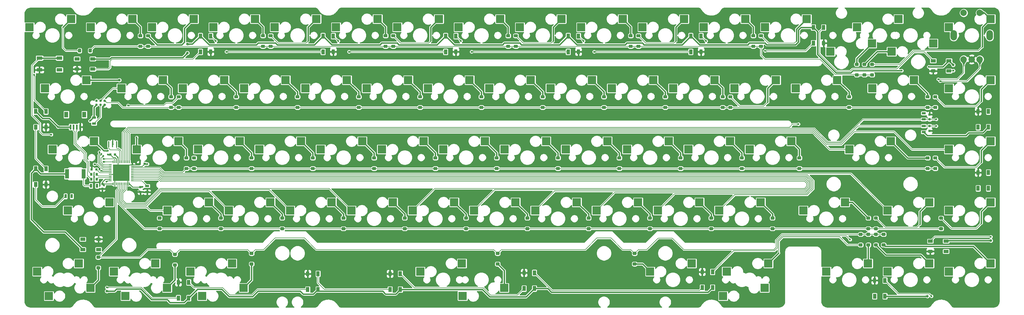
<source format=gbr>
G04 #@! TF.GenerationSoftware,KiCad,Pcbnew,(5.1.10)-1*
G04 #@! TF.CreationDate,2021-10-07T10:15:39+07:00*
G04 #@! TF.ProjectId,averange65,61766572-616e-4676-9536-352e6b696361,rev?*
G04 #@! TF.SameCoordinates,Original*
G04 #@! TF.FileFunction,Copper,L2,Bot*
G04 #@! TF.FilePolarity,Positive*
%FSLAX46Y46*%
G04 Gerber Fmt 4.6, Leading zero omitted, Abs format (unit mm)*
G04 Created by KiCad (PCBNEW (5.1.10)-1) date 2021-10-07 10:15:39*
%MOMM*%
%LPD*%
G01*
G04 APERTURE LIST*
G04 #@! TA.AperFunction,SMDPad,CuDef*
%ADD10R,1.500000X1.000000*%
G04 #@! TD*
G04 #@! TA.AperFunction,SMDPad,CuDef*
%ADD11R,1.000000X1.500000*%
G04 #@! TD*
G04 #@! TA.AperFunction,SMDPad,CuDef*
%ADD12R,1.300000X0.700000*%
G04 #@! TD*
G04 #@! TA.AperFunction,SMDPad,CuDef*
%ADD13R,0.700000X1.300000*%
G04 #@! TD*
G04 #@! TA.AperFunction,SMDPad,CuDef*
%ADD14R,0.800000X0.950000*%
G04 #@! TD*
G04 #@! TA.AperFunction,SMDPad,CuDef*
%ADD15R,0.750000X0.800000*%
G04 #@! TD*
G04 #@! TA.AperFunction,SMDPad,CuDef*
%ADD16R,0.800000X0.750000*%
G04 #@! TD*
G04 #@! TA.AperFunction,SMDPad,CuDef*
%ADD17R,0.400000X1.900000*%
G04 #@! TD*
G04 #@! TA.AperFunction,SMDPad,CuDef*
%ADD18R,2.550000X2.500000*%
G04 #@! TD*
G04 #@! TA.AperFunction,SMDPad,CuDef*
%ADD19R,1.800000X1.100000*%
G04 #@! TD*
G04 #@! TA.AperFunction,SMDPad,CuDef*
%ADD20R,1.190000X3.000000*%
G04 #@! TD*
G04 #@! TA.AperFunction,ConnectorPad*
%ADD21C,0.787400*%
G04 #@! TD*
G04 #@! TA.AperFunction,SMDPad,CuDef*
%ADD22R,1.200000X1.800000*%
G04 #@! TD*
G04 #@! TA.AperFunction,SMDPad,CuDef*
%ADD23R,0.600000X1.550000*%
G04 #@! TD*
G04 #@! TA.AperFunction,ComponentPad*
%ADD24C,2.000000*%
G04 #@! TD*
G04 #@! TA.AperFunction,ComponentPad*
%ADD25O,2.000000X3.200000*%
G04 #@! TD*
G04 #@! TA.AperFunction,SMDPad,CuDef*
%ADD26R,5.150000X5.150000*%
G04 #@! TD*
G04 #@! TA.AperFunction,ViaPad*
%ADD27C,0.600000*%
G04 #@! TD*
G04 #@! TA.AperFunction,ViaPad*
%ADD28C,0.800000*%
G04 #@! TD*
G04 #@! TA.AperFunction,Conductor*
%ADD29C,0.250000*%
G04 #@! TD*
G04 #@! TA.AperFunction,Conductor*
%ADD30C,0.400000*%
G04 #@! TD*
G04 #@! TA.AperFunction,Conductor*
%ADD31C,0.200000*%
G04 #@! TD*
G04 #@! TA.AperFunction,Conductor*
%ADD32C,0.025400*%
G04 #@! TD*
G04 #@! TA.AperFunction,Conductor*
%ADD33C,0.100000*%
G04 #@! TD*
G04 #@! TA.AperFunction,Conductor*
%ADD34C,0.254000*%
G04 #@! TD*
G04 APERTURE END LIST*
G04 #@! TA.AperFunction,SMDPad,CuDef*
G36*
G01*
X282998987Y-115074709D02*
X282998987Y-115574709D01*
G75*
G02*
X282748987Y-115824709I-250000J0D01*
G01*
X281748987Y-115824709D01*
G75*
G02*
X281498987Y-115574709I0J250000D01*
G01*
X281498987Y-115074709D01*
G75*
G02*
X281748987Y-114824709I250000J0D01*
G01*
X282748987Y-114824709D01*
G75*
G02*
X282998987Y-115074709I0J-250000D01*
G01*
G37*
G04 #@! TD.AperFunction*
D10*
X282248987Y-112124709D03*
X287148987Y-115324709D03*
X287148987Y-112124709D03*
G04 #@! TA.AperFunction,SMDPad,CuDef*
G36*
G01*
X265191910Y-125121617D02*
X264691910Y-125121617D01*
G75*
G02*
X264441910Y-124871617I0J250000D01*
G01*
X264441910Y-123871617D01*
G75*
G02*
X264691910Y-123621617I250000J0D01*
G01*
X265191910Y-123621617D01*
G75*
G02*
X265441910Y-123871617I0J-250000D01*
G01*
X265441910Y-124871617D01*
G75*
G02*
X265191910Y-125121617I-250000J0D01*
G01*
G37*
G04 #@! TD.AperFunction*
D11*
X268141910Y-124371617D03*
X264941910Y-129271617D03*
X268141910Y-129271617D03*
G04 #@! TA.AperFunction,SMDPad,CuDef*
G36*
G01*
X211613650Y-122442704D02*
X211113650Y-122442704D01*
G75*
G02*
X210863650Y-122192704I0J250000D01*
G01*
X210863650Y-121192704D01*
G75*
G02*
X211113650Y-120942704I250000J0D01*
G01*
X211613650Y-120942704D01*
G75*
G02*
X211863650Y-121192704I0J-250000D01*
G01*
X211863650Y-122192704D01*
G75*
G02*
X211613650Y-122442704I-250000J0D01*
G01*
G37*
G04 #@! TD.AperFunction*
X214563650Y-121692704D03*
X211363650Y-126592704D03*
X214563650Y-126592704D03*
G04 #@! TA.AperFunction,SMDPad,CuDef*
G36*
G01*
X156249448Y-122740361D02*
X155749448Y-122740361D01*
G75*
G02*
X155499448Y-122490361I0J250000D01*
G01*
X155499448Y-121490361D01*
G75*
G02*
X155749448Y-121240361I250000J0D01*
G01*
X156249448Y-121240361D01*
G75*
G02*
X156499448Y-121490361I0J-250000D01*
G01*
X156499448Y-122490361D01*
G75*
G02*
X156249448Y-122740361I-250000J0D01*
G01*
G37*
G04 #@! TD.AperFunction*
X159199448Y-121990361D03*
X155999448Y-126890361D03*
X159199448Y-126890361D03*
G04 #@! TA.AperFunction,SMDPad,CuDef*
G36*
G01*
X114577468Y-123038018D02*
X114077468Y-123038018D01*
G75*
G02*
X113827468Y-122788018I0J250000D01*
G01*
X113827468Y-121788018D01*
G75*
G02*
X114077468Y-121538018I250000J0D01*
G01*
X114577468Y-121538018D01*
G75*
G02*
X114827468Y-121788018I0J-250000D01*
G01*
X114827468Y-122788018D01*
G75*
G02*
X114577468Y-123038018I-250000J0D01*
G01*
G37*
G04 #@! TD.AperFunction*
X117527468Y-122288018D03*
X114327468Y-127188018D03*
X117527468Y-127188018D03*
G04 #@! TA.AperFunction,SMDPad,CuDef*
G36*
G01*
X88978966Y-123038018D02*
X88478966Y-123038018D01*
G75*
G02*
X88228966Y-122788018I0J250000D01*
G01*
X88228966Y-121788018D01*
G75*
G02*
X88478966Y-121538018I250000J0D01*
G01*
X88978966Y-121538018D01*
G75*
G02*
X89228966Y-121788018I0J-250000D01*
G01*
X89228966Y-122788018D01*
G75*
G02*
X88978966Y-123038018I-250000J0D01*
G01*
G37*
G04 #@! TD.AperFunction*
X91928966Y-122288018D03*
X88728966Y-127188018D03*
X91928966Y-127188018D03*
G04 #@! TA.AperFunction,SMDPad,CuDef*
G36*
G01*
X48795271Y-125716931D02*
X48295271Y-125716931D01*
G75*
G02*
X48045271Y-125466931I0J250000D01*
G01*
X48045271Y-124466931D01*
G75*
G02*
X48295271Y-124216931I250000J0D01*
G01*
X48795271Y-124216931D01*
G75*
G02*
X49045271Y-124466931I0J-250000D01*
G01*
X49045271Y-125466931D01*
G75*
G02*
X48795271Y-125716931I-250000J0D01*
G01*
G37*
G04 #@! TD.AperFunction*
X51745271Y-124966931D03*
X48545271Y-129866931D03*
X51745271Y-129866931D03*
G04 #@! TA.AperFunction,SMDPad,CuDef*
G36*
G01*
X22972542Y-111779395D02*
X22972542Y-111279395D01*
G75*
G02*
X23222542Y-111029395I250000J0D01*
G01*
X24222542Y-111029395D01*
G75*
G02*
X24472542Y-111279395I0J-250000D01*
G01*
X24472542Y-111779395D01*
G75*
G02*
X24222542Y-112029395I-250000J0D01*
G01*
X23222542Y-112029395D01*
G75*
G02*
X22972542Y-111779395I0J250000D01*
G01*
G37*
G04 #@! TD.AperFunction*
D10*
X23722542Y-114729395D03*
X18822542Y-111529395D03*
X18822542Y-114729395D03*
G04 #@! TA.AperFunction,SMDPad,CuDef*
G36*
G01*
X7144520Y-93696050D02*
X7644520Y-93696050D01*
G75*
G02*
X7894520Y-93946050I0J-250000D01*
G01*
X7894520Y-94946050D01*
G75*
G02*
X7644520Y-95196050I-250000J0D01*
G01*
X7144520Y-95196050D01*
G75*
G02*
X6894520Y-94946050I0J250000D01*
G01*
X6894520Y-93946050D01*
G75*
G02*
X7144520Y-93696050I250000J0D01*
G01*
G37*
G04 #@! TD.AperFunction*
D11*
X4194520Y-94446050D03*
X7394520Y-89546050D03*
X4194520Y-89546050D03*
G04 #@! TA.AperFunction,SMDPad,CuDef*
G36*
G01*
X7144520Y-75836600D02*
X7644520Y-75836600D01*
G75*
G02*
X7894520Y-76086600I0J-250000D01*
G01*
X7894520Y-77086600D01*
G75*
G02*
X7644520Y-77336600I-250000J0D01*
G01*
X7144520Y-77336600D01*
G75*
G02*
X6894520Y-77086600I0J250000D01*
G01*
X6894520Y-76086600D01*
G75*
G02*
X7144520Y-75836600I250000J0D01*
G01*
G37*
G04 #@! TD.AperFunction*
X4194520Y-76586600D03*
X7394520Y-71686600D03*
X4194520Y-71686600D03*
G04 #@! TA.AperFunction,SMDPad,CuDef*
G36*
G01*
X297338866Y-91486376D02*
X296838866Y-91486376D01*
G75*
G02*
X296588866Y-91236376I0J250000D01*
G01*
X296588866Y-90236376D01*
G75*
G02*
X296838866Y-89986376I250000J0D01*
G01*
X297338866Y-89986376D01*
G75*
G02*
X297588866Y-90236376I0J-250000D01*
G01*
X297588866Y-91236376D01*
G75*
G02*
X297338866Y-91486376I-250000J0D01*
G01*
G37*
G04 #@! TD.AperFunction*
X300288866Y-90736376D03*
X297088866Y-95636376D03*
X300288866Y-95636376D03*
G04 #@! TA.AperFunction,SMDPad,CuDef*
G36*
G01*
X297338866Y-72436328D02*
X296838866Y-72436328D01*
G75*
G02*
X296588866Y-72186328I0J250000D01*
G01*
X296588866Y-71186328D01*
G75*
G02*
X296838866Y-70936328I250000J0D01*
G01*
X297338866Y-70936328D01*
G75*
G02*
X297588866Y-71186328I0J-250000D01*
G01*
X297588866Y-72186328D01*
G75*
G02*
X297338866Y-72436328I-250000J0D01*
G01*
G37*
G04 #@! TD.AperFunction*
X300288866Y-71686328D03*
X297088866Y-76586328D03*
X300288866Y-76586328D03*
G04 #@! TA.AperFunction,SMDPad,CuDef*
G36*
G01*
X283892570Y-58817780D02*
X283892570Y-59317780D01*
G75*
G02*
X283642570Y-59567780I-250000J0D01*
G01*
X282642570Y-59567780D01*
G75*
G02*
X282392570Y-59317780I0J250000D01*
G01*
X282392570Y-58817780D01*
G75*
G02*
X282642570Y-58567780I250000J0D01*
G01*
X283642570Y-58567780D01*
G75*
G02*
X283892570Y-58817780I0J-250000D01*
G01*
G37*
G04 #@! TD.AperFunction*
D10*
X283142570Y-55867780D03*
X288042570Y-59067780D03*
X288042570Y-55867780D03*
G04 #@! TA.AperFunction,SMDPad,CuDef*
G36*
G01*
X248841862Y-49642512D02*
X249341862Y-49642512D01*
G75*
G02*
X249591862Y-49892512I0J-250000D01*
G01*
X249591862Y-50892512D01*
G75*
G02*
X249341862Y-51142512I-250000J0D01*
G01*
X248841862Y-51142512D01*
G75*
G02*
X248591862Y-50892512I0J250000D01*
G01*
X248591862Y-49892512D01*
G75*
G02*
X248841862Y-49642512I250000J0D01*
G01*
G37*
G04 #@! TD.AperFunction*
D11*
X245891862Y-50392512D03*
X249091862Y-45492512D03*
X245891862Y-45492512D03*
G04 #@! TA.AperFunction,SMDPad,CuDef*
G36*
G01*
X210742250Y-52321651D02*
X211242250Y-52321651D01*
G75*
G02*
X211492250Y-52571651I0J-250000D01*
G01*
X211492250Y-53571651D01*
G75*
G02*
X211242250Y-53821651I-250000J0D01*
G01*
X210742250Y-53821651D01*
G75*
G02*
X210492250Y-53571651I0J250000D01*
G01*
X210492250Y-52571651D01*
G75*
G02*
X210742250Y-52321651I250000J0D01*
G01*
G37*
G04 #@! TD.AperFunction*
X207792250Y-53071651D03*
X210992250Y-48171651D03*
X207792250Y-48171651D03*
G04 #@! TA.AperFunction,SMDPad,CuDef*
G36*
G01*
X172642090Y-52321651D02*
X173142090Y-52321651D01*
G75*
G02*
X173392090Y-52571651I0J-250000D01*
G01*
X173392090Y-53571651D01*
G75*
G02*
X173142090Y-53821651I-250000J0D01*
G01*
X172642090Y-53821651D01*
G75*
G02*
X172392090Y-53571651I0J250000D01*
G01*
X172392090Y-52571651D01*
G75*
G02*
X172642090Y-52321651I250000J0D01*
G01*
G37*
G04 #@! TD.AperFunction*
X169692090Y-53071651D03*
X172892090Y-48171651D03*
X169692090Y-48171651D03*
G04 #@! TA.AperFunction,SMDPad,CuDef*
G36*
G01*
X134541930Y-52321651D02*
X135041930Y-52321651D01*
G75*
G02*
X135291930Y-52571651I0J-250000D01*
G01*
X135291930Y-53571651D01*
G75*
G02*
X135041930Y-53821651I-250000J0D01*
G01*
X134541930Y-53821651D01*
G75*
G02*
X134291930Y-53571651I0J250000D01*
G01*
X134291930Y-52571651D01*
G75*
G02*
X134541930Y-52321651I250000J0D01*
G01*
G37*
G04 #@! TD.AperFunction*
X131591930Y-53071651D03*
X134791930Y-48171651D03*
X131591930Y-48171651D03*
G04 #@! TA.AperFunction,SMDPad,CuDef*
G36*
G01*
X96441770Y-52321651D02*
X96941770Y-52321651D01*
G75*
G02*
X97191770Y-52571651I0J-250000D01*
G01*
X97191770Y-53571651D01*
G75*
G02*
X96941770Y-53821651I-250000J0D01*
G01*
X96441770Y-53821651D01*
G75*
G02*
X96191770Y-53571651I0J250000D01*
G01*
X96191770Y-52571651D01*
G75*
G02*
X96441770Y-52321651I250000J0D01*
G01*
G37*
G04 #@! TD.AperFunction*
X93491770Y-53071651D03*
X96691770Y-48171651D03*
X93491770Y-48171651D03*
G04 #@! TA.AperFunction,SMDPad,CuDef*
G36*
G01*
X58341610Y-52321651D02*
X58841610Y-52321651D01*
G75*
G02*
X59091610Y-52571651I0J-250000D01*
G01*
X59091610Y-53571651D01*
G75*
G02*
X58841610Y-53821651I-250000J0D01*
G01*
X58341610Y-53821651D01*
G75*
G02*
X58091610Y-53571651I0J250000D01*
G01*
X58091610Y-52571651D01*
G75*
G02*
X58341610Y-52321651I250000J0D01*
G01*
G37*
G04 #@! TD.AperFunction*
X55391610Y-53071651D03*
X58591610Y-48171651D03*
X55391610Y-48171651D03*
G04 #@! TA.AperFunction,SMDPad,CuDef*
G36*
G01*
X17786764Y-58222466D02*
X17786764Y-58722466D01*
G75*
G02*
X17536764Y-58972466I-250000J0D01*
G01*
X16536764Y-58972466D01*
G75*
G02*
X16286764Y-58722466I0J250000D01*
G01*
X16286764Y-58222466D01*
G75*
G02*
X16536764Y-57972466I250000J0D01*
G01*
X17536764Y-57972466D01*
G75*
G02*
X17786764Y-58222466I0J-250000D01*
G01*
G37*
G04 #@! TD.AperFunction*
D10*
X17036764Y-55272466D03*
X21936764Y-58472466D03*
X21936764Y-55272466D03*
D12*
X280234132Y-74136328D03*
X280234132Y-72236328D03*
X280234132Y-78119927D03*
X280234132Y-76219927D03*
D13*
X23264597Y-94838023D03*
X21364597Y-94838023D03*
X15396250Y-98107500D03*
X13496250Y-98107500D03*
D12*
X38834305Y-94915289D03*
X38834305Y-96815289D03*
X22320250Y-75496500D03*
X22320250Y-73596500D03*
D14*
X21489597Y-92838023D03*
X23139597Y-92838023D03*
X21489597Y-91303246D03*
X23139597Y-91303246D03*
D15*
X282020074Y-74136328D03*
X282020074Y-72636328D03*
X282020074Y-77719927D03*
X282020074Y-76219927D03*
D16*
X38056250Y-88011000D03*
X36556250Y-88011000D03*
X21564597Y-89803246D03*
X23064597Y-89803246D03*
X27368653Y-85149637D03*
X28868653Y-85149637D03*
D15*
X36750706Y-95262000D03*
X36750706Y-96762000D03*
X24923750Y-94297500D03*
X24923750Y-95797500D03*
G04 #@! TA.AperFunction,SMDPad,CuDef*
G36*
G01*
X267382538Y-109491110D02*
X268082538Y-109491110D01*
G75*
G02*
X268332538Y-109741110I0J-250000D01*
G01*
X268332538Y-110241110D01*
G75*
G02*
X268082538Y-110491110I-250000J0D01*
G01*
X267382538Y-110491110D01*
G75*
G02*
X267132538Y-110241110I0J250000D01*
G01*
X267132538Y-109741110D01*
G75*
G02*
X267382538Y-109491110I250000J0D01*
G01*
G37*
G04 #@! TD.AperFunction*
G04 #@! TA.AperFunction,SMDPad,CuDef*
G36*
G01*
X267382538Y-112791110D02*
X268082538Y-112791110D01*
G75*
G02*
X268332538Y-113041110I0J-250000D01*
G01*
X268332538Y-113541110D01*
G75*
G02*
X268082538Y-113791110I-250000J0D01*
G01*
X267382538Y-113791110D01*
G75*
G02*
X267132538Y-113541110I0J250000D01*
G01*
X267132538Y-113041110D01*
G75*
G02*
X267382538Y-112791110I250000J0D01*
G01*
G37*
G04 #@! TD.AperFunction*
G04 #@! TA.AperFunction,SMDPad,CuDef*
G36*
G01*
X265001282Y-109491110D02*
X265701282Y-109491110D01*
G75*
G02*
X265951282Y-109741110I0J-250000D01*
G01*
X265951282Y-110241110D01*
G75*
G02*
X265701282Y-110491110I-250000J0D01*
G01*
X265001282Y-110491110D01*
G75*
G02*
X264751282Y-110241110I0J250000D01*
G01*
X264751282Y-109741110D01*
G75*
G02*
X265001282Y-109491110I250000J0D01*
G01*
G37*
G04 #@! TD.AperFunction*
G04 #@! TA.AperFunction,SMDPad,CuDef*
G36*
G01*
X265001282Y-112791110D02*
X265701282Y-112791110D01*
G75*
G02*
X265951282Y-113041110I0J-250000D01*
G01*
X265951282Y-113541110D01*
G75*
G02*
X265701282Y-113791110I-250000J0D01*
G01*
X265001282Y-113791110D01*
G75*
G02*
X264751282Y-113541110I0J250000D01*
G01*
X264751282Y-113041110D01*
G75*
G02*
X265001282Y-112791110I250000J0D01*
G01*
G37*
G04 #@! TD.AperFunction*
G04 #@! TA.AperFunction,SMDPad,CuDef*
G36*
G01*
X262620026Y-109491110D02*
X263320026Y-109491110D01*
G75*
G02*
X263570026Y-109741110I0J-250000D01*
G01*
X263570026Y-110241110D01*
G75*
G02*
X263320026Y-110491110I-250000J0D01*
G01*
X262620026Y-110491110D01*
G75*
G02*
X262370026Y-110241110I0J250000D01*
G01*
X262370026Y-109741110D01*
G75*
G02*
X262620026Y-109491110I250000J0D01*
G01*
G37*
G04 #@! TD.AperFunction*
G04 #@! TA.AperFunction,SMDPad,CuDef*
G36*
G01*
X262620026Y-112791110D02*
X263320026Y-112791110D01*
G75*
G02*
X263570026Y-113041110I0J-250000D01*
G01*
X263570026Y-113541110D01*
G75*
G02*
X263320026Y-113791110I-250000J0D01*
G01*
X262620026Y-113791110D01*
G75*
G02*
X262370026Y-113541110I0J250000D01*
G01*
X262370026Y-113041110D01*
G75*
G02*
X262620026Y-112791110I250000J0D01*
G01*
G37*
G04 #@! TD.AperFunction*
G04 #@! TA.AperFunction,SMDPad,CuDef*
G36*
G01*
X260238770Y-109491110D02*
X260938770Y-109491110D01*
G75*
G02*
X261188770Y-109741110I0J-250000D01*
G01*
X261188770Y-110241110D01*
G75*
G02*
X260938770Y-110491110I-250000J0D01*
G01*
X260238770Y-110491110D01*
G75*
G02*
X259988770Y-110241110I0J250000D01*
G01*
X259988770Y-109741110D01*
G75*
G02*
X260238770Y-109491110I250000J0D01*
G01*
G37*
G04 #@! TD.AperFunction*
G04 #@! TA.AperFunction,SMDPad,CuDef*
G36*
G01*
X260238770Y-112791110D02*
X260938770Y-112791110D01*
G75*
G02*
X261188770Y-113041110I0J-250000D01*
G01*
X261188770Y-113541110D01*
G75*
G02*
X260938770Y-113791110I-250000J0D01*
G01*
X260238770Y-113791110D01*
G75*
G02*
X259988770Y-113541110I0J250000D01*
G01*
X259988770Y-113041110D01*
G75*
G02*
X260238770Y-112791110I250000J0D01*
G01*
G37*
G04 #@! TD.AperFunction*
G04 #@! TA.AperFunction,SMDPad,CuDef*
G36*
G01*
X189991718Y-115444250D02*
X190691718Y-115444250D01*
G75*
G02*
X190941718Y-115694250I0J-250000D01*
G01*
X190941718Y-116194250D01*
G75*
G02*
X190691718Y-116444250I-250000J0D01*
G01*
X189991718Y-116444250D01*
G75*
G02*
X189741718Y-116194250I0J250000D01*
G01*
X189741718Y-115694250D01*
G75*
G02*
X189991718Y-115444250I250000J0D01*
G01*
G37*
G04 #@! TD.AperFunction*
G04 #@! TA.AperFunction,SMDPad,CuDef*
G36*
G01*
X189991718Y-118744250D02*
X190691718Y-118744250D01*
G75*
G02*
X190941718Y-118994250I0J-250000D01*
G01*
X190941718Y-119494250D01*
G75*
G02*
X190691718Y-119744250I-250000J0D01*
G01*
X189991718Y-119744250D01*
G75*
G02*
X189741718Y-119494250I0J250000D01*
G01*
X189741718Y-118994250D01*
G75*
G02*
X189991718Y-118744250I250000J0D01*
G01*
G37*
G04 #@! TD.AperFunction*
G04 #@! TA.AperFunction,SMDPad,CuDef*
G36*
G01*
X147426767Y-115444250D02*
X148126767Y-115444250D01*
G75*
G02*
X148376767Y-115694250I0J-250000D01*
G01*
X148376767Y-116194250D01*
G75*
G02*
X148126767Y-116444250I-250000J0D01*
G01*
X147426767Y-116444250D01*
G75*
G02*
X147176767Y-116194250I0J250000D01*
G01*
X147176767Y-115694250D01*
G75*
G02*
X147426767Y-115444250I250000J0D01*
G01*
G37*
G04 #@! TD.AperFunction*
G04 #@! TA.AperFunction,SMDPad,CuDef*
G36*
G01*
X147426767Y-118744250D02*
X148126767Y-118744250D01*
G75*
G02*
X148376767Y-118994250I0J-250000D01*
G01*
X148376767Y-119494250D01*
G75*
G02*
X148126767Y-119744250I-250000J0D01*
G01*
X147426767Y-119744250D01*
G75*
G02*
X147176767Y-119494250I0J250000D01*
G01*
X147176767Y-118994250D01*
G75*
G02*
X147426767Y-118744250I250000J0D01*
G01*
G37*
G04 #@! TD.AperFunction*
G04 #@! TA.AperFunction,SMDPad,CuDef*
G36*
G01*
X70928918Y-115444250D02*
X71628918Y-115444250D01*
G75*
G02*
X71878918Y-115694250I0J-250000D01*
G01*
X71878918Y-116194250D01*
G75*
G02*
X71628918Y-116444250I-250000J0D01*
G01*
X70928918Y-116444250D01*
G75*
G02*
X70678918Y-116194250I0J250000D01*
G01*
X70678918Y-115694250D01*
G75*
G02*
X70928918Y-115444250I250000J0D01*
G01*
G37*
G04 #@! TD.AperFunction*
G04 #@! TA.AperFunction,SMDPad,CuDef*
G36*
G01*
X70928918Y-118744250D02*
X71628918Y-118744250D01*
G75*
G02*
X71878918Y-118994250I0J-250000D01*
G01*
X71878918Y-119494250D01*
G75*
G02*
X71628918Y-119744250I-250000J0D01*
G01*
X70928918Y-119744250D01*
G75*
G02*
X70678918Y-119494250I0J250000D01*
G01*
X70678918Y-118994250D01*
G75*
G02*
X70928918Y-118744250I250000J0D01*
G01*
G37*
G04 #@! TD.AperFunction*
G04 #@! TA.AperFunction,SMDPad,CuDef*
G36*
G01*
X47116358Y-115741907D02*
X47816358Y-115741907D01*
G75*
G02*
X48066358Y-115991907I0J-250000D01*
G01*
X48066358Y-116491907D01*
G75*
G02*
X47816358Y-116741907I-250000J0D01*
G01*
X47116358Y-116741907D01*
G75*
G02*
X46866358Y-116491907I0J250000D01*
G01*
X46866358Y-115991907D01*
G75*
G02*
X47116358Y-115741907I250000J0D01*
G01*
G37*
G04 #@! TD.AperFunction*
G04 #@! TA.AperFunction,SMDPad,CuDef*
G36*
G01*
X47116358Y-119041907D02*
X47816358Y-119041907D01*
G75*
G02*
X48066358Y-119291907I0J-250000D01*
G01*
X48066358Y-119791907D01*
G75*
G02*
X47816358Y-120041907I-250000J0D01*
G01*
X47116358Y-120041907D01*
G75*
G02*
X46866358Y-119791907I0J250000D01*
G01*
X46866358Y-119291907D01*
G75*
G02*
X47116358Y-119041907I250000J0D01*
G01*
G37*
G04 #@! TD.AperFunction*
G04 #@! TA.AperFunction,SMDPad,CuDef*
G36*
G01*
X23303798Y-116634878D02*
X24003798Y-116634878D01*
G75*
G02*
X24253798Y-116884878I0J-250000D01*
G01*
X24253798Y-117384878D01*
G75*
G02*
X24003798Y-117634878I-250000J0D01*
G01*
X23303798Y-117634878D01*
G75*
G02*
X23053798Y-117384878I0J250000D01*
G01*
X23053798Y-116884878D01*
G75*
G02*
X23303798Y-116634878I250000J0D01*
G01*
G37*
G04 #@! TD.AperFunction*
G04 #@! TA.AperFunction,SMDPad,CuDef*
G36*
G01*
X23303798Y-119934878D02*
X24003798Y-119934878D01*
G75*
G02*
X24253798Y-120184878I0J-250000D01*
G01*
X24253798Y-120684878D01*
G75*
G02*
X24003798Y-120934878I-250000J0D01*
G01*
X23303798Y-120934878D01*
G75*
G02*
X23053798Y-120684878I0J250000D01*
G01*
X23053798Y-120184878D01*
G75*
G02*
X23303798Y-119934878I250000J0D01*
G01*
G37*
G04 #@! TD.AperFunction*
G04 #@! TA.AperFunction,SMDPad,CuDef*
G36*
G01*
X285941958Y-108730941D02*
X285241958Y-108730941D01*
G75*
G02*
X284991958Y-108480941I0J250000D01*
G01*
X284991958Y-107980941D01*
G75*
G02*
X285241958Y-107730941I250000J0D01*
G01*
X285941958Y-107730941D01*
G75*
G02*
X286191958Y-107980941I0J-250000D01*
G01*
X286191958Y-108480941D01*
G75*
G02*
X285941958Y-108730941I-250000J0D01*
G01*
G37*
G04 #@! TD.AperFunction*
G04 #@! TA.AperFunction,SMDPad,CuDef*
G36*
G01*
X285941958Y-105430941D02*
X285241958Y-105430941D01*
G75*
G02*
X284991958Y-105180941I0J250000D01*
G01*
X284991958Y-104680941D01*
G75*
G02*
X285241958Y-104430941I250000J0D01*
G01*
X285941958Y-104430941D01*
G75*
G02*
X286191958Y-104680941I0J-250000D01*
G01*
X286191958Y-105180941D01*
G75*
G02*
X285941958Y-105430941I-250000J0D01*
G01*
G37*
G04 #@! TD.AperFunction*
G04 #@! TA.AperFunction,SMDPad,CuDef*
G36*
G01*
X265701282Y-108730941D02*
X265001282Y-108730941D01*
G75*
G02*
X264751282Y-108480941I0J250000D01*
G01*
X264751282Y-107980941D01*
G75*
G02*
X265001282Y-107730941I250000J0D01*
G01*
X265701282Y-107730941D01*
G75*
G02*
X265951282Y-107980941I0J-250000D01*
G01*
X265951282Y-108480941D01*
G75*
G02*
X265701282Y-108730941I-250000J0D01*
G01*
G37*
G04 #@! TD.AperFunction*
G04 #@! TA.AperFunction,SMDPad,CuDef*
G36*
G01*
X265701282Y-105430941D02*
X265001282Y-105430941D01*
G75*
G02*
X264751282Y-105180941I0J250000D01*
G01*
X264751282Y-104680941D01*
G75*
G02*
X265001282Y-104430941I250000J0D01*
G01*
X265701282Y-104430941D01*
G75*
G02*
X265951282Y-104680941I0J-250000D01*
G01*
X265951282Y-105180941D01*
G75*
G02*
X265701282Y-105430941I-250000J0D01*
G01*
G37*
G04 #@! TD.AperFunction*
G04 #@! TA.AperFunction,SMDPad,CuDef*
G36*
G01*
X263320026Y-108730941D02*
X262620026Y-108730941D01*
G75*
G02*
X262370026Y-108480941I0J250000D01*
G01*
X262370026Y-107980941D01*
G75*
G02*
X262620026Y-107730941I250000J0D01*
G01*
X263320026Y-107730941D01*
G75*
G02*
X263570026Y-107980941I0J-250000D01*
G01*
X263570026Y-108480941D01*
G75*
G02*
X263320026Y-108730941I-250000J0D01*
G01*
G37*
G04 #@! TD.AperFunction*
G04 #@! TA.AperFunction,SMDPad,CuDef*
G36*
G01*
X263320026Y-105430941D02*
X262620026Y-105430941D01*
G75*
G02*
X262370026Y-105180941I0J250000D01*
G01*
X262370026Y-104680941D01*
G75*
G02*
X262620026Y-104430941I250000J0D01*
G01*
X263320026Y-104430941D01*
G75*
G02*
X263570026Y-104680941I0J-250000D01*
G01*
X263570026Y-105180941D01*
G75*
G02*
X263320026Y-105430941I-250000J0D01*
G01*
G37*
G04 #@! TD.AperFunction*
G04 #@! TA.AperFunction,SMDPad,CuDef*
G36*
G01*
X233554850Y-108731265D02*
X232854850Y-108731265D01*
G75*
G02*
X232604850Y-108481265I0J250000D01*
G01*
X232604850Y-107981265D01*
G75*
G02*
X232854850Y-107731265I250000J0D01*
G01*
X233554850Y-107731265D01*
G75*
G02*
X233804850Y-107981265I0J-250000D01*
G01*
X233804850Y-108481265D01*
G75*
G02*
X233554850Y-108731265I-250000J0D01*
G01*
G37*
G04 #@! TD.AperFunction*
G04 #@! TA.AperFunction,SMDPad,CuDef*
G36*
G01*
X233554850Y-105431265D02*
X232854850Y-105431265D01*
G75*
G02*
X232604850Y-105181265I0J250000D01*
G01*
X232604850Y-104681265D01*
G75*
G02*
X232854850Y-104431265I250000J0D01*
G01*
X233554850Y-104431265D01*
G75*
G02*
X233804850Y-104681265I0J-250000D01*
G01*
X233804850Y-105181265D01*
G75*
G02*
X233554850Y-105431265I-250000J0D01*
G01*
G37*
G04 #@! TD.AperFunction*
G04 #@! TA.AperFunction,SMDPad,CuDef*
G36*
G01*
X214504770Y-108731265D02*
X213804770Y-108731265D01*
G75*
G02*
X213554770Y-108481265I0J250000D01*
G01*
X213554770Y-107981265D01*
G75*
G02*
X213804770Y-107731265I250000J0D01*
G01*
X214504770Y-107731265D01*
G75*
G02*
X214754770Y-107981265I0J-250000D01*
G01*
X214754770Y-108481265D01*
G75*
G02*
X214504770Y-108731265I-250000J0D01*
G01*
G37*
G04 #@! TD.AperFunction*
G04 #@! TA.AperFunction,SMDPad,CuDef*
G36*
G01*
X214504770Y-105431265D02*
X213804770Y-105431265D01*
G75*
G02*
X213554770Y-105181265I0J250000D01*
G01*
X213554770Y-104681265D01*
G75*
G02*
X213804770Y-104431265I250000J0D01*
G01*
X214504770Y-104431265D01*
G75*
G02*
X214754770Y-104681265I0J-250000D01*
G01*
X214754770Y-105181265D01*
G75*
G02*
X214504770Y-105431265I-250000J0D01*
G01*
G37*
G04 #@! TD.AperFunction*
G04 #@! TA.AperFunction,SMDPad,CuDef*
G36*
G01*
X195454690Y-108731265D02*
X194754690Y-108731265D01*
G75*
G02*
X194504690Y-108481265I0J250000D01*
G01*
X194504690Y-107981265D01*
G75*
G02*
X194754690Y-107731265I250000J0D01*
G01*
X195454690Y-107731265D01*
G75*
G02*
X195704690Y-107981265I0J-250000D01*
G01*
X195704690Y-108481265D01*
G75*
G02*
X195454690Y-108731265I-250000J0D01*
G01*
G37*
G04 #@! TD.AperFunction*
G04 #@! TA.AperFunction,SMDPad,CuDef*
G36*
G01*
X195454690Y-105431265D02*
X194754690Y-105431265D01*
G75*
G02*
X194504690Y-105181265I0J250000D01*
G01*
X194504690Y-104681265D01*
G75*
G02*
X194754690Y-104431265I250000J0D01*
G01*
X195454690Y-104431265D01*
G75*
G02*
X195704690Y-104681265I0J-250000D01*
G01*
X195704690Y-105181265D01*
G75*
G02*
X195454690Y-105431265I-250000J0D01*
G01*
G37*
G04 #@! TD.AperFunction*
G04 #@! TA.AperFunction,SMDPad,CuDef*
G36*
G01*
X176404610Y-108731265D02*
X175704610Y-108731265D01*
G75*
G02*
X175454610Y-108481265I0J250000D01*
G01*
X175454610Y-107981265D01*
G75*
G02*
X175704610Y-107731265I250000J0D01*
G01*
X176404610Y-107731265D01*
G75*
G02*
X176654610Y-107981265I0J-250000D01*
G01*
X176654610Y-108481265D01*
G75*
G02*
X176404610Y-108731265I-250000J0D01*
G01*
G37*
G04 #@! TD.AperFunction*
G04 #@! TA.AperFunction,SMDPad,CuDef*
G36*
G01*
X176404610Y-105431265D02*
X175704610Y-105431265D01*
G75*
G02*
X175454610Y-105181265I0J250000D01*
G01*
X175454610Y-104681265D01*
G75*
G02*
X175704610Y-104431265I250000J0D01*
G01*
X176404610Y-104431265D01*
G75*
G02*
X176654610Y-104681265I0J-250000D01*
G01*
X176654610Y-105181265D01*
G75*
G02*
X176404610Y-105431265I-250000J0D01*
G01*
G37*
G04 #@! TD.AperFunction*
G04 #@! TA.AperFunction,SMDPad,CuDef*
G36*
G01*
X157354530Y-108731265D02*
X156654530Y-108731265D01*
G75*
G02*
X156404530Y-108481265I0J250000D01*
G01*
X156404530Y-107981265D01*
G75*
G02*
X156654530Y-107731265I250000J0D01*
G01*
X157354530Y-107731265D01*
G75*
G02*
X157604530Y-107981265I0J-250000D01*
G01*
X157604530Y-108481265D01*
G75*
G02*
X157354530Y-108731265I-250000J0D01*
G01*
G37*
G04 #@! TD.AperFunction*
G04 #@! TA.AperFunction,SMDPad,CuDef*
G36*
G01*
X157354530Y-105431265D02*
X156654530Y-105431265D01*
G75*
G02*
X156404530Y-105181265I0J250000D01*
G01*
X156404530Y-104681265D01*
G75*
G02*
X156654530Y-104431265I250000J0D01*
G01*
X157354530Y-104431265D01*
G75*
G02*
X157604530Y-104681265I0J-250000D01*
G01*
X157604530Y-105181265D01*
G75*
G02*
X157354530Y-105431265I-250000J0D01*
G01*
G37*
G04 #@! TD.AperFunction*
G04 #@! TA.AperFunction,SMDPad,CuDef*
G36*
G01*
X138304450Y-108731265D02*
X137604450Y-108731265D01*
G75*
G02*
X137354450Y-108481265I0J250000D01*
G01*
X137354450Y-107981265D01*
G75*
G02*
X137604450Y-107731265I250000J0D01*
G01*
X138304450Y-107731265D01*
G75*
G02*
X138554450Y-107981265I0J-250000D01*
G01*
X138554450Y-108481265D01*
G75*
G02*
X138304450Y-108731265I-250000J0D01*
G01*
G37*
G04 #@! TD.AperFunction*
G04 #@! TA.AperFunction,SMDPad,CuDef*
G36*
G01*
X138304450Y-105431265D02*
X137604450Y-105431265D01*
G75*
G02*
X137354450Y-105181265I0J250000D01*
G01*
X137354450Y-104681265D01*
G75*
G02*
X137604450Y-104431265I250000J0D01*
G01*
X138304450Y-104431265D01*
G75*
G02*
X138554450Y-104681265I0J-250000D01*
G01*
X138554450Y-105181265D01*
G75*
G02*
X138304450Y-105431265I-250000J0D01*
G01*
G37*
G04 #@! TD.AperFunction*
G04 #@! TA.AperFunction,SMDPad,CuDef*
G36*
G01*
X119254370Y-108731265D02*
X118554370Y-108731265D01*
G75*
G02*
X118304370Y-108481265I0J250000D01*
G01*
X118304370Y-107981265D01*
G75*
G02*
X118554370Y-107731265I250000J0D01*
G01*
X119254370Y-107731265D01*
G75*
G02*
X119504370Y-107981265I0J-250000D01*
G01*
X119504370Y-108481265D01*
G75*
G02*
X119254370Y-108731265I-250000J0D01*
G01*
G37*
G04 #@! TD.AperFunction*
G04 #@! TA.AperFunction,SMDPad,CuDef*
G36*
G01*
X119254370Y-105431265D02*
X118554370Y-105431265D01*
G75*
G02*
X118304370Y-105181265I0J250000D01*
G01*
X118304370Y-104681265D01*
G75*
G02*
X118554370Y-104431265I250000J0D01*
G01*
X119254370Y-104431265D01*
G75*
G02*
X119504370Y-104681265I0J-250000D01*
G01*
X119504370Y-105181265D01*
G75*
G02*
X119254370Y-105431265I-250000J0D01*
G01*
G37*
G04 #@! TD.AperFunction*
G04 #@! TA.AperFunction,SMDPad,CuDef*
G36*
G01*
X100204290Y-108731265D02*
X99504290Y-108731265D01*
G75*
G02*
X99254290Y-108481265I0J250000D01*
G01*
X99254290Y-107981265D01*
G75*
G02*
X99504290Y-107731265I250000J0D01*
G01*
X100204290Y-107731265D01*
G75*
G02*
X100454290Y-107981265I0J-250000D01*
G01*
X100454290Y-108481265D01*
G75*
G02*
X100204290Y-108731265I-250000J0D01*
G01*
G37*
G04 #@! TD.AperFunction*
G04 #@! TA.AperFunction,SMDPad,CuDef*
G36*
G01*
X100204290Y-105431265D02*
X99504290Y-105431265D01*
G75*
G02*
X99254290Y-105181265I0J250000D01*
G01*
X99254290Y-104681265D01*
G75*
G02*
X99504290Y-104431265I250000J0D01*
G01*
X100204290Y-104431265D01*
G75*
G02*
X100454290Y-104681265I0J-250000D01*
G01*
X100454290Y-105181265D01*
G75*
G02*
X100204290Y-105431265I-250000J0D01*
G01*
G37*
G04 #@! TD.AperFunction*
G04 #@! TA.AperFunction,SMDPad,CuDef*
G36*
G01*
X81154210Y-108731265D02*
X80454210Y-108731265D01*
G75*
G02*
X80204210Y-108481265I0J250000D01*
G01*
X80204210Y-107981265D01*
G75*
G02*
X80454210Y-107731265I250000J0D01*
G01*
X81154210Y-107731265D01*
G75*
G02*
X81404210Y-107981265I0J-250000D01*
G01*
X81404210Y-108481265D01*
G75*
G02*
X81154210Y-108731265I-250000J0D01*
G01*
G37*
G04 #@! TD.AperFunction*
G04 #@! TA.AperFunction,SMDPad,CuDef*
G36*
G01*
X81154210Y-105431265D02*
X80454210Y-105431265D01*
G75*
G02*
X80204210Y-105181265I0J250000D01*
G01*
X80204210Y-104681265D01*
G75*
G02*
X80454210Y-104431265I250000J0D01*
G01*
X81154210Y-104431265D01*
G75*
G02*
X81404210Y-104681265I0J-250000D01*
G01*
X81404210Y-105181265D01*
G75*
G02*
X81154210Y-105431265I-250000J0D01*
G01*
G37*
G04 #@! TD.AperFunction*
G04 #@! TA.AperFunction,SMDPad,CuDef*
G36*
G01*
X62104130Y-108731265D02*
X61404130Y-108731265D01*
G75*
G02*
X61154130Y-108481265I0J250000D01*
G01*
X61154130Y-107981265D01*
G75*
G02*
X61404130Y-107731265I250000J0D01*
G01*
X62104130Y-107731265D01*
G75*
G02*
X62354130Y-107981265I0J-250000D01*
G01*
X62354130Y-108481265D01*
G75*
G02*
X62104130Y-108731265I-250000J0D01*
G01*
G37*
G04 #@! TD.AperFunction*
G04 #@! TA.AperFunction,SMDPad,CuDef*
G36*
G01*
X62104130Y-105431265D02*
X61404130Y-105431265D01*
G75*
G02*
X61154130Y-105181265I0J250000D01*
G01*
X61154130Y-104681265D01*
G75*
G02*
X61404130Y-104431265I250000J0D01*
G01*
X62104130Y-104431265D01*
G75*
G02*
X62354130Y-104681265I0J-250000D01*
G01*
X62354130Y-105181265D01*
G75*
G02*
X62104130Y-105431265I-250000J0D01*
G01*
G37*
G04 #@! TD.AperFunction*
G04 #@! TA.AperFunction,SMDPad,CuDef*
G36*
G01*
X284156016Y-89978550D02*
X283456016Y-89978550D01*
G75*
G02*
X283206016Y-89728550I0J250000D01*
G01*
X283206016Y-89228550D01*
G75*
G02*
X283456016Y-88978550I250000J0D01*
G01*
X284156016Y-88978550D01*
G75*
G02*
X284406016Y-89228550I0J-250000D01*
G01*
X284406016Y-89728550D01*
G75*
G02*
X284156016Y-89978550I-250000J0D01*
G01*
G37*
G04 #@! TD.AperFunction*
G04 #@! TA.AperFunction,SMDPad,CuDef*
G36*
G01*
X284156016Y-86678550D02*
X283456016Y-86678550D01*
G75*
G02*
X283206016Y-86428550I0J250000D01*
G01*
X283206016Y-85928550D01*
G75*
G02*
X283456016Y-85678550I250000J0D01*
G01*
X284156016Y-85678550D01*
G75*
G02*
X284406016Y-85928550I0J-250000D01*
G01*
X284406016Y-86428550D01*
G75*
G02*
X284156016Y-86678550I-250000J0D01*
G01*
G37*
G04 #@! TD.AperFunction*
G04 #@! TA.AperFunction,SMDPad,CuDef*
G36*
G01*
X43053846Y-108730941D02*
X42353846Y-108730941D01*
G75*
G02*
X42103846Y-108480941I0J250000D01*
G01*
X42103846Y-107980941D01*
G75*
G02*
X42353846Y-107730941I250000J0D01*
G01*
X43053846Y-107730941D01*
G75*
G02*
X43303846Y-107980941I0J-250000D01*
G01*
X43303846Y-108480941D01*
G75*
G02*
X43053846Y-108730941I-250000J0D01*
G01*
G37*
G04 #@! TD.AperFunction*
G04 #@! TA.AperFunction,SMDPad,CuDef*
G36*
G01*
X43053846Y-105430941D02*
X42353846Y-105430941D01*
G75*
G02*
X42103846Y-105180941I0J250000D01*
G01*
X42103846Y-104680941D01*
G75*
G02*
X42353846Y-104430941I250000J0D01*
G01*
X43053846Y-104430941D01*
G75*
G02*
X43303846Y-104680941I0J-250000D01*
G01*
X43303846Y-105180941D01*
G75*
G02*
X43053846Y-105430941I-250000J0D01*
G01*
G37*
G04 #@! TD.AperFunction*
G04 #@! TA.AperFunction,SMDPad,CuDef*
G36*
G01*
X281774760Y-89978550D02*
X281074760Y-89978550D01*
G75*
G02*
X280824760Y-89728550I0J250000D01*
G01*
X280824760Y-89228550D01*
G75*
G02*
X281074760Y-88978550I250000J0D01*
G01*
X281774760Y-88978550D01*
G75*
G02*
X282024760Y-89228550I0J-250000D01*
G01*
X282024760Y-89728550D01*
G75*
G02*
X281774760Y-89978550I-250000J0D01*
G01*
G37*
G04 #@! TD.AperFunction*
G04 #@! TA.AperFunction,SMDPad,CuDef*
G36*
G01*
X281774760Y-86678550D02*
X281074760Y-86678550D01*
G75*
G02*
X280824760Y-86428550I0J250000D01*
G01*
X280824760Y-85928550D01*
G75*
G02*
X281074760Y-85678550I250000J0D01*
G01*
X281774760Y-85678550D01*
G75*
G02*
X282024760Y-85928550I0J-250000D01*
G01*
X282024760Y-86428550D01*
G75*
G02*
X281774760Y-86678550I-250000J0D01*
G01*
G37*
G04 #@! TD.AperFunction*
G04 #@! TA.AperFunction,SMDPad,CuDef*
G36*
G01*
X241889260Y-89978842D02*
X241189260Y-89978842D01*
G75*
G02*
X240939260Y-89728842I0J250000D01*
G01*
X240939260Y-89228842D01*
G75*
G02*
X241189260Y-88978842I250000J0D01*
G01*
X241889260Y-88978842D01*
G75*
G02*
X242139260Y-89228842I0J-250000D01*
G01*
X242139260Y-89728842D01*
G75*
G02*
X241889260Y-89978842I-250000J0D01*
G01*
G37*
G04 #@! TD.AperFunction*
G04 #@! TA.AperFunction,SMDPad,CuDef*
G36*
G01*
X241889260Y-86678842D02*
X241189260Y-86678842D01*
G75*
G02*
X240939260Y-86428842I0J250000D01*
G01*
X240939260Y-85928842D01*
G75*
G02*
X241189260Y-85678842I250000J0D01*
G01*
X241889260Y-85678842D01*
G75*
G02*
X242139260Y-85928842I0J-250000D01*
G01*
X242139260Y-86428842D01*
G75*
G02*
X241889260Y-86678842I-250000J0D01*
G01*
G37*
G04 #@! TD.AperFunction*
G04 #@! TA.AperFunction,SMDPad,CuDef*
G36*
G01*
X224029810Y-89978842D02*
X223329810Y-89978842D01*
G75*
G02*
X223079810Y-89728842I0J250000D01*
G01*
X223079810Y-89228842D01*
G75*
G02*
X223329810Y-88978842I250000J0D01*
G01*
X224029810Y-88978842D01*
G75*
G02*
X224279810Y-89228842I0J-250000D01*
G01*
X224279810Y-89728842D01*
G75*
G02*
X224029810Y-89978842I-250000J0D01*
G01*
G37*
G04 #@! TD.AperFunction*
G04 #@! TA.AperFunction,SMDPad,CuDef*
G36*
G01*
X224029810Y-86678842D02*
X223329810Y-86678842D01*
G75*
G02*
X223079810Y-86428842I0J250000D01*
G01*
X223079810Y-85928842D01*
G75*
G02*
X223329810Y-85678842I250000J0D01*
G01*
X224029810Y-85678842D01*
G75*
G02*
X224279810Y-85928842I0J-250000D01*
G01*
X224279810Y-86428842D01*
G75*
G02*
X224029810Y-86678842I-250000J0D01*
G01*
G37*
G04 #@! TD.AperFunction*
G04 #@! TA.AperFunction,SMDPad,CuDef*
G36*
G01*
X204979730Y-89978842D02*
X204279730Y-89978842D01*
G75*
G02*
X204029730Y-89728842I0J250000D01*
G01*
X204029730Y-89228842D01*
G75*
G02*
X204279730Y-88978842I250000J0D01*
G01*
X204979730Y-88978842D01*
G75*
G02*
X205229730Y-89228842I0J-250000D01*
G01*
X205229730Y-89728842D01*
G75*
G02*
X204979730Y-89978842I-250000J0D01*
G01*
G37*
G04 #@! TD.AperFunction*
G04 #@! TA.AperFunction,SMDPad,CuDef*
G36*
G01*
X204979730Y-86678842D02*
X204279730Y-86678842D01*
G75*
G02*
X204029730Y-86428842I0J250000D01*
G01*
X204029730Y-85928842D01*
G75*
G02*
X204279730Y-85678842I250000J0D01*
G01*
X204979730Y-85678842D01*
G75*
G02*
X205229730Y-85928842I0J-250000D01*
G01*
X205229730Y-86428842D01*
G75*
G02*
X204979730Y-86678842I-250000J0D01*
G01*
G37*
G04 #@! TD.AperFunction*
G04 #@! TA.AperFunction,SMDPad,CuDef*
G36*
G01*
X185929650Y-89978842D02*
X185229650Y-89978842D01*
G75*
G02*
X184979650Y-89728842I0J250000D01*
G01*
X184979650Y-89228842D01*
G75*
G02*
X185229650Y-88978842I250000J0D01*
G01*
X185929650Y-88978842D01*
G75*
G02*
X186179650Y-89228842I0J-250000D01*
G01*
X186179650Y-89728842D01*
G75*
G02*
X185929650Y-89978842I-250000J0D01*
G01*
G37*
G04 #@! TD.AperFunction*
G04 #@! TA.AperFunction,SMDPad,CuDef*
G36*
G01*
X185929650Y-86678842D02*
X185229650Y-86678842D01*
G75*
G02*
X184979650Y-86428842I0J250000D01*
G01*
X184979650Y-85928842D01*
G75*
G02*
X185229650Y-85678842I250000J0D01*
G01*
X185929650Y-85678842D01*
G75*
G02*
X186179650Y-85928842I0J-250000D01*
G01*
X186179650Y-86428842D01*
G75*
G02*
X185929650Y-86678842I-250000J0D01*
G01*
G37*
G04 #@! TD.AperFunction*
G04 #@! TA.AperFunction,SMDPad,CuDef*
G36*
G01*
X166879570Y-89978842D02*
X166179570Y-89978842D01*
G75*
G02*
X165929570Y-89728842I0J250000D01*
G01*
X165929570Y-89228842D01*
G75*
G02*
X166179570Y-88978842I250000J0D01*
G01*
X166879570Y-88978842D01*
G75*
G02*
X167129570Y-89228842I0J-250000D01*
G01*
X167129570Y-89728842D01*
G75*
G02*
X166879570Y-89978842I-250000J0D01*
G01*
G37*
G04 #@! TD.AperFunction*
G04 #@! TA.AperFunction,SMDPad,CuDef*
G36*
G01*
X166879570Y-86678842D02*
X166179570Y-86678842D01*
G75*
G02*
X165929570Y-86428842I0J250000D01*
G01*
X165929570Y-85928842D01*
G75*
G02*
X166179570Y-85678842I250000J0D01*
G01*
X166879570Y-85678842D01*
G75*
G02*
X167129570Y-85928842I0J-250000D01*
G01*
X167129570Y-86428842D01*
G75*
G02*
X166879570Y-86678842I-250000J0D01*
G01*
G37*
G04 #@! TD.AperFunction*
G04 #@! TA.AperFunction,SMDPad,CuDef*
G36*
G01*
X147829490Y-89978842D02*
X147129490Y-89978842D01*
G75*
G02*
X146879490Y-89728842I0J250000D01*
G01*
X146879490Y-89228842D01*
G75*
G02*
X147129490Y-88978842I250000J0D01*
G01*
X147829490Y-88978842D01*
G75*
G02*
X148079490Y-89228842I0J-250000D01*
G01*
X148079490Y-89728842D01*
G75*
G02*
X147829490Y-89978842I-250000J0D01*
G01*
G37*
G04 #@! TD.AperFunction*
G04 #@! TA.AperFunction,SMDPad,CuDef*
G36*
G01*
X147829490Y-86678842D02*
X147129490Y-86678842D01*
G75*
G02*
X146879490Y-86428842I0J250000D01*
G01*
X146879490Y-85928842D01*
G75*
G02*
X147129490Y-85678842I250000J0D01*
G01*
X147829490Y-85678842D01*
G75*
G02*
X148079490Y-85928842I0J-250000D01*
G01*
X148079490Y-86428842D01*
G75*
G02*
X147829490Y-86678842I-250000J0D01*
G01*
G37*
G04 #@! TD.AperFunction*
G04 #@! TA.AperFunction,SMDPad,CuDef*
G36*
G01*
X128778750Y-89978442D02*
X128078750Y-89978442D01*
G75*
G02*
X127828750Y-89728442I0J250000D01*
G01*
X127828750Y-89228442D01*
G75*
G02*
X128078750Y-88978442I250000J0D01*
G01*
X128778750Y-88978442D01*
G75*
G02*
X129028750Y-89228442I0J-250000D01*
G01*
X129028750Y-89728442D01*
G75*
G02*
X128778750Y-89978442I-250000J0D01*
G01*
G37*
G04 #@! TD.AperFunction*
G04 #@! TA.AperFunction,SMDPad,CuDef*
G36*
G01*
X128778750Y-86678442D02*
X128078750Y-86678442D01*
G75*
G02*
X127828750Y-86428442I0J250000D01*
G01*
X127828750Y-85928442D01*
G75*
G02*
X128078750Y-85678442I250000J0D01*
G01*
X128778750Y-85678442D01*
G75*
G02*
X129028750Y-85928442I0J-250000D01*
G01*
X129028750Y-86428442D01*
G75*
G02*
X128778750Y-86678442I-250000J0D01*
G01*
G37*
G04 #@! TD.AperFunction*
G04 #@! TA.AperFunction,SMDPad,CuDef*
G36*
G01*
X109728750Y-89978442D02*
X109028750Y-89978442D01*
G75*
G02*
X108778750Y-89728442I0J250000D01*
G01*
X108778750Y-89228442D01*
G75*
G02*
X109028750Y-88978442I250000J0D01*
G01*
X109728750Y-88978442D01*
G75*
G02*
X109978750Y-89228442I0J-250000D01*
G01*
X109978750Y-89728442D01*
G75*
G02*
X109728750Y-89978442I-250000J0D01*
G01*
G37*
G04 #@! TD.AperFunction*
G04 #@! TA.AperFunction,SMDPad,CuDef*
G36*
G01*
X109728750Y-86678442D02*
X109028750Y-86678442D01*
G75*
G02*
X108778750Y-86428442I0J250000D01*
G01*
X108778750Y-85928442D01*
G75*
G02*
X109028750Y-85678442I250000J0D01*
G01*
X109728750Y-85678442D01*
G75*
G02*
X109978750Y-85928442I0J-250000D01*
G01*
X109978750Y-86428442D01*
G75*
G02*
X109728750Y-86678442I-250000J0D01*
G01*
G37*
G04 #@! TD.AperFunction*
G04 #@! TA.AperFunction,SMDPad,CuDef*
G36*
G01*
X90679250Y-89978842D02*
X89979250Y-89978842D01*
G75*
G02*
X89729250Y-89728842I0J250000D01*
G01*
X89729250Y-89228842D01*
G75*
G02*
X89979250Y-88978842I250000J0D01*
G01*
X90679250Y-88978842D01*
G75*
G02*
X90929250Y-89228842I0J-250000D01*
G01*
X90929250Y-89728842D01*
G75*
G02*
X90679250Y-89978842I-250000J0D01*
G01*
G37*
G04 #@! TD.AperFunction*
G04 #@! TA.AperFunction,SMDPad,CuDef*
G36*
G01*
X90679250Y-86678842D02*
X89979250Y-86678842D01*
G75*
G02*
X89729250Y-86428842I0J250000D01*
G01*
X89729250Y-85928842D01*
G75*
G02*
X89979250Y-85678842I250000J0D01*
G01*
X90679250Y-85678842D01*
G75*
G02*
X90929250Y-85928842I0J-250000D01*
G01*
X90929250Y-86428842D01*
G75*
G02*
X90679250Y-86678842I-250000J0D01*
G01*
G37*
G04 #@! TD.AperFunction*
G04 #@! TA.AperFunction,SMDPad,CuDef*
G36*
G01*
X71629170Y-89978842D02*
X70929170Y-89978842D01*
G75*
G02*
X70679170Y-89728842I0J250000D01*
G01*
X70679170Y-89228842D01*
G75*
G02*
X70929170Y-88978842I250000J0D01*
G01*
X71629170Y-88978842D01*
G75*
G02*
X71879170Y-89228842I0J-250000D01*
G01*
X71879170Y-89728842D01*
G75*
G02*
X71629170Y-89978842I-250000J0D01*
G01*
G37*
G04 #@! TD.AperFunction*
G04 #@! TA.AperFunction,SMDPad,CuDef*
G36*
G01*
X71629170Y-86678842D02*
X70929170Y-86678842D01*
G75*
G02*
X70679170Y-86428842I0J250000D01*
G01*
X70679170Y-85928842D01*
G75*
G02*
X70929170Y-85678842I250000J0D01*
G01*
X71629170Y-85678842D01*
G75*
G02*
X71879170Y-85928842I0J-250000D01*
G01*
X71879170Y-86428842D01*
G75*
G02*
X71629170Y-86678842I-250000J0D01*
G01*
G37*
G04 #@! TD.AperFunction*
G04 #@! TA.AperFunction,SMDPad,CuDef*
G36*
G01*
X51388125Y-89978442D02*
X50688125Y-89978442D01*
G75*
G02*
X50438125Y-89728442I0J250000D01*
G01*
X50438125Y-89228442D01*
G75*
G02*
X50688125Y-88978442I250000J0D01*
G01*
X51388125Y-88978442D01*
G75*
G02*
X51638125Y-89228442I0J-250000D01*
G01*
X51638125Y-89728442D01*
G75*
G02*
X51388125Y-89978442I-250000J0D01*
G01*
G37*
G04 #@! TD.AperFunction*
G04 #@! TA.AperFunction,SMDPad,CuDef*
G36*
G01*
X51388125Y-86678442D02*
X50688125Y-86678442D01*
G75*
G02*
X50438125Y-86428442I0J250000D01*
G01*
X50438125Y-85928442D01*
G75*
G02*
X50688125Y-85678442I250000J0D01*
G01*
X51388125Y-85678442D01*
G75*
G02*
X51638125Y-85928442I0J-250000D01*
G01*
X51638125Y-86428442D01*
G75*
G02*
X51388125Y-86678442I-250000J0D01*
G01*
G37*
G04 #@! TD.AperFunction*
G04 #@! TA.AperFunction,SMDPad,CuDef*
G36*
G01*
X284156016Y-70928550D02*
X283456016Y-70928550D01*
G75*
G02*
X283206016Y-70678550I0J250000D01*
G01*
X283206016Y-70178550D01*
G75*
G02*
X283456016Y-69928550I250000J0D01*
G01*
X284156016Y-69928550D01*
G75*
G02*
X284406016Y-70178550I0J-250000D01*
G01*
X284406016Y-70678550D01*
G75*
G02*
X284156016Y-70928550I-250000J0D01*
G01*
G37*
G04 #@! TD.AperFunction*
G04 #@! TA.AperFunction,SMDPad,CuDef*
G36*
G01*
X284156016Y-67628550D02*
X283456016Y-67628550D01*
G75*
G02*
X283206016Y-67378550I0J250000D01*
G01*
X283206016Y-66878550D01*
G75*
G02*
X283456016Y-66628550I250000J0D01*
G01*
X284156016Y-66628550D01*
G75*
G02*
X284406016Y-66878550I0J-250000D01*
G01*
X284406016Y-67378550D01*
G75*
G02*
X284156016Y-67628550I-250000J0D01*
G01*
G37*
G04 #@! TD.AperFunction*
G04 #@! TA.AperFunction,SMDPad,CuDef*
G36*
G01*
X281774760Y-70928502D02*
X281074760Y-70928502D01*
G75*
G02*
X280824760Y-70678502I0J250000D01*
G01*
X280824760Y-70178502D01*
G75*
G02*
X281074760Y-69928502I250000J0D01*
G01*
X281774760Y-69928502D01*
G75*
G02*
X282024760Y-70178502I0J-250000D01*
G01*
X282024760Y-70678502D01*
G75*
G02*
X281774760Y-70928502I-250000J0D01*
G01*
G37*
G04 #@! TD.AperFunction*
G04 #@! TA.AperFunction,SMDPad,CuDef*
G36*
G01*
X281774760Y-67628502D02*
X281074760Y-67628502D01*
G75*
G02*
X280824760Y-67378502I0J250000D01*
G01*
X280824760Y-66878502D01*
G75*
G02*
X281074760Y-66628502I250000J0D01*
G01*
X281774760Y-66628502D01*
G75*
G02*
X282024760Y-66878502I0J-250000D01*
G01*
X282024760Y-67378502D01*
G75*
G02*
X281774760Y-67628502I-250000J0D01*
G01*
G37*
G04 #@! TD.AperFunction*
G04 #@! TA.AperFunction,SMDPad,CuDef*
G36*
G01*
X53769375Y-89978442D02*
X53069375Y-89978442D01*
G75*
G02*
X52819375Y-89728442I0J250000D01*
G01*
X52819375Y-89228442D01*
G75*
G02*
X53069375Y-88978442I250000J0D01*
G01*
X53769375Y-88978442D01*
G75*
G02*
X54019375Y-89228442I0J-250000D01*
G01*
X54019375Y-89728442D01*
G75*
G02*
X53769375Y-89978442I-250000J0D01*
G01*
G37*
G04 #@! TD.AperFunction*
G04 #@! TA.AperFunction,SMDPad,CuDef*
G36*
G01*
X53769375Y-86678442D02*
X53069375Y-86678442D01*
G75*
G02*
X52819375Y-86428442I0J250000D01*
G01*
X52819375Y-85928442D01*
G75*
G02*
X53069375Y-85678442I250000J0D01*
G01*
X53769375Y-85678442D01*
G75*
G02*
X54019375Y-85928442I0J-250000D01*
G01*
X54019375Y-86428442D01*
G75*
G02*
X53769375Y-86678442I-250000J0D01*
G01*
G37*
G04 #@! TD.AperFunction*
G04 #@! TA.AperFunction,SMDPad,CuDef*
G36*
G01*
X257366886Y-70928442D02*
X256666886Y-70928442D01*
G75*
G02*
X256416886Y-70678442I0J250000D01*
G01*
X256416886Y-70178442D01*
G75*
G02*
X256666886Y-69928442I250000J0D01*
G01*
X257366886Y-69928442D01*
G75*
G02*
X257616886Y-70178442I0J-250000D01*
G01*
X257616886Y-70678442D01*
G75*
G02*
X257366886Y-70928442I-250000J0D01*
G01*
G37*
G04 #@! TD.AperFunction*
G04 #@! TA.AperFunction,SMDPad,CuDef*
G36*
G01*
X257366886Y-67628442D02*
X256666886Y-67628442D01*
G75*
G02*
X256416886Y-67378442I0J250000D01*
G01*
X256416886Y-66878442D01*
G75*
G02*
X256666886Y-66628442I250000J0D01*
G01*
X257366886Y-66628442D01*
G75*
G02*
X257616886Y-66878442I0J-250000D01*
G01*
X257616886Y-67378442D01*
G75*
G02*
X257366886Y-67628442I-250000J0D01*
G01*
G37*
G04 #@! TD.AperFunction*
G04 #@! TA.AperFunction,SMDPad,CuDef*
G36*
G01*
X220457920Y-70928762D02*
X219757920Y-70928762D01*
G75*
G02*
X219507920Y-70678762I0J250000D01*
G01*
X219507920Y-70178762D01*
G75*
G02*
X219757920Y-69928762I250000J0D01*
G01*
X220457920Y-69928762D01*
G75*
G02*
X220707920Y-70178762I0J-250000D01*
G01*
X220707920Y-70678762D01*
G75*
G02*
X220457920Y-70928762I-250000J0D01*
G01*
G37*
G04 #@! TD.AperFunction*
G04 #@! TA.AperFunction,SMDPad,CuDef*
G36*
G01*
X220457920Y-67628762D02*
X219757920Y-67628762D01*
G75*
G02*
X219507920Y-67378762I0J250000D01*
G01*
X219507920Y-66878762D01*
G75*
G02*
X219757920Y-66628762I250000J0D01*
G01*
X220457920Y-66628762D01*
G75*
G02*
X220707920Y-66878762I0J-250000D01*
G01*
X220707920Y-67378762D01*
G75*
G02*
X220457920Y-67628762I-250000J0D01*
G01*
G37*
G04 #@! TD.AperFunction*
G04 #@! TA.AperFunction,SMDPad,CuDef*
G36*
G01*
X218076660Y-70928762D02*
X217376660Y-70928762D01*
G75*
G02*
X217126660Y-70678762I0J250000D01*
G01*
X217126660Y-70178762D01*
G75*
G02*
X217376660Y-69928762I250000J0D01*
G01*
X218076660Y-69928762D01*
G75*
G02*
X218326660Y-70178762I0J-250000D01*
G01*
X218326660Y-70678762D01*
G75*
G02*
X218076660Y-70928762I-250000J0D01*
G01*
G37*
G04 #@! TD.AperFunction*
G04 #@! TA.AperFunction,SMDPad,CuDef*
G36*
G01*
X218076660Y-67628762D02*
X217376660Y-67628762D01*
G75*
G02*
X217126660Y-67378762I0J250000D01*
G01*
X217126660Y-66878762D01*
G75*
G02*
X217376660Y-66628762I250000J0D01*
G01*
X218076660Y-66628762D01*
G75*
G02*
X218326660Y-66878762I0J-250000D01*
G01*
X218326660Y-67378762D01*
G75*
G02*
X218076660Y-67628762I-250000J0D01*
G01*
G37*
G04 #@! TD.AperFunction*
G04 #@! TA.AperFunction,SMDPad,CuDef*
G36*
G01*
X200217210Y-70928762D02*
X199517210Y-70928762D01*
G75*
G02*
X199267210Y-70678762I0J250000D01*
G01*
X199267210Y-70178762D01*
G75*
G02*
X199517210Y-69928762I250000J0D01*
G01*
X200217210Y-69928762D01*
G75*
G02*
X200467210Y-70178762I0J-250000D01*
G01*
X200467210Y-70678762D01*
G75*
G02*
X200217210Y-70928762I-250000J0D01*
G01*
G37*
G04 #@! TD.AperFunction*
G04 #@! TA.AperFunction,SMDPad,CuDef*
G36*
G01*
X200217210Y-67628762D02*
X199517210Y-67628762D01*
G75*
G02*
X199267210Y-67378762I0J250000D01*
G01*
X199267210Y-66878762D01*
G75*
G02*
X199517210Y-66628762I250000J0D01*
G01*
X200217210Y-66628762D01*
G75*
G02*
X200467210Y-66878762I0J-250000D01*
G01*
X200467210Y-67378762D01*
G75*
G02*
X200217210Y-67628762I-250000J0D01*
G01*
G37*
G04 #@! TD.AperFunction*
G04 #@! TA.AperFunction,SMDPad,CuDef*
G36*
G01*
X181166426Y-70928442D02*
X180466426Y-70928442D01*
G75*
G02*
X180216426Y-70678442I0J250000D01*
G01*
X180216426Y-70178442D01*
G75*
G02*
X180466426Y-69928442I250000J0D01*
G01*
X181166426Y-69928442D01*
G75*
G02*
X181416426Y-70178442I0J-250000D01*
G01*
X181416426Y-70678442D01*
G75*
G02*
X181166426Y-70928442I-250000J0D01*
G01*
G37*
G04 #@! TD.AperFunction*
G04 #@! TA.AperFunction,SMDPad,CuDef*
G36*
G01*
X181166426Y-67628442D02*
X180466426Y-67628442D01*
G75*
G02*
X180216426Y-67378442I0J250000D01*
G01*
X180216426Y-66878442D01*
G75*
G02*
X180466426Y-66628442I250000J0D01*
G01*
X181166426Y-66628442D01*
G75*
G02*
X181416426Y-66878442I0J-250000D01*
G01*
X181416426Y-67378442D01*
G75*
G02*
X181166426Y-67628442I-250000J0D01*
G01*
G37*
G04 #@! TD.AperFunction*
G04 #@! TA.AperFunction,SMDPad,CuDef*
G36*
G01*
X162117050Y-70928762D02*
X161417050Y-70928762D01*
G75*
G02*
X161167050Y-70678762I0J250000D01*
G01*
X161167050Y-70178762D01*
G75*
G02*
X161417050Y-69928762I250000J0D01*
G01*
X162117050Y-69928762D01*
G75*
G02*
X162367050Y-70178762I0J-250000D01*
G01*
X162367050Y-70678762D01*
G75*
G02*
X162117050Y-70928762I-250000J0D01*
G01*
G37*
G04 #@! TD.AperFunction*
G04 #@! TA.AperFunction,SMDPad,CuDef*
G36*
G01*
X162117050Y-67628762D02*
X161417050Y-67628762D01*
G75*
G02*
X161167050Y-67378762I0J250000D01*
G01*
X161167050Y-66878762D01*
G75*
G02*
X161417050Y-66628762I250000J0D01*
G01*
X162117050Y-66628762D01*
G75*
G02*
X162367050Y-66878762I0J-250000D01*
G01*
X162367050Y-67378762D01*
G75*
G02*
X162117050Y-67628762I-250000J0D01*
G01*
G37*
G04 #@! TD.AperFunction*
G04 #@! TA.AperFunction,SMDPad,CuDef*
G36*
G01*
X143066394Y-70928442D02*
X142366394Y-70928442D01*
G75*
G02*
X142116394Y-70678442I0J250000D01*
G01*
X142116394Y-70178442D01*
G75*
G02*
X142366394Y-69928442I250000J0D01*
G01*
X143066394Y-69928442D01*
G75*
G02*
X143316394Y-70178442I0J-250000D01*
G01*
X143316394Y-70678442D01*
G75*
G02*
X143066394Y-70928442I-250000J0D01*
G01*
G37*
G04 #@! TD.AperFunction*
G04 #@! TA.AperFunction,SMDPad,CuDef*
G36*
G01*
X143066394Y-67628442D02*
X142366394Y-67628442D01*
G75*
G02*
X142116394Y-67378442I0J250000D01*
G01*
X142116394Y-66878442D01*
G75*
G02*
X142366394Y-66628442I250000J0D01*
G01*
X143066394Y-66628442D01*
G75*
G02*
X143316394Y-66878442I0J-250000D01*
G01*
X143316394Y-67378442D01*
G75*
G02*
X143066394Y-67628442I-250000J0D01*
G01*
G37*
G04 #@! TD.AperFunction*
G04 #@! TA.AperFunction,SMDPad,CuDef*
G36*
G01*
X124016378Y-70928442D02*
X123316378Y-70928442D01*
G75*
G02*
X123066378Y-70678442I0J250000D01*
G01*
X123066378Y-70178442D01*
G75*
G02*
X123316378Y-69928442I250000J0D01*
G01*
X124016378Y-69928442D01*
G75*
G02*
X124266378Y-70178442I0J-250000D01*
G01*
X124266378Y-70678442D01*
G75*
G02*
X124016378Y-70928442I-250000J0D01*
G01*
G37*
G04 #@! TD.AperFunction*
G04 #@! TA.AperFunction,SMDPad,CuDef*
G36*
G01*
X124016378Y-67628442D02*
X123316378Y-67628442D01*
G75*
G02*
X123066378Y-67378442I0J250000D01*
G01*
X123066378Y-66878442D01*
G75*
G02*
X123316378Y-66628442I250000J0D01*
G01*
X124016378Y-66628442D01*
G75*
G02*
X124266378Y-66878442I0J-250000D01*
G01*
X124266378Y-67378442D01*
G75*
G02*
X124016378Y-67628442I-250000J0D01*
G01*
G37*
G04 #@! TD.AperFunction*
G04 #@! TA.AperFunction,SMDPad,CuDef*
G36*
G01*
X104966362Y-70928442D02*
X104266362Y-70928442D01*
G75*
G02*
X104016362Y-70678442I0J250000D01*
G01*
X104016362Y-70178442D01*
G75*
G02*
X104266362Y-69928442I250000J0D01*
G01*
X104966362Y-69928442D01*
G75*
G02*
X105216362Y-70178442I0J-250000D01*
G01*
X105216362Y-70678442D01*
G75*
G02*
X104966362Y-70928442I-250000J0D01*
G01*
G37*
G04 #@! TD.AperFunction*
G04 #@! TA.AperFunction,SMDPad,CuDef*
G36*
G01*
X104966362Y-67628442D02*
X104266362Y-67628442D01*
G75*
G02*
X104016362Y-67378442I0J250000D01*
G01*
X104016362Y-66878442D01*
G75*
G02*
X104266362Y-66628442I250000J0D01*
G01*
X104966362Y-66628442D01*
G75*
G02*
X105216362Y-66878442I0J-250000D01*
G01*
X105216362Y-67378442D01*
G75*
G02*
X104966362Y-67628442I-250000J0D01*
G01*
G37*
G04 #@! TD.AperFunction*
G04 #@! TA.AperFunction,SMDPad,CuDef*
G36*
G01*
X85916346Y-70928442D02*
X85216346Y-70928442D01*
G75*
G02*
X84966346Y-70678442I0J250000D01*
G01*
X84966346Y-70178442D01*
G75*
G02*
X85216346Y-69928442I250000J0D01*
G01*
X85916346Y-69928442D01*
G75*
G02*
X86166346Y-70178442I0J-250000D01*
G01*
X86166346Y-70678442D01*
G75*
G02*
X85916346Y-70928442I-250000J0D01*
G01*
G37*
G04 #@! TD.AperFunction*
G04 #@! TA.AperFunction,SMDPad,CuDef*
G36*
G01*
X85916346Y-67628442D02*
X85216346Y-67628442D01*
G75*
G02*
X84966346Y-67378442I0J250000D01*
G01*
X84966346Y-66878442D01*
G75*
G02*
X85216346Y-66628442I250000J0D01*
G01*
X85916346Y-66628442D01*
G75*
G02*
X86166346Y-66878442I0J-250000D01*
G01*
X86166346Y-67378442D01*
G75*
G02*
X85916346Y-67628442I-250000J0D01*
G01*
G37*
G04 #@! TD.AperFunction*
G04 #@! TA.AperFunction,SMDPad,CuDef*
G36*
G01*
X66866330Y-70928442D02*
X66166330Y-70928442D01*
G75*
G02*
X65916330Y-70678442I0J250000D01*
G01*
X65916330Y-70178442D01*
G75*
G02*
X66166330Y-69928442I250000J0D01*
G01*
X66866330Y-69928442D01*
G75*
G02*
X67116330Y-70178442I0J-250000D01*
G01*
X67116330Y-70678442D01*
G75*
G02*
X66866330Y-70928442I-250000J0D01*
G01*
G37*
G04 #@! TD.AperFunction*
G04 #@! TA.AperFunction,SMDPad,CuDef*
G36*
G01*
X66866330Y-67628442D02*
X66166330Y-67628442D01*
G75*
G02*
X65916330Y-67378442I0J250000D01*
G01*
X65916330Y-66878442D01*
G75*
G02*
X66166330Y-66628442I250000J0D01*
G01*
X66866330Y-66628442D01*
G75*
G02*
X67116330Y-66878442I0J-250000D01*
G01*
X67116330Y-67378442D01*
G75*
G02*
X66866330Y-67628442I-250000J0D01*
G01*
G37*
G04 #@! TD.AperFunction*
G04 #@! TA.AperFunction,SMDPad,CuDef*
G36*
G01*
X46625730Y-70928762D02*
X45925730Y-70928762D01*
G75*
G02*
X45675730Y-70678762I0J250000D01*
G01*
X45675730Y-70178762D01*
G75*
G02*
X45925730Y-69928762I250000J0D01*
G01*
X46625730Y-69928762D01*
G75*
G02*
X46875730Y-70178762I0J-250000D01*
G01*
X46875730Y-70678762D01*
G75*
G02*
X46625730Y-70928762I-250000J0D01*
G01*
G37*
G04 #@! TD.AperFunction*
G04 #@! TA.AperFunction,SMDPad,CuDef*
G36*
G01*
X46625730Y-67628762D02*
X45925730Y-67628762D01*
G75*
G02*
X45675730Y-67378762I0J250000D01*
G01*
X45675730Y-66878762D01*
G75*
G02*
X45925730Y-66628762I250000J0D01*
G01*
X46625730Y-66628762D01*
G75*
G02*
X46875730Y-66878762I0J-250000D01*
G01*
X46875730Y-67378762D01*
G75*
G02*
X46625730Y-67628762I-250000J0D01*
G01*
G37*
G04 #@! TD.AperFunction*
G04 #@! TA.AperFunction,SMDPad,CuDef*
G36*
G01*
X49006986Y-70928502D02*
X48306986Y-70928502D01*
G75*
G02*
X48056986Y-70678502I0J250000D01*
G01*
X48056986Y-70178502D01*
G75*
G02*
X48306986Y-69928502I250000J0D01*
G01*
X49006986Y-69928502D01*
G75*
G02*
X49256986Y-70178502I0J-250000D01*
G01*
X49256986Y-70678502D01*
G75*
G02*
X49006986Y-70928502I-250000J0D01*
G01*
G37*
G04 #@! TD.AperFunction*
G04 #@! TA.AperFunction,SMDPad,CuDef*
G36*
G01*
X49006986Y-67628502D02*
X48306986Y-67628502D01*
G75*
G02*
X48056986Y-67378502I0J250000D01*
G01*
X48056986Y-66878502D01*
G75*
G02*
X48306986Y-66628502I250000J0D01*
G01*
X49006986Y-66628502D01*
G75*
G02*
X49256986Y-66878502I0J-250000D01*
G01*
X49256986Y-67378502D01*
G75*
G02*
X49006986Y-67628502I-250000J0D01*
G01*
G37*
G04 #@! TD.AperFunction*
G04 #@! TA.AperFunction,SMDPad,CuDef*
G36*
G01*
X264510654Y-60808164D02*
X263810654Y-60808164D01*
G75*
G02*
X263560654Y-60558164I0J250000D01*
G01*
X263560654Y-60058164D01*
G75*
G02*
X263810654Y-59808164I250000J0D01*
G01*
X264510654Y-59808164D01*
G75*
G02*
X264760654Y-60058164I0J-250000D01*
G01*
X264760654Y-60558164D01*
G75*
G02*
X264510654Y-60808164I-250000J0D01*
G01*
G37*
G04 #@! TD.AperFunction*
G04 #@! TA.AperFunction,SMDPad,CuDef*
G36*
G01*
X264510654Y-57508164D02*
X263810654Y-57508164D01*
G75*
G02*
X263560654Y-57258164I0J250000D01*
G01*
X263560654Y-56758164D01*
G75*
G02*
X263810654Y-56508164I250000J0D01*
G01*
X264510654Y-56508164D01*
G75*
G02*
X264760654Y-56758164I0J-250000D01*
G01*
X264760654Y-57258164D01*
G75*
G02*
X264510654Y-57508164I-250000J0D01*
G01*
G37*
G04 #@! TD.AperFunction*
G04 #@! TA.AperFunction,SMDPad,CuDef*
G36*
G01*
X262129398Y-60808164D02*
X261429398Y-60808164D01*
G75*
G02*
X261179398Y-60558164I0J250000D01*
G01*
X261179398Y-60058164D01*
G75*
G02*
X261429398Y-59808164I250000J0D01*
G01*
X262129398Y-59808164D01*
G75*
G02*
X262379398Y-60058164I0J-250000D01*
G01*
X262379398Y-60558164D01*
G75*
G02*
X262129398Y-60808164I-250000J0D01*
G01*
G37*
G04 #@! TD.AperFunction*
G04 #@! TA.AperFunction,SMDPad,CuDef*
G36*
G01*
X262129398Y-57508164D02*
X261429398Y-57508164D01*
G75*
G02*
X261179398Y-57258164I0J250000D01*
G01*
X261179398Y-56758164D01*
G75*
G02*
X261429398Y-56508164I250000J0D01*
G01*
X262129398Y-56508164D01*
G75*
G02*
X262379398Y-56758164I0J-250000D01*
G01*
X262379398Y-57258164D01*
G75*
G02*
X262129398Y-57508164I-250000J0D01*
G01*
G37*
G04 #@! TD.AperFunction*
G04 #@! TA.AperFunction,SMDPad,CuDef*
G36*
G01*
X259748142Y-60808164D02*
X259048142Y-60808164D01*
G75*
G02*
X258798142Y-60558164I0J250000D01*
G01*
X258798142Y-60058164D01*
G75*
G02*
X259048142Y-59808164I250000J0D01*
G01*
X259748142Y-59808164D01*
G75*
G02*
X259998142Y-60058164I0J-250000D01*
G01*
X259998142Y-60558164D01*
G75*
G02*
X259748142Y-60808164I-250000J0D01*
G01*
G37*
G04 #@! TD.AperFunction*
G04 #@! TA.AperFunction,SMDPad,CuDef*
G36*
G01*
X259748142Y-57508164D02*
X259048142Y-57508164D01*
G75*
G02*
X258798142Y-57258164I0J250000D01*
G01*
X258798142Y-56758164D01*
G75*
G02*
X259048142Y-56508164I250000J0D01*
G01*
X259748142Y-56508164D01*
G75*
G02*
X259998142Y-56758164I0J-250000D01*
G01*
X259998142Y-57258164D01*
G75*
G02*
X259748142Y-57508164I-250000J0D01*
G01*
G37*
G04 #@! TD.AperFunction*
G04 #@! TA.AperFunction,SMDPad,CuDef*
G36*
G01*
X229982960Y-51878679D02*
X229282960Y-51878679D01*
G75*
G02*
X229032960Y-51628679I0J250000D01*
G01*
X229032960Y-51128679D01*
G75*
G02*
X229282960Y-50878679I250000J0D01*
G01*
X229982960Y-50878679D01*
G75*
G02*
X230232960Y-51128679I0J-250000D01*
G01*
X230232960Y-51628679D01*
G75*
G02*
X229982960Y-51878679I-250000J0D01*
G01*
G37*
G04 #@! TD.AperFunction*
G04 #@! TA.AperFunction,SMDPad,CuDef*
G36*
G01*
X229982960Y-48578679D02*
X229282960Y-48578679D01*
G75*
G02*
X229032960Y-48328679I0J250000D01*
G01*
X229032960Y-47828679D01*
G75*
G02*
X229282960Y-47578679I250000J0D01*
G01*
X229982960Y-47578679D01*
G75*
G02*
X230232960Y-47828679I0J-250000D01*
G01*
X230232960Y-48328679D01*
G75*
G02*
X229982960Y-48578679I-250000J0D01*
G01*
G37*
G04 #@! TD.AperFunction*
G04 #@! TA.AperFunction,SMDPad,CuDef*
G36*
G01*
X227600840Y-51878439D02*
X226900840Y-51878439D01*
G75*
G02*
X226650840Y-51628439I0J250000D01*
G01*
X226650840Y-51128439D01*
G75*
G02*
X226900840Y-50878439I250000J0D01*
G01*
X227600840Y-50878439D01*
G75*
G02*
X227850840Y-51128439I0J-250000D01*
G01*
X227850840Y-51628439D01*
G75*
G02*
X227600840Y-51878439I-250000J0D01*
G01*
G37*
G04 #@! TD.AperFunction*
G04 #@! TA.AperFunction,SMDPad,CuDef*
G36*
G01*
X227600840Y-48578439D02*
X226900840Y-48578439D01*
G75*
G02*
X226650840Y-48328439I0J250000D01*
G01*
X226650840Y-47828439D01*
G75*
G02*
X226900840Y-47578439I250000J0D01*
G01*
X227600840Y-47578439D01*
G75*
G02*
X227850840Y-47828439I0J-250000D01*
G01*
X227850840Y-48328439D01*
G75*
G02*
X227600840Y-48578439I-250000J0D01*
G01*
G37*
G04 #@! TD.AperFunction*
G04 #@! TA.AperFunction,SMDPad,CuDef*
G36*
G01*
X191882800Y-51878439D02*
X191182800Y-51878439D01*
G75*
G02*
X190932800Y-51628439I0J250000D01*
G01*
X190932800Y-51128439D01*
G75*
G02*
X191182800Y-50878439I250000J0D01*
G01*
X191882800Y-50878439D01*
G75*
G02*
X192132800Y-51128439I0J-250000D01*
G01*
X192132800Y-51628439D01*
G75*
G02*
X191882800Y-51878439I-250000J0D01*
G01*
G37*
G04 #@! TD.AperFunction*
G04 #@! TA.AperFunction,SMDPad,CuDef*
G36*
G01*
X191882800Y-48578439D02*
X191182800Y-48578439D01*
G75*
G02*
X190932800Y-48328439I0J250000D01*
G01*
X190932800Y-47828439D01*
G75*
G02*
X191182800Y-47578439I250000J0D01*
G01*
X191882800Y-47578439D01*
G75*
G02*
X192132800Y-47828439I0J-250000D01*
G01*
X192132800Y-48328439D01*
G75*
G02*
X191882800Y-48578439I-250000J0D01*
G01*
G37*
G04 #@! TD.AperFunction*
G04 #@! TA.AperFunction,SMDPad,CuDef*
G36*
G01*
X189500808Y-51878439D02*
X188800808Y-51878439D01*
G75*
G02*
X188550808Y-51628439I0J250000D01*
G01*
X188550808Y-51128439D01*
G75*
G02*
X188800808Y-50878439I250000J0D01*
G01*
X189500808Y-50878439D01*
G75*
G02*
X189750808Y-51128439I0J-250000D01*
G01*
X189750808Y-51628439D01*
G75*
G02*
X189500808Y-51878439I-250000J0D01*
G01*
G37*
G04 #@! TD.AperFunction*
G04 #@! TA.AperFunction,SMDPad,CuDef*
G36*
G01*
X189500808Y-48578439D02*
X188800808Y-48578439D01*
G75*
G02*
X188550808Y-48328439I0J250000D01*
G01*
X188550808Y-47828439D01*
G75*
G02*
X188800808Y-47578439I250000J0D01*
G01*
X189500808Y-47578439D01*
G75*
G02*
X189750808Y-47828439I0J-250000D01*
G01*
X189750808Y-48328439D01*
G75*
G02*
X189500808Y-48578439I-250000J0D01*
G01*
G37*
G04 #@! TD.AperFunction*
G04 #@! TA.AperFunction,SMDPad,CuDef*
G36*
G01*
X153782640Y-51878439D02*
X153082640Y-51878439D01*
G75*
G02*
X152832640Y-51628439I0J250000D01*
G01*
X152832640Y-51128439D01*
G75*
G02*
X153082640Y-50878439I250000J0D01*
G01*
X153782640Y-50878439D01*
G75*
G02*
X154032640Y-51128439I0J-250000D01*
G01*
X154032640Y-51628439D01*
G75*
G02*
X153782640Y-51878439I-250000J0D01*
G01*
G37*
G04 #@! TD.AperFunction*
G04 #@! TA.AperFunction,SMDPad,CuDef*
G36*
G01*
X153782640Y-48578439D02*
X153082640Y-48578439D01*
G75*
G02*
X152832640Y-48328439I0J250000D01*
G01*
X152832640Y-47828439D01*
G75*
G02*
X153082640Y-47578439I250000J0D01*
G01*
X153782640Y-47578439D01*
G75*
G02*
X154032640Y-47828439I0J-250000D01*
G01*
X154032640Y-48328439D01*
G75*
G02*
X153782640Y-48578439I-250000J0D01*
G01*
G37*
G04 #@! TD.AperFunction*
G04 #@! TA.AperFunction,SMDPad,CuDef*
G36*
G01*
X151400776Y-51878439D02*
X150700776Y-51878439D01*
G75*
G02*
X150450776Y-51628439I0J250000D01*
G01*
X150450776Y-51128439D01*
G75*
G02*
X150700776Y-50878439I250000J0D01*
G01*
X151400776Y-50878439D01*
G75*
G02*
X151650776Y-51128439I0J-250000D01*
G01*
X151650776Y-51628439D01*
G75*
G02*
X151400776Y-51878439I-250000J0D01*
G01*
G37*
G04 #@! TD.AperFunction*
G04 #@! TA.AperFunction,SMDPad,CuDef*
G36*
G01*
X151400776Y-48578439D02*
X150700776Y-48578439D01*
G75*
G02*
X150450776Y-48328439I0J250000D01*
G01*
X150450776Y-47828439D01*
G75*
G02*
X150700776Y-47578439I250000J0D01*
G01*
X151400776Y-47578439D01*
G75*
G02*
X151650776Y-47828439I0J-250000D01*
G01*
X151650776Y-48328439D01*
G75*
G02*
X151400776Y-48578439I-250000J0D01*
G01*
G37*
G04 #@! TD.AperFunction*
G04 #@! TA.AperFunction,SMDPad,CuDef*
G36*
G01*
X115682480Y-51878439D02*
X114982480Y-51878439D01*
G75*
G02*
X114732480Y-51628439I0J250000D01*
G01*
X114732480Y-51128439D01*
G75*
G02*
X114982480Y-50878439I250000J0D01*
G01*
X115682480Y-50878439D01*
G75*
G02*
X115932480Y-51128439I0J-250000D01*
G01*
X115932480Y-51628439D01*
G75*
G02*
X115682480Y-51878439I-250000J0D01*
G01*
G37*
G04 #@! TD.AperFunction*
G04 #@! TA.AperFunction,SMDPad,CuDef*
G36*
G01*
X115682480Y-48578439D02*
X114982480Y-48578439D01*
G75*
G02*
X114732480Y-48328439I0J250000D01*
G01*
X114732480Y-47828439D01*
G75*
G02*
X114982480Y-47578439I250000J0D01*
G01*
X115682480Y-47578439D01*
G75*
G02*
X115932480Y-47828439I0J-250000D01*
G01*
X115932480Y-48328439D01*
G75*
G02*
X115682480Y-48578439I-250000J0D01*
G01*
G37*
G04 #@! TD.AperFunction*
G04 #@! TA.AperFunction,SMDPad,CuDef*
G36*
G01*
X113300744Y-51878439D02*
X112600744Y-51878439D01*
G75*
G02*
X112350744Y-51628439I0J250000D01*
G01*
X112350744Y-51128439D01*
G75*
G02*
X112600744Y-50878439I250000J0D01*
G01*
X113300744Y-50878439D01*
G75*
G02*
X113550744Y-51128439I0J-250000D01*
G01*
X113550744Y-51628439D01*
G75*
G02*
X113300744Y-51878439I-250000J0D01*
G01*
G37*
G04 #@! TD.AperFunction*
G04 #@! TA.AperFunction,SMDPad,CuDef*
G36*
G01*
X113300744Y-48578439D02*
X112600744Y-48578439D01*
G75*
G02*
X112350744Y-48328439I0J250000D01*
G01*
X112350744Y-47828439D01*
G75*
G02*
X112600744Y-47578439I250000J0D01*
G01*
X113300744Y-47578439D01*
G75*
G02*
X113550744Y-47828439I0J-250000D01*
G01*
X113550744Y-48328439D01*
G75*
G02*
X113300744Y-48578439I-250000J0D01*
G01*
G37*
G04 #@! TD.AperFunction*
G04 #@! TA.AperFunction,SMDPad,CuDef*
G36*
G01*
X77582320Y-51878679D02*
X76882320Y-51878679D01*
G75*
G02*
X76632320Y-51628679I0J250000D01*
G01*
X76632320Y-51128679D01*
G75*
G02*
X76882320Y-50878679I250000J0D01*
G01*
X77582320Y-50878679D01*
G75*
G02*
X77832320Y-51128679I0J-250000D01*
G01*
X77832320Y-51628679D01*
G75*
G02*
X77582320Y-51878679I-250000J0D01*
G01*
G37*
G04 #@! TD.AperFunction*
G04 #@! TA.AperFunction,SMDPad,CuDef*
G36*
G01*
X77582320Y-48578679D02*
X76882320Y-48578679D01*
G75*
G02*
X76632320Y-48328679I0J250000D01*
G01*
X76632320Y-47828679D01*
G75*
G02*
X76882320Y-47578679I250000J0D01*
G01*
X77582320Y-47578679D01*
G75*
G02*
X77832320Y-47828679I0J-250000D01*
G01*
X77832320Y-48328679D01*
G75*
G02*
X77582320Y-48578679I-250000J0D01*
G01*
G37*
G04 #@! TD.AperFunction*
G04 #@! TA.AperFunction,SMDPad,CuDef*
G36*
G01*
X75200712Y-51878439D02*
X74500712Y-51878439D01*
G75*
G02*
X74250712Y-51628439I0J250000D01*
G01*
X74250712Y-51128439D01*
G75*
G02*
X74500712Y-50878439I250000J0D01*
G01*
X75200712Y-50878439D01*
G75*
G02*
X75450712Y-51128439I0J-250000D01*
G01*
X75450712Y-51628439D01*
G75*
G02*
X75200712Y-51878439I-250000J0D01*
G01*
G37*
G04 #@! TD.AperFunction*
G04 #@! TA.AperFunction,SMDPad,CuDef*
G36*
G01*
X75200712Y-48578439D02*
X74500712Y-48578439D01*
G75*
G02*
X74250712Y-48328439I0J250000D01*
G01*
X74250712Y-47828439D01*
G75*
G02*
X74500712Y-47578439I250000J0D01*
G01*
X75200712Y-47578439D01*
G75*
G02*
X75450712Y-47828439I0J-250000D01*
G01*
X75450712Y-48328439D01*
G75*
G02*
X75200712Y-48578439I-250000J0D01*
G01*
G37*
G04 #@! TD.AperFunction*
G04 #@! TA.AperFunction,SMDPad,CuDef*
G36*
G01*
X39482160Y-51878679D02*
X38782160Y-51878679D01*
G75*
G02*
X38532160Y-51628679I0J250000D01*
G01*
X38532160Y-51128679D01*
G75*
G02*
X38782160Y-50878679I250000J0D01*
G01*
X39482160Y-50878679D01*
G75*
G02*
X39732160Y-51128679I0J-250000D01*
G01*
X39732160Y-51628679D01*
G75*
G02*
X39482160Y-51878679I-250000J0D01*
G01*
G37*
G04 #@! TD.AperFunction*
G04 #@! TA.AperFunction,SMDPad,CuDef*
G36*
G01*
X39482160Y-48578679D02*
X38782160Y-48578679D01*
G75*
G02*
X38532160Y-48328679I0J250000D01*
G01*
X38532160Y-47828679D01*
G75*
G02*
X38782160Y-47578679I250000J0D01*
G01*
X39482160Y-47578679D01*
G75*
G02*
X39732160Y-47828679I0J-250000D01*
G01*
X39732160Y-48328679D01*
G75*
G02*
X39482160Y-48578679I-250000J0D01*
G01*
G37*
G04 #@! TD.AperFunction*
G04 #@! TA.AperFunction,SMDPad,CuDef*
G36*
G01*
X37100900Y-51878679D02*
X36400900Y-51878679D01*
G75*
G02*
X36150900Y-51628679I0J250000D01*
G01*
X36150900Y-51128679D01*
G75*
G02*
X36400900Y-50878679I250000J0D01*
G01*
X37100900Y-50878679D01*
G75*
G02*
X37350900Y-51128679I0J-250000D01*
G01*
X37350900Y-51628679D01*
G75*
G02*
X37100900Y-51878679I-250000J0D01*
G01*
G37*
G04 #@! TD.AperFunction*
G04 #@! TA.AperFunction,SMDPad,CuDef*
G36*
G01*
X37100900Y-48578679D02*
X36400900Y-48578679D01*
G75*
G02*
X36150900Y-48328679I0J250000D01*
G01*
X36150900Y-47828679D01*
G75*
G02*
X36400900Y-47578679I250000J0D01*
G01*
X37100900Y-47578679D01*
G75*
G02*
X37350900Y-47828679I0J-250000D01*
G01*
X37350900Y-48328679D01*
G75*
G02*
X37100900Y-48578679I-250000J0D01*
G01*
G37*
G04 #@! TD.AperFunction*
G04 #@! TA.AperFunction,SMDPad,CuDef*
G36*
G01*
X21636600Y-52355024D02*
X21636600Y-53055024D01*
G75*
G02*
X21386600Y-53305024I-250000J0D01*
G01*
X20886600Y-53305024D01*
G75*
G02*
X20636600Y-53055024I0J250000D01*
G01*
X20636600Y-52355024D01*
G75*
G02*
X20886600Y-52105024I250000J0D01*
G01*
X21386600Y-52105024D01*
G75*
G02*
X21636600Y-52355024I0J-250000D01*
G01*
G37*
G04 #@! TD.AperFunction*
G04 #@! TA.AperFunction,SMDPad,CuDef*
G36*
G01*
X18336600Y-52355024D02*
X18336600Y-53055024D01*
G75*
G02*
X18086600Y-53305024I-250000J0D01*
G01*
X17586600Y-53305024D01*
G75*
G02*
X17336600Y-53055024I0J250000D01*
G01*
X17336600Y-52355024D01*
G75*
G02*
X17586600Y-52105024I250000J0D01*
G01*
X18086600Y-52105024D01*
G75*
G02*
X18336600Y-52355024I0J-250000D01*
G01*
G37*
G04 #@! TD.AperFunction*
D17*
X26918653Y-81875410D03*
X28118653Y-81875410D03*
X29318653Y-81875410D03*
D18*
X43783306Y-61912500D03*
X30856306Y-64452500D03*
D19*
X11573291Y-58722466D03*
X5373291Y-55022466D03*
X11573291Y-55022466D03*
X5373291Y-58722466D03*
D18*
X19970786Y-61912500D03*
X7043786Y-64452500D03*
D20*
X13915030Y-91122608D03*
X19105030Y-91122608D03*
D21*
X25658025Y-69588130D03*
X25658025Y-68318130D03*
X24388025Y-69588130D03*
X24388025Y-68318130D03*
X23118025Y-69588130D03*
X23118025Y-68318130D03*
D18*
X27114542Y-100012500D03*
X14187542Y-102552500D03*
X48545810Y-80962500D03*
X35618810Y-83502500D03*
X143795890Y-80962500D03*
X130868890Y-83502500D03*
X153320898Y-100012500D03*
X140393898Y-102552500D03*
X115220866Y-100012500D03*
X102293866Y-102552500D03*
X22352038Y-80962500D03*
X9425038Y-83502500D03*
X300958522Y-100012500D03*
X288031522Y-102552500D03*
X300958522Y-61912500D03*
X288031522Y-64452500D03*
X58070818Y-100012500D03*
X45143818Y-102552500D03*
X196183434Y-61912500D03*
X183256434Y-64452500D03*
X224758250Y-42862500D03*
X211831250Y-45402500D03*
X172370914Y-100012500D03*
X159443914Y-102552500D03*
X181895922Y-80962500D03*
X168968922Y-83502500D03*
X177133418Y-61912500D03*
X164206418Y-64452500D03*
X243808250Y-42862500D03*
X230881250Y-45402500D03*
X300959610Y-119063060D03*
X288032610Y-121603060D03*
X281909530Y-119063060D03*
X268982530Y-121603060D03*
X262859450Y-119063060D03*
X249932450Y-121603060D03*
X231903070Y-119063060D03*
X218976070Y-121603060D03*
X208090470Y-119063060D03*
X195163470Y-121603060D03*
X217837810Y-129223060D03*
X230764810Y-126683060D03*
X136874970Y-129223060D03*
X149801970Y-126683060D03*
X55912130Y-129223060D03*
X68839130Y-126683060D03*
X32099530Y-129222568D03*
X45026530Y-126682568D03*
X136652670Y-119063060D03*
X123725670Y-121603060D03*
X65214870Y-119063060D03*
X52287870Y-121603060D03*
X41402270Y-119062568D03*
X28475270Y-121602568D03*
X17589670Y-119063060D03*
X4662670Y-121603060D03*
X281908506Y-100012500D03*
X268981506Y-102552500D03*
X255714734Y-100012500D03*
X242787734Y-102552500D03*
X229520962Y-100012500D03*
X216593962Y-102552500D03*
X210470946Y-100012500D03*
X197543946Y-102552500D03*
X191420930Y-100012500D03*
X178493930Y-102552500D03*
X134270882Y-100012500D03*
X121343882Y-102552500D03*
X96170850Y-100012500D03*
X83243850Y-102552500D03*
X77120834Y-100012500D03*
X64193834Y-102552500D03*
X300958522Y-80962500D03*
X288031522Y-83502500D03*
X270002246Y-80962500D03*
X257075246Y-83502500D03*
X8286758Y-129222568D03*
X21213758Y-126682568D03*
X239045970Y-80962500D03*
X226118970Y-83502500D03*
X219995954Y-80962500D03*
X207068954Y-83502500D03*
X200945938Y-80962500D03*
X188018938Y-83502500D03*
X162845906Y-80962500D03*
X149918906Y-83502500D03*
X124745874Y-80962500D03*
X111818874Y-83502500D03*
X105695858Y-80962500D03*
X92768858Y-83502500D03*
X86645842Y-80962500D03*
X73718842Y-83502500D03*
X67595826Y-80962500D03*
X54668826Y-83502500D03*
X277146002Y-61912500D03*
X264219002Y-64452500D03*
X253333482Y-61912500D03*
X240406482Y-64452500D03*
X234283466Y-61912500D03*
X221356466Y-64452500D03*
X215233450Y-61912500D03*
X202306450Y-64452500D03*
X158083402Y-61912500D03*
X145156402Y-64452500D03*
X139033386Y-61912500D03*
X126106386Y-64452500D03*
X119983370Y-61912500D03*
X107056370Y-64452500D03*
X100933354Y-61912500D03*
X88006354Y-64452500D03*
X81883338Y-61912500D03*
X68956338Y-64452500D03*
X62833322Y-61912500D03*
X49906322Y-64452500D03*
X272383250Y-42862500D03*
X259456250Y-45402500D03*
X300958250Y-42862500D03*
X288031250Y-45402500D03*
X270224250Y-53022500D03*
X283151250Y-50482500D03*
X251174250Y-53022500D03*
X264101250Y-50482500D03*
X205708250Y-42862500D03*
X192781250Y-45402500D03*
X186658250Y-42862500D03*
X173731250Y-45402500D03*
X167608250Y-42862500D03*
X154681250Y-45402500D03*
X148558250Y-42862500D03*
X135631250Y-45402500D03*
X129508250Y-42862500D03*
X116581250Y-45402500D03*
X110458250Y-42862500D03*
X97531250Y-45402500D03*
X91408250Y-42862500D03*
X78481250Y-45402500D03*
X72358250Y-42862500D03*
X59431250Y-45402500D03*
X53308250Y-42862500D03*
X40381250Y-45402500D03*
X34258250Y-42862500D03*
X21331250Y-45402500D03*
X15208250Y-42862500D03*
X2281250Y-45402500D03*
D22*
X19310190Y-72655340D03*
X13710190Y-72655340D03*
D23*
X15010190Y-76530340D03*
X16010190Y-76530340D03*
X18010190Y-76530340D03*
X17010190Y-76530340D03*
D24*
X292616250Y-55442500D03*
X295116250Y-55442500D03*
X297616250Y-55442500D03*
D25*
X289516250Y-47942500D03*
X300716250Y-47942500D03*
D24*
X292616250Y-40942500D03*
X297616250Y-40942500D03*
G04 #@! TA.AperFunction,SMDPad,CuDef*
G36*
G01*
X26922750Y-93367920D02*
X26922750Y-93242920D01*
G75*
G02*
X26985250Y-93180420I62500J0D01*
G01*
X27735250Y-93180420D01*
G75*
G02*
X27797750Y-93242920I0J-62500D01*
G01*
X27797750Y-93367920D01*
G75*
G02*
X27735250Y-93430420I-62500J0D01*
G01*
X26985250Y-93430420D01*
G75*
G02*
X26922750Y-93367920I0J62500D01*
G01*
G37*
G04 #@! TD.AperFunction*
G04 #@! TA.AperFunction,SMDPad,CuDef*
G36*
G01*
X26922750Y-92867920D02*
X26922750Y-92742920D01*
G75*
G02*
X26985250Y-92680420I62500J0D01*
G01*
X27735250Y-92680420D01*
G75*
G02*
X27797750Y-92742920I0J-62500D01*
G01*
X27797750Y-92867920D01*
G75*
G02*
X27735250Y-92930420I-62500J0D01*
G01*
X26985250Y-92930420D01*
G75*
G02*
X26922750Y-92867920I0J62500D01*
G01*
G37*
G04 #@! TD.AperFunction*
G04 #@! TA.AperFunction,SMDPad,CuDef*
G36*
G01*
X26922750Y-92367920D02*
X26922750Y-92242920D01*
G75*
G02*
X26985250Y-92180420I62500J0D01*
G01*
X27735250Y-92180420D01*
G75*
G02*
X27797750Y-92242920I0J-62500D01*
G01*
X27797750Y-92367920D01*
G75*
G02*
X27735250Y-92430420I-62500J0D01*
G01*
X26985250Y-92430420D01*
G75*
G02*
X26922750Y-92367920I0J62500D01*
G01*
G37*
G04 #@! TD.AperFunction*
G04 #@! TA.AperFunction,SMDPad,CuDef*
G36*
G01*
X26922750Y-91867920D02*
X26922750Y-91742920D01*
G75*
G02*
X26985250Y-91680420I62500J0D01*
G01*
X27735250Y-91680420D01*
G75*
G02*
X27797750Y-91742920I0J-62500D01*
G01*
X27797750Y-91867920D01*
G75*
G02*
X27735250Y-91930420I-62500J0D01*
G01*
X26985250Y-91930420D01*
G75*
G02*
X26922750Y-91867920I0J62500D01*
G01*
G37*
G04 #@! TD.AperFunction*
G04 #@! TA.AperFunction,SMDPad,CuDef*
G36*
G01*
X26922750Y-91367920D02*
X26922750Y-91242920D01*
G75*
G02*
X26985250Y-91180420I62500J0D01*
G01*
X27735250Y-91180420D01*
G75*
G02*
X27797750Y-91242920I0J-62500D01*
G01*
X27797750Y-91367920D01*
G75*
G02*
X27735250Y-91430420I-62500J0D01*
G01*
X26985250Y-91430420D01*
G75*
G02*
X26922750Y-91367920I0J62500D01*
G01*
G37*
G04 #@! TD.AperFunction*
G04 #@! TA.AperFunction,SMDPad,CuDef*
G36*
G01*
X26922750Y-90867920D02*
X26922750Y-90742920D01*
G75*
G02*
X26985250Y-90680420I62500J0D01*
G01*
X27735250Y-90680420D01*
G75*
G02*
X27797750Y-90742920I0J-62500D01*
G01*
X27797750Y-90867920D01*
G75*
G02*
X27735250Y-90930420I-62500J0D01*
G01*
X26985250Y-90930420D01*
G75*
G02*
X26922750Y-90867920I0J62500D01*
G01*
G37*
G04 #@! TD.AperFunction*
G04 #@! TA.AperFunction,SMDPad,CuDef*
G36*
G01*
X26922750Y-90367920D02*
X26922750Y-90242920D01*
G75*
G02*
X26985250Y-90180420I62500J0D01*
G01*
X27735250Y-90180420D01*
G75*
G02*
X27797750Y-90242920I0J-62500D01*
G01*
X27797750Y-90367920D01*
G75*
G02*
X27735250Y-90430420I-62500J0D01*
G01*
X26985250Y-90430420D01*
G75*
G02*
X26922750Y-90367920I0J62500D01*
G01*
G37*
G04 #@! TD.AperFunction*
G04 #@! TA.AperFunction,SMDPad,CuDef*
G36*
G01*
X26922750Y-89867920D02*
X26922750Y-89742920D01*
G75*
G02*
X26985250Y-89680420I62500J0D01*
G01*
X27735250Y-89680420D01*
G75*
G02*
X27797750Y-89742920I0J-62500D01*
G01*
X27797750Y-89867920D01*
G75*
G02*
X27735250Y-89930420I-62500J0D01*
G01*
X26985250Y-89930420D01*
G75*
G02*
X26922750Y-89867920I0J62500D01*
G01*
G37*
G04 #@! TD.AperFunction*
G04 #@! TA.AperFunction,SMDPad,CuDef*
G36*
G01*
X26922750Y-89367920D02*
X26922750Y-89242920D01*
G75*
G02*
X26985250Y-89180420I62500J0D01*
G01*
X27735250Y-89180420D01*
G75*
G02*
X27797750Y-89242920I0J-62500D01*
G01*
X27797750Y-89367920D01*
G75*
G02*
X27735250Y-89430420I-62500J0D01*
G01*
X26985250Y-89430420D01*
G75*
G02*
X26922750Y-89367920I0J62500D01*
G01*
G37*
G04 #@! TD.AperFunction*
G04 #@! TA.AperFunction,SMDPad,CuDef*
G36*
G01*
X26922750Y-88867920D02*
X26922750Y-88742920D01*
G75*
G02*
X26985250Y-88680420I62500J0D01*
G01*
X27735250Y-88680420D01*
G75*
G02*
X27797750Y-88742920I0J-62500D01*
G01*
X27797750Y-88867920D01*
G75*
G02*
X27735250Y-88930420I-62500J0D01*
G01*
X26985250Y-88930420D01*
G75*
G02*
X26922750Y-88867920I0J62500D01*
G01*
G37*
G04 #@! TD.AperFunction*
G04 #@! TA.AperFunction,SMDPad,CuDef*
G36*
G01*
X26922750Y-88367920D02*
X26922750Y-88242920D01*
G75*
G02*
X26985250Y-88180420I62500J0D01*
G01*
X27735250Y-88180420D01*
G75*
G02*
X27797750Y-88242920I0J-62500D01*
G01*
X27797750Y-88367920D01*
G75*
G02*
X27735250Y-88430420I-62500J0D01*
G01*
X26985250Y-88430420D01*
G75*
G02*
X26922750Y-88367920I0J62500D01*
G01*
G37*
G04 #@! TD.AperFunction*
G04 #@! TA.AperFunction,SMDPad,CuDef*
G36*
G01*
X28172750Y-87742920D02*
X28172750Y-86992920D01*
G75*
G02*
X28235250Y-86930420I62500J0D01*
G01*
X28360250Y-86930420D01*
G75*
G02*
X28422750Y-86992920I0J-62500D01*
G01*
X28422750Y-87742920D01*
G75*
G02*
X28360250Y-87805420I-62500J0D01*
G01*
X28235250Y-87805420D01*
G75*
G02*
X28172750Y-87742920I0J62500D01*
G01*
G37*
G04 #@! TD.AperFunction*
G04 #@! TA.AperFunction,SMDPad,CuDef*
G36*
G01*
X28672750Y-87742920D02*
X28672750Y-86992920D01*
G75*
G02*
X28735250Y-86930420I62500J0D01*
G01*
X28860250Y-86930420D01*
G75*
G02*
X28922750Y-86992920I0J-62500D01*
G01*
X28922750Y-87742920D01*
G75*
G02*
X28860250Y-87805420I-62500J0D01*
G01*
X28735250Y-87805420D01*
G75*
G02*
X28672750Y-87742920I0J62500D01*
G01*
G37*
G04 #@! TD.AperFunction*
G04 #@! TA.AperFunction,SMDPad,CuDef*
G36*
G01*
X29172750Y-87742920D02*
X29172750Y-86992920D01*
G75*
G02*
X29235250Y-86930420I62500J0D01*
G01*
X29360250Y-86930420D01*
G75*
G02*
X29422750Y-86992920I0J-62500D01*
G01*
X29422750Y-87742920D01*
G75*
G02*
X29360250Y-87805420I-62500J0D01*
G01*
X29235250Y-87805420D01*
G75*
G02*
X29172750Y-87742920I0J62500D01*
G01*
G37*
G04 #@! TD.AperFunction*
G04 #@! TA.AperFunction,SMDPad,CuDef*
G36*
G01*
X29672750Y-87742920D02*
X29672750Y-86992920D01*
G75*
G02*
X29735250Y-86930420I62500J0D01*
G01*
X29860250Y-86930420D01*
G75*
G02*
X29922750Y-86992920I0J-62500D01*
G01*
X29922750Y-87742920D01*
G75*
G02*
X29860250Y-87805420I-62500J0D01*
G01*
X29735250Y-87805420D01*
G75*
G02*
X29672750Y-87742920I0J62500D01*
G01*
G37*
G04 #@! TD.AperFunction*
G04 #@! TA.AperFunction,SMDPad,CuDef*
G36*
G01*
X30172750Y-87742920D02*
X30172750Y-86992920D01*
G75*
G02*
X30235250Y-86930420I62500J0D01*
G01*
X30360250Y-86930420D01*
G75*
G02*
X30422750Y-86992920I0J-62500D01*
G01*
X30422750Y-87742920D01*
G75*
G02*
X30360250Y-87805420I-62500J0D01*
G01*
X30235250Y-87805420D01*
G75*
G02*
X30172750Y-87742920I0J62500D01*
G01*
G37*
G04 #@! TD.AperFunction*
G04 #@! TA.AperFunction,SMDPad,CuDef*
G36*
G01*
X30672750Y-87742920D02*
X30672750Y-86992920D01*
G75*
G02*
X30735250Y-86930420I62500J0D01*
G01*
X30860250Y-86930420D01*
G75*
G02*
X30922750Y-86992920I0J-62500D01*
G01*
X30922750Y-87742920D01*
G75*
G02*
X30860250Y-87805420I-62500J0D01*
G01*
X30735250Y-87805420D01*
G75*
G02*
X30672750Y-87742920I0J62500D01*
G01*
G37*
G04 #@! TD.AperFunction*
G04 #@! TA.AperFunction,SMDPad,CuDef*
G36*
G01*
X31172750Y-87742920D02*
X31172750Y-86992920D01*
G75*
G02*
X31235250Y-86930420I62500J0D01*
G01*
X31360250Y-86930420D01*
G75*
G02*
X31422750Y-86992920I0J-62500D01*
G01*
X31422750Y-87742920D01*
G75*
G02*
X31360250Y-87805420I-62500J0D01*
G01*
X31235250Y-87805420D01*
G75*
G02*
X31172750Y-87742920I0J62500D01*
G01*
G37*
G04 #@! TD.AperFunction*
G04 #@! TA.AperFunction,SMDPad,CuDef*
G36*
G01*
X31672750Y-87742920D02*
X31672750Y-86992920D01*
G75*
G02*
X31735250Y-86930420I62500J0D01*
G01*
X31860250Y-86930420D01*
G75*
G02*
X31922750Y-86992920I0J-62500D01*
G01*
X31922750Y-87742920D01*
G75*
G02*
X31860250Y-87805420I-62500J0D01*
G01*
X31735250Y-87805420D01*
G75*
G02*
X31672750Y-87742920I0J62500D01*
G01*
G37*
G04 #@! TD.AperFunction*
G04 #@! TA.AperFunction,SMDPad,CuDef*
G36*
G01*
X32172750Y-87742920D02*
X32172750Y-86992920D01*
G75*
G02*
X32235250Y-86930420I62500J0D01*
G01*
X32360250Y-86930420D01*
G75*
G02*
X32422750Y-86992920I0J-62500D01*
G01*
X32422750Y-87742920D01*
G75*
G02*
X32360250Y-87805420I-62500J0D01*
G01*
X32235250Y-87805420D01*
G75*
G02*
X32172750Y-87742920I0J62500D01*
G01*
G37*
G04 #@! TD.AperFunction*
G04 #@! TA.AperFunction,SMDPad,CuDef*
G36*
G01*
X32672750Y-87742920D02*
X32672750Y-86992920D01*
G75*
G02*
X32735250Y-86930420I62500J0D01*
G01*
X32860250Y-86930420D01*
G75*
G02*
X32922750Y-86992920I0J-62500D01*
G01*
X32922750Y-87742920D01*
G75*
G02*
X32860250Y-87805420I-62500J0D01*
G01*
X32735250Y-87805420D01*
G75*
G02*
X32672750Y-87742920I0J62500D01*
G01*
G37*
G04 #@! TD.AperFunction*
G04 #@! TA.AperFunction,SMDPad,CuDef*
G36*
G01*
X33172750Y-87742920D02*
X33172750Y-86992920D01*
G75*
G02*
X33235250Y-86930420I62500J0D01*
G01*
X33360250Y-86930420D01*
G75*
G02*
X33422750Y-86992920I0J-62500D01*
G01*
X33422750Y-87742920D01*
G75*
G02*
X33360250Y-87805420I-62500J0D01*
G01*
X33235250Y-87805420D01*
G75*
G02*
X33172750Y-87742920I0J62500D01*
G01*
G37*
G04 #@! TD.AperFunction*
G04 #@! TA.AperFunction,SMDPad,CuDef*
G36*
G01*
X33797750Y-88367920D02*
X33797750Y-88242920D01*
G75*
G02*
X33860250Y-88180420I62500J0D01*
G01*
X34610250Y-88180420D01*
G75*
G02*
X34672750Y-88242920I0J-62500D01*
G01*
X34672750Y-88367920D01*
G75*
G02*
X34610250Y-88430420I-62500J0D01*
G01*
X33860250Y-88430420D01*
G75*
G02*
X33797750Y-88367920I0J62500D01*
G01*
G37*
G04 #@! TD.AperFunction*
G04 #@! TA.AperFunction,SMDPad,CuDef*
G36*
G01*
X33797750Y-88867920D02*
X33797750Y-88742920D01*
G75*
G02*
X33860250Y-88680420I62500J0D01*
G01*
X34610250Y-88680420D01*
G75*
G02*
X34672750Y-88742920I0J-62500D01*
G01*
X34672750Y-88867920D01*
G75*
G02*
X34610250Y-88930420I-62500J0D01*
G01*
X33860250Y-88930420D01*
G75*
G02*
X33797750Y-88867920I0J62500D01*
G01*
G37*
G04 #@! TD.AperFunction*
G04 #@! TA.AperFunction,SMDPad,CuDef*
G36*
G01*
X33797750Y-89367920D02*
X33797750Y-89242920D01*
G75*
G02*
X33860250Y-89180420I62500J0D01*
G01*
X34610250Y-89180420D01*
G75*
G02*
X34672750Y-89242920I0J-62500D01*
G01*
X34672750Y-89367920D01*
G75*
G02*
X34610250Y-89430420I-62500J0D01*
G01*
X33860250Y-89430420D01*
G75*
G02*
X33797750Y-89367920I0J62500D01*
G01*
G37*
G04 #@! TD.AperFunction*
G04 #@! TA.AperFunction,SMDPad,CuDef*
G36*
G01*
X33797750Y-89867920D02*
X33797750Y-89742920D01*
G75*
G02*
X33860250Y-89680420I62500J0D01*
G01*
X34610250Y-89680420D01*
G75*
G02*
X34672750Y-89742920I0J-62500D01*
G01*
X34672750Y-89867920D01*
G75*
G02*
X34610250Y-89930420I-62500J0D01*
G01*
X33860250Y-89930420D01*
G75*
G02*
X33797750Y-89867920I0J62500D01*
G01*
G37*
G04 #@! TD.AperFunction*
G04 #@! TA.AperFunction,SMDPad,CuDef*
G36*
G01*
X33797750Y-90367920D02*
X33797750Y-90242920D01*
G75*
G02*
X33860250Y-90180420I62500J0D01*
G01*
X34610250Y-90180420D01*
G75*
G02*
X34672750Y-90242920I0J-62500D01*
G01*
X34672750Y-90367920D01*
G75*
G02*
X34610250Y-90430420I-62500J0D01*
G01*
X33860250Y-90430420D01*
G75*
G02*
X33797750Y-90367920I0J62500D01*
G01*
G37*
G04 #@! TD.AperFunction*
G04 #@! TA.AperFunction,SMDPad,CuDef*
G36*
G01*
X33797750Y-90867920D02*
X33797750Y-90742920D01*
G75*
G02*
X33860250Y-90680420I62500J0D01*
G01*
X34610250Y-90680420D01*
G75*
G02*
X34672750Y-90742920I0J-62500D01*
G01*
X34672750Y-90867920D01*
G75*
G02*
X34610250Y-90930420I-62500J0D01*
G01*
X33860250Y-90930420D01*
G75*
G02*
X33797750Y-90867920I0J62500D01*
G01*
G37*
G04 #@! TD.AperFunction*
G04 #@! TA.AperFunction,SMDPad,CuDef*
G36*
G01*
X33797750Y-91367920D02*
X33797750Y-91242920D01*
G75*
G02*
X33860250Y-91180420I62500J0D01*
G01*
X34610250Y-91180420D01*
G75*
G02*
X34672750Y-91242920I0J-62500D01*
G01*
X34672750Y-91367920D01*
G75*
G02*
X34610250Y-91430420I-62500J0D01*
G01*
X33860250Y-91430420D01*
G75*
G02*
X33797750Y-91367920I0J62500D01*
G01*
G37*
G04 #@! TD.AperFunction*
G04 #@! TA.AperFunction,SMDPad,CuDef*
G36*
G01*
X33797750Y-91867920D02*
X33797750Y-91742920D01*
G75*
G02*
X33860250Y-91680420I62500J0D01*
G01*
X34610250Y-91680420D01*
G75*
G02*
X34672750Y-91742920I0J-62500D01*
G01*
X34672750Y-91867920D01*
G75*
G02*
X34610250Y-91930420I-62500J0D01*
G01*
X33860250Y-91930420D01*
G75*
G02*
X33797750Y-91867920I0J62500D01*
G01*
G37*
G04 #@! TD.AperFunction*
G04 #@! TA.AperFunction,SMDPad,CuDef*
G36*
G01*
X33797750Y-92367920D02*
X33797750Y-92242920D01*
G75*
G02*
X33860250Y-92180420I62500J0D01*
G01*
X34610250Y-92180420D01*
G75*
G02*
X34672750Y-92242920I0J-62500D01*
G01*
X34672750Y-92367920D01*
G75*
G02*
X34610250Y-92430420I-62500J0D01*
G01*
X33860250Y-92430420D01*
G75*
G02*
X33797750Y-92367920I0J62500D01*
G01*
G37*
G04 #@! TD.AperFunction*
G04 #@! TA.AperFunction,SMDPad,CuDef*
G36*
G01*
X33797750Y-92867920D02*
X33797750Y-92742920D01*
G75*
G02*
X33860250Y-92680420I62500J0D01*
G01*
X34610250Y-92680420D01*
G75*
G02*
X34672750Y-92742920I0J-62500D01*
G01*
X34672750Y-92867920D01*
G75*
G02*
X34610250Y-92930420I-62500J0D01*
G01*
X33860250Y-92930420D01*
G75*
G02*
X33797750Y-92867920I0J62500D01*
G01*
G37*
G04 #@! TD.AperFunction*
G04 #@! TA.AperFunction,SMDPad,CuDef*
G36*
G01*
X33797750Y-93367920D02*
X33797750Y-93242920D01*
G75*
G02*
X33860250Y-93180420I62500J0D01*
G01*
X34610250Y-93180420D01*
G75*
G02*
X34672750Y-93242920I0J-62500D01*
G01*
X34672750Y-93367920D01*
G75*
G02*
X34610250Y-93430420I-62500J0D01*
G01*
X33860250Y-93430420D01*
G75*
G02*
X33797750Y-93367920I0J62500D01*
G01*
G37*
G04 #@! TD.AperFunction*
G04 #@! TA.AperFunction,SMDPad,CuDef*
G36*
G01*
X33172750Y-94617920D02*
X33172750Y-93867920D01*
G75*
G02*
X33235250Y-93805420I62500J0D01*
G01*
X33360250Y-93805420D01*
G75*
G02*
X33422750Y-93867920I0J-62500D01*
G01*
X33422750Y-94617920D01*
G75*
G02*
X33360250Y-94680420I-62500J0D01*
G01*
X33235250Y-94680420D01*
G75*
G02*
X33172750Y-94617920I0J62500D01*
G01*
G37*
G04 #@! TD.AperFunction*
G04 #@! TA.AperFunction,SMDPad,CuDef*
G36*
G01*
X32672750Y-94617920D02*
X32672750Y-93867920D01*
G75*
G02*
X32735250Y-93805420I62500J0D01*
G01*
X32860250Y-93805420D01*
G75*
G02*
X32922750Y-93867920I0J-62500D01*
G01*
X32922750Y-94617920D01*
G75*
G02*
X32860250Y-94680420I-62500J0D01*
G01*
X32735250Y-94680420D01*
G75*
G02*
X32672750Y-94617920I0J62500D01*
G01*
G37*
G04 #@! TD.AperFunction*
G04 #@! TA.AperFunction,SMDPad,CuDef*
G36*
G01*
X32172750Y-94617920D02*
X32172750Y-93867920D01*
G75*
G02*
X32235250Y-93805420I62500J0D01*
G01*
X32360250Y-93805420D01*
G75*
G02*
X32422750Y-93867920I0J-62500D01*
G01*
X32422750Y-94617920D01*
G75*
G02*
X32360250Y-94680420I-62500J0D01*
G01*
X32235250Y-94680420D01*
G75*
G02*
X32172750Y-94617920I0J62500D01*
G01*
G37*
G04 #@! TD.AperFunction*
G04 #@! TA.AperFunction,SMDPad,CuDef*
G36*
G01*
X31672750Y-94617920D02*
X31672750Y-93867920D01*
G75*
G02*
X31735250Y-93805420I62500J0D01*
G01*
X31860250Y-93805420D01*
G75*
G02*
X31922750Y-93867920I0J-62500D01*
G01*
X31922750Y-94617920D01*
G75*
G02*
X31860250Y-94680420I-62500J0D01*
G01*
X31735250Y-94680420D01*
G75*
G02*
X31672750Y-94617920I0J62500D01*
G01*
G37*
G04 #@! TD.AperFunction*
G04 #@! TA.AperFunction,SMDPad,CuDef*
G36*
G01*
X31172750Y-94617920D02*
X31172750Y-93867920D01*
G75*
G02*
X31235250Y-93805420I62500J0D01*
G01*
X31360250Y-93805420D01*
G75*
G02*
X31422750Y-93867920I0J-62500D01*
G01*
X31422750Y-94617920D01*
G75*
G02*
X31360250Y-94680420I-62500J0D01*
G01*
X31235250Y-94680420D01*
G75*
G02*
X31172750Y-94617920I0J62500D01*
G01*
G37*
G04 #@! TD.AperFunction*
G04 #@! TA.AperFunction,SMDPad,CuDef*
G36*
G01*
X30672750Y-94617920D02*
X30672750Y-93867920D01*
G75*
G02*
X30735250Y-93805420I62500J0D01*
G01*
X30860250Y-93805420D01*
G75*
G02*
X30922750Y-93867920I0J-62500D01*
G01*
X30922750Y-94617920D01*
G75*
G02*
X30860250Y-94680420I-62500J0D01*
G01*
X30735250Y-94680420D01*
G75*
G02*
X30672750Y-94617920I0J62500D01*
G01*
G37*
G04 #@! TD.AperFunction*
G04 #@! TA.AperFunction,SMDPad,CuDef*
G36*
G01*
X30172750Y-94617920D02*
X30172750Y-93867920D01*
G75*
G02*
X30235250Y-93805420I62500J0D01*
G01*
X30360250Y-93805420D01*
G75*
G02*
X30422750Y-93867920I0J-62500D01*
G01*
X30422750Y-94617920D01*
G75*
G02*
X30360250Y-94680420I-62500J0D01*
G01*
X30235250Y-94680420D01*
G75*
G02*
X30172750Y-94617920I0J62500D01*
G01*
G37*
G04 #@! TD.AperFunction*
G04 #@! TA.AperFunction,SMDPad,CuDef*
G36*
G01*
X29672750Y-94617920D02*
X29672750Y-93867920D01*
G75*
G02*
X29735250Y-93805420I62500J0D01*
G01*
X29860250Y-93805420D01*
G75*
G02*
X29922750Y-93867920I0J-62500D01*
G01*
X29922750Y-94617920D01*
G75*
G02*
X29860250Y-94680420I-62500J0D01*
G01*
X29735250Y-94680420D01*
G75*
G02*
X29672750Y-94617920I0J62500D01*
G01*
G37*
G04 #@! TD.AperFunction*
G04 #@! TA.AperFunction,SMDPad,CuDef*
G36*
G01*
X29172750Y-94617920D02*
X29172750Y-93867920D01*
G75*
G02*
X29235250Y-93805420I62500J0D01*
G01*
X29360250Y-93805420D01*
G75*
G02*
X29422750Y-93867920I0J-62500D01*
G01*
X29422750Y-94617920D01*
G75*
G02*
X29360250Y-94680420I-62500J0D01*
G01*
X29235250Y-94680420D01*
G75*
G02*
X29172750Y-94617920I0J62500D01*
G01*
G37*
G04 #@! TD.AperFunction*
G04 #@! TA.AperFunction,SMDPad,CuDef*
G36*
G01*
X28672750Y-94617920D02*
X28672750Y-93867920D01*
G75*
G02*
X28735250Y-93805420I62500J0D01*
G01*
X28860250Y-93805420D01*
G75*
G02*
X28922750Y-93867920I0J-62500D01*
G01*
X28922750Y-94617920D01*
G75*
G02*
X28860250Y-94680420I-62500J0D01*
G01*
X28735250Y-94680420D01*
G75*
G02*
X28672750Y-94617920I0J62500D01*
G01*
G37*
G04 #@! TD.AperFunction*
G04 #@! TA.AperFunction,SMDPad,CuDef*
G36*
G01*
X28172750Y-94617920D02*
X28172750Y-93867920D01*
G75*
G02*
X28235250Y-93805420I62500J0D01*
G01*
X28360250Y-93805420D01*
G75*
G02*
X28422750Y-93867920I0J-62500D01*
G01*
X28422750Y-94617920D01*
G75*
G02*
X28360250Y-94680420I-62500J0D01*
G01*
X28235250Y-94680420D01*
G75*
G02*
X28172750Y-94617920I0J62500D01*
G01*
G37*
G04 #@! TD.AperFunction*
D26*
X30797750Y-90805420D03*
D27*
X25495250Y-94805500D03*
X38957250Y-88074500D03*
X37433250Y-95186500D03*
X21050250Y-74612500D03*
D28*
X301070122Y-111938767D03*
X287148987Y-112124709D03*
X281356016Y-129271617D03*
X300288866Y-95636376D03*
X300288866Y-76586328D03*
X289344669Y-57169879D03*
X51335899Y-50678703D03*
D27*
X11157090Y-76530340D03*
X24546769Y-90205420D03*
X26630368Y-85149637D03*
D28*
X13915030Y-91122608D03*
X18822542Y-114729395D03*
X26332711Y-127714588D03*
X51335899Y-53467469D03*
X4194520Y-71686600D03*
X4194520Y-89546050D03*
D27*
X273388021Y-58955821D03*
X281722425Y-57765193D03*
X280234132Y-72236328D03*
X280234132Y-78119927D03*
D28*
X21936764Y-55272466D03*
D27*
X99853990Y-110748139D03*
X166529158Y-110748139D03*
X5683250Y-97218500D03*
X247492410Y-41394275D03*
D28*
X20034250Y-117348000D03*
D27*
X64730464Y-86042608D03*
X58777324Y-86042608D03*
X11449861Y-79494154D03*
X15021745Y-80684782D03*
X20677228Y-83363695D03*
X33178822Y-108962197D03*
X38238991Y-113129395D03*
X28416310Y-115212994D03*
X39727276Y-86042608D03*
X45680416Y-86042608D03*
X77827372Y-86042608D03*
X83780512Y-86042608D03*
X34369450Y-80684782D03*
X36750706Y-80089468D03*
X22463170Y-77112898D03*
X96877420Y-86042608D03*
X102830560Y-86042608D03*
X115927468Y-86042608D03*
X121880608Y-86042608D03*
X140930656Y-86042608D03*
X134977516Y-86042608D03*
X154027564Y-86042608D03*
X159980704Y-86042608D03*
X173077612Y-86042608D03*
X179030752Y-86042608D03*
X192127660Y-86042608D03*
X198080800Y-86042608D03*
X211177708Y-86042608D03*
X217130848Y-86042608D03*
X230227756Y-86042608D03*
X236180896Y-86042608D03*
X49252300Y-105092656D03*
X55205440Y-105092656D03*
X93305536Y-105092656D03*
X106402444Y-105092656D03*
X112355584Y-105092656D03*
X125452492Y-105092656D03*
X131405632Y-105092656D03*
X144502540Y-105092656D03*
X150455680Y-105092656D03*
X163552588Y-105092656D03*
X87352396Y-105092656D03*
X74255488Y-105092656D03*
X169505728Y-105092656D03*
X68302348Y-105092656D03*
X182602636Y-105092656D03*
X188555776Y-105092656D03*
X201652684Y-105092656D03*
X207605824Y-105092656D03*
X34964764Y-66992560D03*
X40917904Y-66992560D03*
X54014812Y-66992560D03*
X59967952Y-66992560D03*
X73064860Y-66992560D03*
X79018000Y-66992560D03*
X92114908Y-66992560D03*
X98068048Y-66992560D03*
X111164956Y-66992560D03*
X117118096Y-66992560D03*
X130215004Y-66992560D03*
X136168144Y-66992560D03*
X149265052Y-66992560D03*
X155218192Y-66992560D03*
X168315100Y-66992560D03*
X174268240Y-66992560D03*
X187365148Y-66992560D03*
X193318288Y-66992560D03*
X206415196Y-66992560D03*
X212368336Y-66992560D03*
X225465244Y-66992560D03*
X235585582Y-66992560D03*
X237966838Y-51812053D03*
X20974885Y-70266787D03*
X23356141Y-71755072D03*
X25439740Y-64015990D03*
X25439740Y-60146449D03*
X29011624Y-66992560D03*
D28*
X272383250Y-42862500D03*
X264101250Y-50482500D03*
D27*
X22320250Y-75496500D03*
X25255347Y-86453529D03*
X9068605Y-78898840D03*
X26195250Y-93617920D03*
X15396250Y-98107500D03*
D28*
X30182361Y-61912500D03*
D27*
X32881165Y-69828762D03*
X26630368Y-83959009D03*
X53419375Y-86178442D03*
D28*
X27114542Y-100012500D03*
X42703846Y-104930941D03*
D27*
X25276767Y-87367920D03*
D28*
X4662670Y-121603060D03*
X8286758Y-129222568D03*
X7043786Y-64452500D03*
X9425038Y-83502500D03*
X14187542Y-102552500D03*
D27*
X2281250Y-45402500D03*
X24616149Y-84965801D03*
X24388025Y-68318130D03*
D28*
X21331250Y-45402500D03*
X30856306Y-64452500D03*
D27*
X35560078Y-79805902D03*
D28*
X40381250Y-45402500D03*
X49906322Y-64452500D03*
X54668826Y-83502500D03*
X45143818Y-102552500D03*
X32099530Y-129222568D03*
X28475270Y-121602568D03*
X64193834Y-102552500D03*
X59431250Y-45402500D03*
X68956338Y-64452500D03*
X73718842Y-83502500D03*
X52287870Y-121603060D03*
X55912130Y-129223060D03*
X78481250Y-45402500D03*
X88006354Y-64452500D03*
X92768858Y-83502500D03*
X83243850Y-102552500D03*
X102293866Y-102552500D03*
X97531182Y-45402496D03*
X107056370Y-64452500D03*
X111818874Y-83502500D03*
X121343882Y-102552500D03*
X116581282Y-45402500D03*
X126106386Y-64452500D03*
X130868890Y-83502500D03*
X123725670Y-121603060D03*
X136874970Y-129387500D03*
X140393898Y-102552500D03*
X149918906Y-83502500D03*
X135631182Y-45402496D03*
X145156402Y-64452500D03*
X208090470Y-119063060D03*
X17589670Y-119063060D03*
X21213758Y-126682568D03*
X45026530Y-126682568D03*
X41402270Y-119062568D03*
X65214870Y-119063060D03*
X68839130Y-126683060D03*
X230764810Y-126683060D03*
X231903070Y-119063060D03*
D27*
X24006549Y-84356201D03*
X23118025Y-68318130D03*
X21136600Y-52705024D03*
X3715465Y-60208706D03*
X17036764Y-55272466D03*
X63491416Y-53071651D03*
X60148413Y-49728454D03*
X101591220Y-53071425D03*
X98248281Y-49728228D03*
X139691736Y-53071651D03*
X136348733Y-49728454D03*
X174448473Y-49728228D03*
X177791896Y-53071651D03*
X212548569Y-49728228D03*
X230866950Y-52781200D03*
X300288866Y-71686328D03*
X289461499Y-58955821D03*
X297088866Y-76586328D03*
X300288866Y-90736376D03*
X301070122Y-110748139D03*
X297088866Y-95636376D03*
X23722542Y-114729395D03*
X26301171Y-126555500D03*
X264941910Y-129271617D03*
X257314543Y-111641110D03*
X287133865Y-115324709D03*
X282615388Y-129272646D03*
X285298987Y-62234734D03*
X284103673Y-76219923D03*
X284698987Y-61634734D03*
X284103673Y-74136328D03*
X22463170Y-88126207D03*
X23264597Y-94838023D03*
D28*
X136652670Y-119063060D03*
X149801970Y-126683060D03*
X159443914Y-102552500D03*
X154681182Y-45402496D03*
X164206418Y-64452500D03*
X168968922Y-83502500D03*
X178493930Y-102552500D03*
X173731182Y-45402496D03*
X183256434Y-64452500D03*
X188018938Y-83502500D03*
X197543946Y-102552500D03*
X192781250Y-45402500D03*
X202306450Y-64452500D03*
X207068954Y-83502500D03*
X211831250Y-45402500D03*
X221356466Y-64452500D03*
X226118970Y-83502500D03*
X216593962Y-102552500D03*
X218976070Y-121603060D03*
X217837810Y-129223060D03*
X240406482Y-64452500D03*
X230881142Y-45402488D03*
D27*
X241275114Y-75624613D03*
D28*
X251174250Y-53022500D03*
X249932450Y-121603060D03*
X242787734Y-102552500D03*
D27*
X259456250Y-45402500D03*
X264219002Y-64452500D03*
D28*
X257075246Y-83502500D03*
X268982530Y-121603060D03*
X268981506Y-102552500D03*
X283151250Y-50482500D03*
X288031522Y-102552500D03*
X288032610Y-121603060D03*
X288031522Y-64452500D03*
X288031250Y-45402500D03*
X288031522Y-83502500D03*
D27*
X25221488Y-85571141D03*
X25658025Y-68318130D03*
D29*
X37262340Y-88880410D02*
X38068250Y-88074500D01*
X35718750Y-88880410D02*
X37262340Y-88880410D01*
X35643760Y-88805420D02*
X35718750Y-88880410D01*
X34235250Y-88805420D02*
X35643760Y-88805420D01*
X25765830Y-92805420D02*
X27360250Y-92805420D01*
X24923750Y-93647500D02*
X25765830Y-92805420D01*
X24923750Y-94297500D02*
X24923750Y-93647500D01*
X28297750Y-94242920D02*
X25041830Y-94242920D01*
D30*
X24987250Y-94297500D02*
X25495250Y-94805500D01*
X38119750Y-88074500D02*
X38056250Y-88011000D01*
X38957250Y-88074500D02*
X38119750Y-88074500D01*
X15010190Y-76530340D02*
X11157090Y-76530340D01*
X11157090Y-76530340D02*
X8477250Y-73850500D01*
X6358420Y-73850500D02*
X4194520Y-71686600D01*
X8477250Y-73850500D02*
X6358420Y-73850500D01*
X22066250Y-73596500D02*
X21050250Y-74612500D01*
D29*
X34316830Y-95262000D02*
X33297750Y-94242920D01*
X36750706Y-95262000D02*
X34316830Y-95262000D01*
D30*
X37433250Y-95186500D02*
X36667231Y-95186500D01*
X93491770Y-48171651D02*
X96198812Y-50878693D01*
X96198812Y-50878693D02*
X111205345Y-50878693D01*
X111205345Y-50878693D02*
X111760270Y-50323768D01*
X111760270Y-50323768D02*
X116522782Y-50323768D01*
X117077707Y-50878693D02*
X128884888Y-50878693D01*
X128884888Y-50878693D02*
X131591930Y-48171651D01*
X116522782Y-50323768D02*
X117077707Y-50878693D01*
X131591930Y-48171651D02*
X134298972Y-50878693D01*
X134298972Y-50878693D02*
X149305441Y-50878693D01*
X149305441Y-50878693D02*
X149860366Y-50323768D01*
X149860366Y-50323768D02*
X154622878Y-50323768D01*
X90784728Y-50878693D02*
X93491770Y-48171651D01*
X79275268Y-50878693D02*
X90784728Y-50878693D01*
X78720343Y-50323768D02*
X79275268Y-50878693D01*
X73362517Y-50323768D02*
X78720343Y-50323768D01*
X72807592Y-50878693D02*
X73362517Y-50323768D01*
X58098652Y-50878693D02*
X72807592Y-50878693D01*
X55391610Y-48171651D02*
X58098652Y-50878693D01*
X154622878Y-50323768D02*
X155177803Y-50878693D01*
X166985048Y-50878693D02*
X169692090Y-48171651D01*
X155177803Y-50878693D02*
X166985048Y-50878693D01*
X187960462Y-50323768D02*
X192722974Y-50323768D01*
X187405537Y-50878693D02*
X187960462Y-50323768D01*
X172399132Y-50878693D02*
X187405537Y-50878693D01*
X169692090Y-48171651D02*
X172399132Y-50878693D01*
X207792250Y-48171651D02*
X205085208Y-50878693D01*
X193277899Y-50878693D02*
X192722974Y-50323768D01*
X205085208Y-50878693D02*
X193277899Y-50878693D01*
X210499292Y-50878693D02*
X207792250Y-48171651D01*
X225505633Y-50878693D02*
X210499292Y-50878693D01*
X226060558Y-50323768D02*
X225505633Y-50878693D01*
X231377971Y-50878669D02*
X230823070Y-50323768D01*
X230823070Y-50323768D02*
X226060558Y-50323768D01*
X301070122Y-111938767D02*
X287377900Y-111938767D01*
X281356016Y-129271617D02*
X268141910Y-129271617D01*
X288042570Y-55867780D02*
X289344669Y-57169879D01*
X289344669Y-57169879D02*
X289344669Y-57169879D01*
D29*
X29297750Y-86479975D02*
X28846294Y-86028519D01*
X29297750Y-87367920D02*
X29297750Y-86479975D01*
X28247535Y-86028519D02*
X27368653Y-85149637D01*
X28846294Y-86028519D02*
X28247535Y-86028519D01*
D30*
X27368653Y-85149637D02*
X26630368Y-85149637D01*
X26630368Y-85149637D02*
X26630368Y-85149637D01*
X52884558Y-50678703D02*
X51335899Y-50678703D01*
X55391610Y-48171651D02*
X52884558Y-50678703D01*
X245891862Y-45492512D02*
X242027476Y-45492512D01*
X242027476Y-45492512D02*
X241245761Y-46274227D01*
X240344090Y-50878669D02*
X231377971Y-50878669D01*
X241245761Y-49976998D02*
X240344090Y-50878669D01*
X241245761Y-46274227D02*
X241245761Y-49976998D01*
X22320250Y-70385905D02*
X23118025Y-69588130D01*
X22320250Y-73596500D02*
X22320250Y-70385905D01*
D29*
X24646769Y-90305420D02*
X24546769Y-90205420D01*
X27360250Y-90305420D02*
X24646769Y-90305420D01*
D30*
X4194520Y-89546050D02*
X5770970Y-91122500D01*
X13914922Y-91122500D02*
X13915030Y-91122608D01*
X5770970Y-91122500D02*
X13914922Y-91122500D01*
X51745271Y-129866931D02*
X50325730Y-131286472D01*
X50325730Y-131286472D02*
X45978073Y-131286472D01*
X45978073Y-131286472D02*
X45058542Y-130366941D01*
X40184224Y-130366941D02*
X40184222Y-130366939D01*
X45058542Y-130366941D02*
X40184224Y-130366941D01*
X40184224Y-130366941D02*
X36872793Y-127055510D01*
X36872793Y-127055510D02*
X29373045Y-127055510D01*
X28713967Y-127714588D02*
X26332711Y-127714588D01*
X29373045Y-127055510D02*
X28713967Y-127714588D01*
X62054640Y-127119010D02*
X54493192Y-127119010D01*
X54493192Y-127119010D02*
X51745271Y-129866931D01*
X71612860Y-129405010D02*
X64340640Y-129405010D01*
X73329842Y-127688028D02*
X71612860Y-129405010D01*
X86444778Y-127688028D02*
X73329842Y-127688028D01*
X87364309Y-128607559D02*
X86444778Y-127688028D01*
X90509425Y-128607559D02*
X87364309Y-128607559D01*
X64340640Y-129405010D02*
X62054640Y-127119010D01*
X91928966Y-127188018D02*
X90509425Y-128607559D01*
X143086328Y-127188018D02*
X145366260Y-129467950D01*
X117527468Y-127188018D02*
X143086328Y-127188018D01*
X156621859Y-129467950D02*
X159199448Y-126890361D01*
X145366260Y-129467950D02*
X156621859Y-129467950D01*
X4194520Y-89546050D02*
X2817808Y-90922762D01*
X2817808Y-90922762D02*
X2817808Y-105390313D01*
X2817808Y-105390313D02*
X6687349Y-109259854D01*
X13353001Y-109259854D02*
X18822542Y-114729395D01*
X6687349Y-109259854D02*
X13353001Y-109259854D01*
X51335899Y-53467469D02*
X49935876Y-54867492D01*
X49935876Y-54867492D02*
X27721319Y-54867492D01*
X245891862Y-45492512D02*
X247194205Y-46794855D01*
X247194205Y-46794855D02*
X247194205Y-53875301D01*
X247194205Y-53875301D02*
X252931393Y-59612489D01*
X252931393Y-59612489D02*
X257550846Y-59612489D01*
X257550846Y-59612489D02*
X258207514Y-58955821D01*
X258207514Y-58955821D02*
X273388021Y-58955821D01*
X288042570Y-55867780D02*
X286145157Y-57765193D01*
X286145157Y-57765193D02*
X281722425Y-57765193D01*
X280234132Y-78119927D02*
X281310702Y-79196497D01*
X281310702Y-79196497D02*
X293331040Y-79196497D01*
X293331040Y-79196497D02*
X294224011Y-78303526D01*
X298571668Y-78303526D02*
X300288866Y-76586328D01*
X294224011Y-78303526D02*
X298571668Y-78303526D01*
X116107601Y-128607559D02*
X117527281Y-127187879D01*
X112950898Y-128607559D02*
X116107601Y-128607559D01*
X112031228Y-127687889D02*
X112950898Y-128607559D01*
X92141607Y-127687889D02*
X112031228Y-127687889D01*
X92114908Y-127714588D02*
X92141607Y-127687889D01*
X27316345Y-55272466D02*
X27721319Y-54867492D01*
X21936764Y-55272466D02*
X27316345Y-55272466D01*
X213144109Y-128012245D02*
X214563650Y-126592704D01*
X166175597Y-128012246D02*
X213144109Y-128012245D01*
X166175597Y-128012246D02*
X164514210Y-128012243D01*
X163392328Y-126890361D02*
X159199448Y-126890361D01*
X164514210Y-128012243D02*
X163392328Y-126890361D01*
D29*
X30297750Y-91305420D02*
X30797750Y-90805420D01*
X27360250Y-91305420D02*
X30297750Y-91305420D01*
X29797750Y-89805420D02*
X30797750Y-90805420D01*
X29797750Y-87367920D02*
X29797750Y-89805420D01*
X33297750Y-88305420D02*
X30797750Y-90805420D01*
X34235250Y-88305420D02*
X33297750Y-88305420D01*
X32797750Y-92805420D02*
X30797750Y-90805420D01*
X32797750Y-94242920D02*
X32797750Y-92805420D01*
X28797750Y-92805420D02*
X30797750Y-90805420D01*
X28797750Y-94242920D02*
X28797750Y-92805420D01*
X34235250Y-88305420D02*
X36503830Y-88305420D01*
X24923750Y-95797500D02*
X28440250Y-95797500D01*
X28797750Y-95440000D02*
X28440250Y-95797500D01*
X28797750Y-94242920D02*
X28797750Y-95440000D01*
X35877446Y-95885000D02*
X36750706Y-96758260D01*
X33369250Y-95885000D02*
X35877446Y-95885000D01*
X32797750Y-95313500D02*
X33369250Y-95885000D01*
X32797750Y-94242920D02*
X32797750Y-95313500D01*
X29797750Y-86078734D02*
X28868653Y-85149637D01*
X29797750Y-87367920D02*
X29797750Y-86078734D01*
D31*
X29318653Y-83075410D02*
X29504585Y-83261342D01*
X29318653Y-81875410D02*
X29318653Y-83075410D01*
X30797750Y-83988808D02*
X30797750Y-87367920D01*
X30070284Y-83261342D02*
X30797750Y-83988808D01*
X29504585Y-83261342D02*
X30070284Y-83261342D01*
X30297750Y-84054507D02*
X30297750Y-87367920D01*
X29904595Y-83661352D02*
X30297750Y-84054507D01*
X27432102Y-83661352D02*
X29904595Y-83661352D01*
X26918653Y-83147903D02*
X27432102Y-83661352D01*
X26918653Y-81875410D02*
X26918653Y-83147903D01*
X24066771Y-90805420D02*
X23064597Y-89803246D01*
X27360250Y-90805420D02*
X24066771Y-90805420D01*
D30*
X15183250Y-42862500D02*
X12640489Y-45405261D01*
X15208250Y-42862500D02*
X15183250Y-42862500D01*
D31*
X17836600Y-52705024D02*
X13533460Y-52705024D01*
X12640489Y-51812053D02*
X13533460Y-52705024D01*
X12640489Y-45405261D02*
X12640489Y-51812053D01*
D30*
X36750900Y-45355150D02*
X34258250Y-42862500D01*
X36750900Y-48078679D02*
X36750900Y-45355150D01*
X39132428Y-48078691D02*
X41932418Y-50878681D01*
X41932418Y-50878681D02*
X49590574Y-50878681D01*
X49590574Y-50878681D02*
X50443132Y-50026123D01*
X50443132Y-50026123D02*
X50443132Y-45727738D01*
X50443132Y-45727738D02*
X53308358Y-42862512D01*
X74850712Y-45354962D02*
X72358250Y-42862500D01*
X74850712Y-48078439D02*
X74850712Y-45354962D01*
D31*
X77232320Y-48078679D02*
X79532324Y-50378683D01*
X79532324Y-50378683D02*
X88190452Y-50378683D01*
X88190452Y-50378683D02*
X88840681Y-49728454D01*
D30*
X88840681Y-45430069D02*
X91408250Y-42862500D01*
X88840681Y-49728454D02*
X88840681Y-45430069D01*
X112950744Y-45354994D02*
X110458250Y-42862500D01*
X112950744Y-48078439D02*
X112950744Y-45354994D01*
X126940777Y-49728454D02*
X126940777Y-45430069D01*
X126940777Y-45430069D02*
X129508346Y-42862500D01*
D31*
X126290548Y-50378683D02*
X126940777Y-49728454D01*
X115332416Y-48078679D02*
X117632420Y-50378683D01*
X117632420Y-50378683D02*
X126290548Y-50378683D01*
D30*
X151050776Y-45355026D02*
X148558250Y-42862500D01*
X151050776Y-48078439D02*
X151050776Y-45355026D01*
X165041173Y-45430081D02*
X167608742Y-42862512D01*
X165041173Y-49728466D02*
X165041173Y-45430081D01*
D31*
X153432640Y-48078439D02*
X155732884Y-50378683D01*
X164390956Y-50378683D02*
X165041173Y-49728466D01*
X155732884Y-50378683D02*
X164390956Y-50378683D01*
D30*
X189150808Y-45355058D02*
X186658250Y-42862500D01*
X189150808Y-48078439D02*
X189150808Y-45355058D01*
X203141269Y-45430081D02*
X205708838Y-42862512D01*
X203141269Y-49728466D02*
X203141269Y-45430081D01*
D31*
X191532800Y-48078439D02*
X193833044Y-50378683D01*
X202491052Y-50378683D02*
X203141269Y-49728466D01*
X193833044Y-50378683D02*
X202491052Y-50378683D01*
D30*
X227250840Y-45355090D02*
X224758250Y-42862500D01*
X227250840Y-48078439D02*
X227250840Y-45355090D01*
X240645751Y-46025695D02*
X243808934Y-42862512D01*
X240645751Y-49728466D02*
X240645751Y-46025695D01*
D31*
X239995558Y-50378659D02*
X240645751Y-49728466D01*
X231932940Y-50378659D02*
X239995558Y-50378659D01*
X229632960Y-48078679D02*
X231932940Y-50378659D01*
D30*
X259398142Y-55185608D02*
X264101250Y-50482500D01*
X259398142Y-57008164D02*
X259398142Y-55185608D01*
D31*
X268934881Y-53300338D02*
X270411451Y-53300338D01*
D30*
X265765062Y-53022500D02*
X261779398Y-57008164D01*
X270224250Y-53022500D02*
X265765062Y-53022500D01*
X298391209Y-45429541D02*
X298391209Y-51514396D01*
X300958250Y-42862500D02*
X298391209Y-45429541D01*
D31*
X297200581Y-52705024D02*
X298391209Y-51514396D01*
X276959905Y-52705024D02*
X297200581Y-52705024D01*
X272656765Y-57008164D02*
X276959905Y-52705024D01*
X264160654Y-57008164D02*
X272656765Y-57008164D01*
X27335250Y-91830420D02*
X27360250Y-91805420D01*
X23641771Y-91805420D02*
X23139597Y-91303246D01*
X27360250Y-91805420D02*
X23641771Y-91805420D01*
X23672200Y-92305420D02*
X23139597Y-92838023D01*
X27360250Y-92305420D02*
X23672200Y-92305420D01*
X28797750Y-87367920D02*
X28797750Y-86581029D01*
X28797750Y-86581029D02*
X28670250Y-86453529D01*
X28670250Y-86453529D02*
X25255347Y-86453529D01*
X25255347Y-86453529D02*
X25255347Y-86453529D01*
X24388025Y-73428725D02*
X24388025Y-69588130D01*
X22320250Y-75496500D02*
X24388025Y-73428725D01*
X3115465Y-72945700D02*
X3115465Y-57280292D01*
X5496721Y-75326956D02*
X3115465Y-72945700D01*
X5496721Y-78005869D02*
X5496721Y-75326956D01*
X6389692Y-78898840D02*
X5496721Y-78005869D01*
X3115465Y-57280292D02*
X5373291Y-55022466D01*
X9068605Y-78898840D02*
X6389692Y-78898840D01*
D30*
X5373291Y-55022466D02*
X11573291Y-55022466D01*
D31*
X37224436Y-93305420D02*
X38834305Y-94915289D01*
X34235250Y-93305420D02*
X37224436Y-93305420D01*
X4194520Y-94446050D02*
X4194520Y-99285770D01*
X4194520Y-99285770D02*
X6191250Y-101282500D01*
X10321250Y-101282500D02*
X13496250Y-98107500D01*
X6191250Y-101282500D02*
X10321250Y-101282500D01*
X26507750Y-93305420D02*
X26195250Y-93617920D01*
X27360250Y-93305420D02*
X26507750Y-93305420D01*
D30*
X223679810Y-84646356D02*
X219995954Y-80962500D01*
X223679810Y-86178842D02*
X223679810Y-84646356D01*
D31*
X30182361Y-61912500D02*
X30182361Y-61912500D01*
X44034842Y-69828762D02*
X32881165Y-69828762D01*
X44787445Y-69076159D02*
X44034842Y-69828762D01*
X46709329Y-69076159D02*
X44787445Y-69076159D01*
X48656986Y-67128502D02*
X46709329Y-69076159D01*
D30*
X19970786Y-61912500D02*
X30182361Y-61912500D01*
X46275730Y-64404924D02*
X43783306Y-61912500D01*
X46275730Y-67128762D02*
X46275730Y-64404924D01*
X66516330Y-65595508D02*
X62833322Y-61912500D01*
X66516330Y-67128442D02*
X66516330Y-65595508D01*
X85566346Y-65595508D02*
X81883338Y-61912500D01*
X85566346Y-67128442D02*
X85566346Y-65595508D01*
X104616362Y-65595508D02*
X100933354Y-61912500D01*
X104616362Y-67128442D02*
X104616362Y-65595508D01*
X123666378Y-65595508D02*
X119983370Y-61912500D01*
X123666378Y-67128442D02*
X123666378Y-65595508D01*
X142716394Y-65595508D02*
X139033386Y-61912500D01*
X142716394Y-67128442D02*
X142716394Y-65595508D01*
X161767050Y-65596148D02*
X158083402Y-61912500D01*
X161767050Y-67128762D02*
X161767050Y-65596148D01*
X180816426Y-65595508D02*
X177133418Y-61912500D01*
X180816426Y-67128442D02*
X180816426Y-65595508D01*
X199867210Y-65596276D02*
X196183434Y-61912500D01*
X199867210Y-67128762D02*
X199867210Y-65596276D01*
X217726660Y-64405710D02*
X215233450Y-61912500D01*
X217726660Y-67128762D02*
X217726660Y-64405710D01*
X231716833Y-68778526D02*
X231716833Y-64480141D01*
X231716833Y-64480141D02*
X234284402Y-61912572D01*
D31*
X220107920Y-67128762D02*
X223007910Y-70028752D01*
X230466607Y-70028752D02*
X231716833Y-68778526D01*
X223007910Y-70028752D02*
X230466607Y-70028752D01*
D30*
X257016886Y-65595904D02*
X253333482Y-61912500D01*
X257016886Y-67128442D02*
X257016886Y-65595904D01*
X22352038Y-80962500D02*
X25348547Y-83959009D01*
X25348547Y-83959009D02*
X26630368Y-83959009D01*
X281424760Y-66191258D02*
X277146002Y-61912500D01*
X281424760Y-67128502D02*
X281424760Y-66191258D01*
D31*
X283806476Y-67128610D02*
X286706466Y-70028600D01*
X286706466Y-70028600D02*
X296546365Y-70028600D01*
X296546365Y-70028600D02*
X298094012Y-68480953D01*
D30*
X298094012Y-64777010D02*
X300958522Y-61912500D01*
X298094012Y-68480953D02*
X298094012Y-64777010D01*
X51038125Y-83454815D02*
X48545810Y-80962500D01*
X51038125Y-86178442D02*
X51038125Y-83454815D01*
X71279170Y-84645844D02*
X67595826Y-80962500D01*
X71279170Y-86178842D02*
X71279170Y-84645844D01*
X90329250Y-84645908D02*
X86645842Y-80962500D01*
X90329250Y-86178842D02*
X90329250Y-84645908D01*
X109378750Y-84645392D02*
X105695858Y-80962500D01*
X109378750Y-86178442D02*
X109378750Y-84645392D01*
X128428750Y-84645376D02*
X124745874Y-80962500D01*
X128428750Y-86178442D02*
X128428750Y-84645376D01*
X147479490Y-84646100D02*
X143795890Y-80962500D01*
X147479490Y-86178842D02*
X147479490Y-84646100D01*
X166529570Y-84646164D02*
X162845906Y-80962500D01*
X166529570Y-86178842D02*
X166529570Y-84646164D01*
X185579650Y-84646228D02*
X181895922Y-80962500D01*
X185579650Y-86178842D02*
X185579650Y-84646228D01*
X204629730Y-84646292D02*
X200945938Y-80962500D01*
X204629730Y-86178842D02*
X204629730Y-84646292D01*
X241539260Y-83455790D02*
X239045970Y-80962500D01*
X241539260Y-86178842D02*
X241539260Y-83455790D01*
X275218296Y-86178550D02*
X281424760Y-86178550D01*
X270002246Y-80962500D02*
X275218296Y-86178550D01*
D31*
X283806016Y-86178550D02*
X286706006Y-89078540D01*
X286706006Y-89078540D02*
X296545905Y-89078540D01*
X296545905Y-89078540D02*
X298093552Y-87530893D01*
D30*
X298093552Y-83827470D02*
X300958522Y-80962500D01*
X298093552Y-87530893D02*
X298093552Y-83827470D01*
D31*
X51038125Y-89478442D02*
X283806016Y-89478442D01*
X34235250Y-89305420D02*
X42799209Y-89305420D01*
X42799209Y-89305420D02*
X44161307Y-90667518D01*
X49849049Y-90667518D02*
X51038125Y-89478442D01*
X44161307Y-90667518D02*
X49849049Y-90667518D01*
X42704170Y-108231265D02*
X42703846Y-108230941D01*
X285591958Y-108231265D02*
X42704170Y-108231265D01*
X30297750Y-95868206D02*
X30297750Y-94242920D01*
X29673710Y-96492244D02*
X30297750Y-95868206D01*
X29673710Y-99980799D02*
X29673710Y-96492244D01*
X37923852Y-108230941D02*
X29673710Y-99980799D01*
X42703846Y-108230941D02*
X37923852Y-108230941D01*
X234312906Y-111782388D02*
X236104184Y-109991110D01*
X234312906Y-114086263D02*
X234312906Y-111782388D01*
X232603355Y-114717697D02*
X233681472Y-114717697D01*
X205613251Y-114718031D02*
X232603355Y-114717697D01*
X233681472Y-114717697D02*
X234312906Y-114086263D01*
X202045620Y-111150400D02*
X205613251Y-114718031D01*
X197688800Y-111150400D02*
X202045620Y-111150400D01*
X194121170Y-114718030D02*
X197688800Y-111150400D01*
X191567938Y-114718030D02*
X194121170Y-114718030D01*
X190341718Y-115944250D02*
X191567938Y-114718030D01*
X236104184Y-109991110D02*
X267732538Y-109991110D01*
X48990235Y-114718030D02*
X47466358Y-116241907D01*
X78630060Y-111146140D02*
X75058170Y-114718030D01*
X87740880Y-111146140D02*
X78630060Y-111146140D01*
X91312770Y-114718030D02*
X87740880Y-111146140D01*
X178642980Y-111146140D02*
X175071090Y-114718030D01*
X182991280Y-111146140D02*
X178642980Y-111146140D01*
X186563170Y-114718030D02*
X182991280Y-111146140D01*
X189115498Y-114718030D02*
X186563170Y-114718030D01*
X190341718Y-115944250D02*
X189115498Y-114718030D01*
X36614764Y-117134878D02*
X23653798Y-117134878D01*
X39031612Y-114718030D02*
X36614764Y-117134878D01*
X45942481Y-114718030D02*
X39031612Y-114718030D01*
X47466358Y-116241907D02*
X45942481Y-114718030D01*
X29273700Y-111514976D02*
X23653798Y-117134878D01*
X29273700Y-96326555D02*
X29273700Y-111514976D01*
X29797750Y-95802507D02*
X29273700Y-96326555D01*
X29797750Y-94242920D02*
X29797750Y-95802507D01*
X72505138Y-114718030D02*
X71278918Y-115944250D01*
X75058170Y-114718030D02*
X72505138Y-114718030D01*
X70052698Y-114718030D02*
X71278918Y-115944250D01*
X48990235Y-114718030D02*
X70052698Y-114718030D01*
X146550547Y-114718030D02*
X147776767Y-115944250D01*
X91312770Y-114718030D02*
X146550547Y-114718030D01*
X149002987Y-114718030D02*
X147776767Y-115944250D01*
X175071090Y-114718030D02*
X149002987Y-114718030D01*
X28297750Y-87367920D02*
X25276767Y-87367920D01*
X25276767Y-87367920D02*
X25276767Y-87367920D01*
X27360250Y-88805420D02*
X25255596Y-88805420D01*
X25255596Y-88805420D02*
X24141240Y-87691064D01*
X24141240Y-85440710D02*
X24616149Y-84965801D01*
X24141240Y-87691064D02*
X24141240Y-85440710D01*
X28253655Y-64452500D02*
X30856306Y-64452500D01*
X24388025Y-68318130D02*
X28253655Y-64452500D01*
D30*
X35560078Y-79805902D02*
X35560078Y-83363695D01*
D31*
X30797750Y-94242920D02*
X30797750Y-95933905D01*
X30797750Y-95933905D02*
X30073720Y-96657933D01*
X31788784Y-101530174D02*
X38736055Y-101530174D01*
X30073720Y-99815110D02*
X31788784Y-101530174D01*
X30073720Y-96657933D02*
X30073720Y-99815110D01*
X39758381Y-102552500D02*
X38736055Y-101530174D01*
X45143818Y-102552500D02*
X39758381Y-102552500D01*
X58108970Y-96467636D02*
X64193834Y-102552500D01*
X43232895Y-96467636D02*
X58108970Y-96467636D01*
X31954473Y-101130164D02*
X38570367Y-101130164D01*
X30473730Y-99649421D02*
X31954473Y-101130164D01*
X38570367Y-101130164D02*
X43232895Y-96467636D01*
X31297750Y-95999604D02*
X30473730Y-96823622D01*
X30473730Y-96823622D02*
X30473730Y-99649421D01*
X31297750Y-94242920D02*
X31297750Y-95999604D01*
X76758976Y-96067626D02*
X83243850Y-102552500D01*
X43067207Y-96067626D02*
X76758976Y-96067626D01*
X38404679Y-100730154D02*
X43067207Y-96067626D01*
X32120162Y-100730154D02*
X38404679Y-100730154D01*
X30873740Y-96989311D02*
X30873740Y-99483732D01*
X30873740Y-99483732D02*
X32120162Y-100730154D01*
X31797750Y-96065302D02*
X30873740Y-96989311D01*
X31797750Y-94242920D02*
X31797750Y-96065302D01*
X32297750Y-94242920D02*
X32297750Y-96131000D01*
X32297750Y-96131000D02*
X31273750Y-97155000D01*
X31273750Y-97155000D02*
X31273750Y-99318043D01*
X31273750Y-99318043D02*
X32285851Y-100330144D01*
X38238991Y-100330144D02*
X42901519Y-95667616D01*
X32285851Y-100330144D02*
X38238991Y-100330144D01*
X95408982Y-95667616D02*
X102293866Y-102552500D01*
X42901519Y-95667616D02*
X95408982Y-95667616D01*
X42339323Y-92805420D02*
X34235250Y-92805420D01*
X43001491Y-93467588D02*
X42339323Y-92805420D01*
X243837954Y-94088326D02*
X243217214Y-93467588D01*
X243185057Y-95667611D02*
X243837954Y-95014714D01*
X243217214Y-93467588D02*
X43001491Y-93467588D01*
X128228771Y-95667611D02*
X243185057Y-95667611D01*
X121343882Y-102552500D02*
X128228771Y-95667611D01*
X243837954Y-95014714D02*
X243837954Y-94088326D01*
X34235250Y-92305420D02*
X42405022Y-92305421D01*
X42405022Y-92305421D02*
X43167179Y-93067578D01*
X243382903Y-93067578D02*
X244237964Y-93922639D01*
X43167179Y-93067578D02*
X243382903Y-93067578D01*
X140393898Y-102552500D02*
X146878777Y-96067621D01*
X244237964Y-95180403D02*
X244237964Y-93922639D01*
X146878777Y-96067621D02*
X243350746Y-96067621D01*
X243350746Y-96067621D02*
X244237964Y-95180403D01*
D30*
X61754130Y-103695812D02*
X58070818Y-100012500D01*
X61754130Y-104931265D02*
X61754130Y-103695812D01*
X80804210Y-103695876D02*
X77120834Y-100012500D01*
X80804210Y-104931265D02*
X80804210Y-103695876D01*
X99854290Y-103695940D02*
X96170850Y-100012500D01*
X99854290Y-104931265D02*
X99854290Y-103695940D01*
X118904370Y-103696004D02*
X115220866Y-100012500D01*
X118904370Y-104931265D02*
X118904370Y-103696004D01*
X137954450Y-103696068D02*
X134270882Y-100012500D01*
X137954450Y-104931265D02*
X137954450Y-103696068D01*
X157004530Y-103696132D02*
X153320898Y-100012500D01*
X157004530Y-104931265D02*
X157004530Y-103696132D01*
X176054610Y-103696196D02*
X172370914Y-100012500D01*
X176054610Y-104931265D02*
X176054610Y-103696196D01*
X195104690Y-103696260D02*
X191420930Y-100012500D01*
X195104690Y-104931265D02*
X195104690Y-103696260D01*
X214154770Y-103696324D02*
X210470946Y-100012500D01*
X214154770Y-104931265D02*
X214154770Y-103696324D01*
X233204850Y-103696388D02*
X229520962Y-100012500D01*
X233204850Y-104931265D02*
X233204850Y-103696388D01*
X258051585Y-100012500D02*
X262970026Y-104930941D01*
X255714734Y-100012500D02*
X258051585Y-100012500D01*
D31*
X265351282Y-104930941D02*
X268251596Y-107831255D01*
X268251596Y-107831255D02*
X278090847Y-107831255D01*
X278090847Y-107831255D02*
X279043504Y-106878598D01*
D30*
X279043504Y-102877502D02*
X281908506Y-100012500D01*
X279043504Y-106878598D02*
X279043504Y-102877502D01*
D31*
X296546365Y-108128696D02*
X298094012Y-106581049D01*
X288789713Y-108128696D02*
X285591958Y-104930941D01*
X296546365Y-108128696D02*
X288789713Y-108128696D01*
D30*
X298094012Y-102877010D02*
X300958522Y-100012500D01*
X298094012Y-106581049D02*
X298094012Y-102877010D01*
X23653798Y-124242528D02*
X21213758Y-126682568D01*
X23653798Y-120434878D02*
X23653798Y-124242528D01*
X47466358Y-124242740D02*
X45026530Y-126682568D01*
X47466358Y-119541907D02*
X47466358Y-124242740D01*
X71278918Y-124243272D02*
X68839130Y-126683060D01*
X71278918Y-119244250D02*
X71278918Y-124243272D01*
X192804660Y-119244250D02*
X195163470Y-121603060D01*
X190341718Y-119244250D02*
X192804660Y-119244250D01*
X235112926Y-115853204D02*
X231903070Y-119063060D01*
D31*
X235112926Y-112113766D02*
X235112926Y-115853204D01*
X236435562Y-110791130D02*
X235112926Y-112113766D01*
X254040316Y-110791130D02*
X236435562Y-110791130D01*
X256540296Y-113291110D02*
X254040316Y-110791130D01*
X260588770Y-113291110D02*
X256540296Y-113291110D01*
D30*
X262970026Y-113291110D02*
X262970026Y-119082535D01*
X281909530Y-119063060D02*
X279250092Y-116403622D01*
X268463794Y-116403622D02*
X265351282Y-113291110D01*
X279250092Y-116403622D02*
X268463794Y-116403622D01*
X300959610Y-119063060D02*
X295621259Y-113724709D01*
X268166137Y-113724709D02*
X267732538Y-113291110D01*
X295621259Y-113724709D02*
X268166137Y-113724709D01*
D31*
X229632936Y-51378703D02*
X229632960Y-51378679D01*
X36750924Y-51378703D02*
X229632936Y-51378703D01*
X36750900Y-51378679D02*
X36750924Y-51378703D01*
X264160654Y-60308164D02*
X259398142Y-60308164D01*
X229632960Y-51378679D02*
X229632960Y-54176346D01*
X229632960Y-54176346D02*
X230824105Y-55367492D01*
X230824105Y-55367492D02*
X247979276Y-55367492D01*
X252724283Y-60112499D02*
X247979276Y-55367492D01*
X259202477Y-60112499D02*
X252724283Y-60112499D01*
X259398142Y-60308164D02*
X259202477Y-60112499D01*
X27360250Y-89305420D02*
X25189896Y-89305420D01*
X25189896Y-89305420D02*
X23741230Y-87856754D01*
X24006549Y-84356201D02*
X24006549Y-85009702D01*
X23741230Y-85275021D02*
X23741230Y-87856754D01*
X24006549Y-85009702D02*
X23741230Y-85275021D01*
X22462945Y-51378679D02*
X21136600Y-52705024D01*
X36750900Y-51378679D02*
X22462945Y-51378679D01*
X27307689Y-55988242D02*
X27307689Y-57980843D01*
X27928429Y-55367502D02*
X27307689Y-55988242D01*
X53095759Y-55367502D02*
X27928429Y-55367502D01*
X55391610Y-53071651D02*
X53095759Y-55367502D01*
X26816066Y-58472466D02*
X27307689Y-57980843D01*
X21936764Y-58472466D02*
X26816066Y-58472466D01*
X3715465Y-68007545D02*
X7394520Y-71686600D01*
X3715465Y-60208706D02*
X3715465Y-68007545D01*
X93491770Y-53071651D02*
X63491416Y-53071651D01*
X58591610Y-48171651D02*
X60148413Y-49728454D01*
X60148413Y-49728454D02*
X60148413Y-49728454D01*
X131591574Y-53071425D02*
X101591220Y-53071425D01*
X96691478Y-48171425D02*
X98248281Y-49728228D01*
X169692090Y-53071651D02*
X139691736Y-53071651D01*
X134791930Y-48171651D02*
X136348733Y-49728454D01*
X172891670Y-48171425D02*
X174448473Y-49728228D01*
X207792250Y-53071651D02*
X177791896Y-53071651D01*
X210991766Y-48171425D02*
X212548569Y-49728228D01*
X243503174Y-52781200D02*
X245891862Y-50392512D01*
X230866950Y-52781200D02*
X243503174Y-52781200D01*
X249091862Y-45492512D02*
X247694215Y-46890159D01*
X247694215Y-46890159D02*
X247694215Y-53668191D01*
X247694215Y-53668191D02*
X253138503Y-59112479D01*
X257343736Y-59112479D02*
X258000404Y-58455811D01*
X253138503Y-59112479D02*
X257343736Y-59112479D01*
X258000404Y-58455811D02*
X271804432Y-58455811D01*
X271804432Y-58455811D02*
X277155209Y-53105034D01*
X280379824Y-53105034D02*
X283142570Y-55867780D01*
X277155209Y-53105034D02*
X280379824Y-53105034D01*
X289461499Y-58955821D02*
X287973214Y-58955821D01*
X283625557Y-110748139D02*
X282248987Y-112124709D01*
X301070122Y-110748139D02*
X283625557Y-110748139D01*
X4194520Y-86346050D02*
X7394520Y-89546050D01*
X4194520Y-76586600D02*
X4194520Y-86346050D01*
X40391334Y-129866931D02*
X48545271Y-129866931D01*
X37079903Y-126555500D02*
X40391334Y-129866931D01*
X26301171Y-126555500D02*
X26301171Y-126555500D01*
X26301171Y-126555500D02*
X37079903Y-126555500D01*
X51745271Y-124966931D02*
X53397340Y-126619000D01*
X53397340Y-126619000D02*
X62261750Y-126619000D01*
X62261750Y-126619000D02*
X64547750Y-128905000D01*
X64547750Y-128905000D02*
X71405750Y-128905000D01*
X73122732Y-127188018D02*
X88728966Y-127188018D01*
X71405750Y-128905000D02*
X73122732Y-127188018D01*
X91928966Y-125147390D02*
X91928966Y-122288018D01*
X93969455Y-127187879D02*
X91928966Y-125147390D01*
X114327281Y-127187879D02*
X93969455Y-127187879D01*
X117527468Y-122288018D02*
X121927458Y-126688008D01*
X143293438Y-126688008D02*
X143293440Y-126688010D01*
X121927458Y-126688008D02*
X143293438Y-126688008D01*
X143293438Y-126688008D02*
X145573370Y-128967940D01*
X153921869Y-128967940D02*
X155999448Y-126890361D01*
X145573370Y-128967940D02*
X153921869Y-128967940D01*
X164721322Y-127512235D02*
X159199448Y-121990361D01*
X210444119Y-127512235D02*
X164721322Y-127512235D01*
X211363650Y-126592704D02*
X210444119Y-127512235D01*
X221138507Y-115117847D02*
X214563650Y-121692704D01*
X233847022Y-115117847D02*
X221138507Y-115117847D01*
X234712916Y-114251953D02*
X233847022Y-115117847D01*
X234712916Y-111948077D02*
X234712916Y-114251953D01*
X236269873Y-110391120D02*
X234712916Y-111948077D01*
X256064553Y-110391120D02*
X236269873Y-110391120D01*
X257314543Y-111641110D02*
X256064553Y-110391120D01*
X281914358Y-128571616D02*
X282615388Y-129272646D01*
X272341909Y-128571616D02*
X281914358Y-128571616D01*
X268141910Y-124371617D02*
X272341909Y-128571616D01*
X297616250Y-55442500D02*
X297616250Y-58242495D01*
X297616250Y-58242495D02*
X293624011Y-62234734D01*
X293624011Y-62234734D02*
X285298987Y-62234734D01*
X259844632Y-76219923D02*
X284103673Y-76219923D01*
X254486802Y-81577753D02*
X259844632Y-76219923D01*
X250155967Y-81577754D02*
X254486802Y-81577753D01*
X245995766Y-77417552D02*
X250155967Y-81577754D01*
X33219588Y-77417552D02*
X245995766Y-77417552D01*
X32297750Y-78339390D02*
X33219588Y-77417552D01*
X32297750Y-87367920D02*
X32297750Y-78339390D01*
X292616250Y-55442500D02*
X292616250Y-59670611D01*
X290652127Y-61634734D02*
X284698987Y-61634734D01*
X292616250Y-59670611D02*
X290652127Y-61634734D01*
X250321656Y-81177744D02*
X254321113Y-81177744D01*
X261362529Y-74136328D02*
X284103673Y-74136328D01*
X254321113Y-81177744D02*
X261362529Y-74136328D01*
X31797750Y-87367920D02*
X31797750Y-78273692D01*
X31797750Y-78273692D02*
X33053900Y-77017542D01*
X246161454Y-77017542D02*
X250321656Y-81177744D01*
X33053900Y-77017542D02*
X246161454Y-77017542D01*
X21364597Y-94838023D02*
X19352305Y-94838023D01*
X19352305Y-94838023D02*
X19105030Y-94590748D01*
X19105030Y-94590748D02*
X19105030Y-91122608D01*
X27360250Y-89805420D02*
X25124197Y-89805419D01*
X23444985Y-88126207D02*
X22463170Y-88126207D01*
X25124197Y-89805419D02*
X23444985Y-88126207D01*
X16285190Y-77967841D02*
X16010190Y-77692841D01*
X16010190Y-77692841D02*
X16010190Y-76530340D01*
X16285190Y-81849640D02*
X16285190Y-77967841D01*
X19301250Y-84865700D02*
X16285190Y-81849640D01*
X21489597Y-92838023D02*
X20277218Y-91625644D01*
X20277218Y-91625644D02*
X20277218Y-87696581D01*
X19301250Y-86720613D02*
X19301250Y-84865700D01*
X20277218Y-87696581D02*
X19301250Y-86720613D01*
X17010190Y-77692841D02*
X17010190Y-76530340D01*
X16735190Y-77967841D02*
X17010190Y-77692841D01*
X16735190Y-81663240D02*
X16735190Y-77967841D01*
X19751250Y-84679300D02*
X16735190Y-81663240D01*
X21489597Y-91303246D02*
X20677228Y-90490877D01*
X20677228Y-90490877D02*
X20677228Y-87530893D01*
X19751250Y-86604915D02*
X19751250Y-84679300D01*
X20677228Y-87530893D02*
X19751250Y-86604915D01*
D30*
X149801970Y-121269453D02*
X147776767Y-119244250D01*
X149801970Y-126683060D02*
X149801970Y-121269453D01*
D31*
X34235250Y-91805420D02*
X42470719Y-91805420D01*
X42470719Y-91805420D02*
X43332867Y-92667568D01*
X243548592Y-92667568D02*
X244637974Y-93756950D01*
X43332867Y-92667568D02*
X243548592Y-92667568D01*
X159443914Y-102552500D02*
X165528783Y-96467631D01*
X244637974Y-95346092D02*
X244637974Y-93756950D01*
X243516435Y-96467631D02*
X244637974Y-95346092D01*
X165528783Y-96467631D02*
X243516435Y-96467631D01*
X34235250Y-91305420D02*
X42536417Y-91305420D01*
X42536417Y-91305420D02*
X43498555Y-92267558D01*
X243714281Y-92267558D02*
X245037984Y-93591261D01*
X43498555Y-92267558D02*
X243714281Y-92267558D01*
X178493930Y-102552500D02*
X184178789Y-96867641D01*
X245037984Y-95511781D02*
X245037984Y-93591261D01*
X243682124Y-96867641D02*
X245037984Y-95511781D01*
X184178789Y-96867641D02*
X243682124Y-96867641D01*
X34235250Y-90805420D02*
X42602115Y-90805420D01*
X42602115Y-90805420D02*
X43664243Y-91867548D01*
X243879970Y-91867548D02*
X245437994Y-93425572D01*
X43664243Y-91867548D02*
X243879970Y-91867548D01*
X197543946Y-102552500D02*
X202828795Y-97267651D01*
X245437994Y-95677470D02*
X245437994Y-93425572D01*
X243847813Y-97267651D02*
X245437994Y-95677470D01*
X202828795Y-97267651D02*
X243847813Y-97267651D01*
X34235250Y-90305420D02*
X42667813Y-90305420D01*
X42667813Y-90305420D02*
X43829931Y-91467538D01*
X244045659Y-91467538D02*
X245838004Y-93259883D01*
X43829931Y-91467538D02*
X244045659Y-91467538D01*
X216593962Y-102552500D02*
X221478801Y-97667661D01*
X245838004Y-95843159D02*
X245838004Y-93259883D01*
X244013502Y-97667661D02*
X245838004Y-95843159D01*
X221478801Y-97667661D02*
X244013502Y-97667661D01*
X239436556Y-75624613D02*
X241275114Y-75624613D01*
X238443635Y-76617534D02*
X239436556Y-75624613D01*
X32888210Y-76617534D02*
X238443635Y-76617534D01*
X31297750Y-78207994D02*
X32888210Y-76617534D01*
X31297750Y-87367920D02*
X31297750Y-78207994D01*
X33297750Y-87367920D02*
X33297750Y-78470786D01*
X33297750Y-78470786D02*
X33550964Y-78217572D01*
X33550964Y-78217572D02*
X245664390Y-78217572D01*
X250949318Y-83502500D02*
X257075246Y-83502500D01*
X245664390Y-78217572D02*
X250949318Y-83502500D01*
X257496534Y-91067528D02*
X268982530Y-102553524D01*
X42733511Y-89805420D02*
X43995619Y-91067528D01*
X43995619Y-91067528D02*
X257496534Y-91067528D01*
X34235250Y-89805420D02*
X42733511Y-89805420D01*
X276503396Y-83502500D02*
X288031522Y-83502500D01*
X271006765Y-78005869D02*
X276503396Y-83502500D01*
X249990279Y-81977764D02*
X254652491Y-81977764D01*
X245830078Y-77817562D02*
X249990279Y-81977764D01*
X254652491Y-81977764D02*
X258624386Y-78005869D01*
X33385276Y-77817562D02*
X245830078Y-77817562D01*
X32797750Y-78405088D02*
X33385276Y-77817562D01*
X258624386Y-78005869D02*
X271006765Y-78005869D01*
X32797750Y-87367920D02*
X32797750Y-78405088D01*
X47466570Y-70428762D02*
X283806016Y-70428762D01*
X24541250Y-86251379D02*
X25221488Y-85571141D01*
X25321296Y-88305420D02*
X24541250Y-87525374D01*
X27360250Y-88305420D02*
X25321296Y-88305420D01*
X24541250Y-87525374D02*
X24541250Y-86251379D01*
X26300895Y-68961000D02*
X25658025Y-68318130D01*
X29789436Y-68961000D02*
X26300895Y-68961000D01*
X31257198Y-70428762D02*
X29789436Y-68961000D01*
X47466570Y-70428762D02*
X31257198Y-70428762D01*
D30*
X299038250Y-40942500D02*
X300958250Y-42862500D01*
X297616250Y-40942500D02*
X299038250Y-40942500D01*
D32*
X25339830Y-94385181D02*
X25348652Y-94393956D01*
X25348669Y-94393973D01*
X25357214Y-94402440D01*
X25357233Y-94402459D01*
X25365502Y-94410618D01*
X25365523Y-94410638D01*
X25373515Y-94418488D01*
X25373536Y-94418509D01*
X25381251Y-94426051D01*
X25381274Y-94426074D01*
X25388712Y-94433308D01*
X25388738Y-94433333D01*
X25395899Y-94440259D01*
X25395927Y-94440286D01*
X25402812Y-94446904D01*
X25402843Y-94446934D01*
X25409451Y-94453243D01*
X25409484Y-94453274D01*
X25415815Y-94459275D01*
X25415852Y-94459310D01*
X25421906Y-94465003D01*
X25421947Y-94465042D01*
X25427724Y-94470426D01*
X25427770Y-94470468D01*
X25433271Y-94475545D01*
X25433322Y-94475592D01*
X25438546Y-94480360D01*
X25438604Y-94480413D01*
X25443551Y-94484873D01*
X25443617Y-94484931D01*
X25448287Y-94489083D01*
X25448363Y-94489151D01*
X25452756Y-94492994D01*
X25452845Y-94493070D01*
X25456962Y-94496605D01*
X25457063Y-94496691D01*
X25460903Y-94499919D01*
X25461028Y-94500023D01*
X25464591Y-94502941D01*
X25464737Y-94503059D01*
X25468023Y-94505670D01*
X25468209Y-94505815D01*
X25471219Y-94508117D01*
X25471447Y-94508287D01*
X25474179Y-94510281D01*
X25474478Y-94510493D01*
X25476934Y-94512179D01*
X25477334Y-94512443D01*
X25479513Y-94513821D01*
X25480081Y-94514160D01*
X25481660Y-94515047D01*
X25583337Y-94893587D01*
X25204797Y-94791910D01*
X25203910Y-94790331D01*
X25203571Y-94789763D01*
X25202193Y-94787584D01*
X25201929Y-94787184D01*
X25200243Y-94784728D01*
X25200031Y-94784429D01*
X25198037Y-94781697D01*
X25197867Y-94781469D01*
X25195565Y-94778459D01*
X25195420Y-94778273D01*
X25192809Y-94774987D01*
X25192691Y-94774841D01*
X25189773Y-94771278D01*
X25189669Y-94771153D01*
X25186441Y-94767313D01*
X25186355Y-94767212D01*
X25182820Y-94763095D01*
X25182744Y-94763006D01*
X25178901Y-94758613D01*
X25178833Y-94758537D01*
X25174681Y-94753867D01*
X25174623Y-94753801D01*
X25170163Y-94748854D01*
X25170110Y-94748796D01*
X25165342Y-94743572D01*
X25165295Y-94743521D01*
X25160218Y-94738020D01*
X25160176Y-94737974D01*
X25154792Y-94732197D01*
X25154753Y-94732156D01*
X25149060Y-94726102D01*
X25149025Y-94726065D01*
X25143024Y-94719734D01*
X25142993Y-94719701D01*
X25136684Y-94713093D01*
X25136654Y-94713062D01*
X25130036Y-94706177D01*
X25130009Y-94706149D01*
X25123083Y-94698988D01*
X25123058Y-94698962D01*
X25115824Y-94691524D01*
X25115801Y-94691501D01*
X25108259Y-94683786D01*
X25108238Y-94683765D01*
X25100388Y-94675773D01*
X25100368Y-94675752D01*
X25092209Y-94667483D01*
X25092190Y-94667464D01*
X25083723Y-94658919D01*
X25083706Y-94658902D01*
X25074931Y-94650080D01*
X25074796Y-94649945D01*
X25339695Y-94385046D01*
X25339830Y-94385181D01*
G04 #@! TA.AperFunction,Conductor*
D33*
G36*
X25339830Y-94385181D02*
G01*
X25348652Y-94393956D01*
X25348669Y-94393973D01*
X25357214Y-94402440D01*
X25357233Y-94402459D01*
X25365502Y-94410618D01*
X25365523Y-94410638D01*
X25373515Y-94418488D01*
X25373536Y-94418509D01*
X25381251Y-94426051D01*
X25381274Y-94426074D01*
X25388712Y-94433308D01*
X25388738Y-94433333D01*
X25395899Y-94440259D01*
X25395927Y-94440286D01*
X25402812Y-94446904D01*
X25402843Y-94446934D01*
X25409451Y-94453243D01*
X25409484Y-94453274D01*
X25415815Y-94459275D01*
X25415852Y-94459310D01*
X25421906Y-94465003D01*
X25421947Y-94465042D01*
X25427724Y-94470426D01*
X25427770Y-94470468D01*
X25433271Y-94475545D01*
X25433322Y-94475592D01*
X25438546Y-94480360D01*
X25438604Y-94480413D01*
X25443551Y-94484873D01*
X25443617Y-94484931D01*
X25448287Y-94489083D01*
X25448363Y-94489151D01*
X25452756Y-94492994D01*
X25452845Y-94493070D01*
X25456962Y-94496605D01*
X25457063Y-94496691D01*
X25460903Y-94499919D01*
X25461028Y-94500023D01*
X25464591Y-94502941D01*
X25464737Y-94503059D01*
X25468023Y-94505670D01*
X25468209Y-94505815D01*
X25471219Y-94508117D01*
X25471447Y-94508287D01*
X25474179Y-94510281D01*
X25474478Y-94510493D01*
X25476934Y-94512179D01*
X25477334Y-94512443D01*
X25479513Y-94513821D01*
X25480081Y-94514160D01*
X25481660Y-94515047D01*
X25583337Y-94893587D01*
X25204797Y-94791910D01*
X25203910Y-94790331D01*
X25203571Y-94789763D01*
X25202193Y-94787584D01*
X25201929Y-94787184D01*
X25200243Y-94784728D01*
X25200031Y-94784429D01*
X25198037Y-94781697D01*
X25197867Y-94781469D01*
X25195565Y-94778459D01*
X25195420Y-94778273D01*
X25192809Y-94774987D01*
X25192691Y-94774841D01*
X25189773Y-94771278D01*
X25189669Y-94771153D01*
X25186441Y-94767313D01*
X25186355Y-94767212D01*
X25182820Y-94763095D01*
X25182744Y-94763006D01*
X25178901Y-94758613D01*
X25178833Y-94758537D01*
X25174681Y-94753867D01*
X25174623Y-94753801D01*
X25170163Y-94748854D01*
X25170110Y-94748796D01*
X25165342Y-94743572D01*
X25165295Y-94743521D01*
X25160218Y-94738020D01*
X25160176Y-94737974D01*
X25154792Y-94732197D01*
X25154753Y-94732156D01*
X25149060Y-94726102D01*
X25149025Y-94726065D01*
X25143024Y-94719734D01*
X25142993Y-94719701D01*
X25136684Y-94713093D01*
X25136654Y-94713062D01*
X25130036Y-94706177D01*
X25130009Y-94706149D01*
X25123083Y-94698988D01*
X25123058Y-94698962D01*
X25115824Y-94691524D01*
X25115801Y-94691501D01*
X25108259Y-94683786D01*
X25108238Y-94683765D01*
X25100388Y-94675773D01*
X25100368Y-94675752D01*
X25092209Y-94667483D01*
X25092190Y-94667464D01*
X25083723Y-94658919D01*
X25083706Y-94658902D01*
X25074931Y-94650080D01*
X25074796Y-94649945D01*
X25339695Y-94385046D01*
X25339830Y-94385181D01*
G37*
G04 #@! TD.AperFunction*
D32*
X39081824Y-88074500D02*
X38742261Y-88270271D01*
X38740511Y-88269781D01*
X38739872Y-88269620D01*
X38737357Y-88269054D01*
X38736893Y-88268958D01*
X38733965Y-88268413D01*
X38733600Y-88268351D01*
X38730257Y-88267829D01*
X38729974Y-88267788D01*
X38726218Y-88267288D01*
X38725988Y-88267260D01*
X38721818Y-88266782D01*
X38721629Y-88266761D01*
X38717046Y-88266305D01*
X38716885Y-88266290D01*
X38711888Y-88265857D01*
X38711754Y-88265846D01*
X38706343Y-88265435D01*
X38706227Y-88265427D01*
X38700403Y-88265038D01*
X38700303Y-88265032D01*
X38694065Y-88264665D01*
X38693975Y-88264660D01*
X38687323Y-88264316D01*
X38687247Y-88264312D01*
X38680182Y-88263989D01*
X38680111Y-88263986D01*
X38672631Y-88263686D01*
X38672567Y-88263684D01*
X38664675Y-88263407D01*
X38664621Y-88263405D01*
X38656314Y-88263149D01*
X38656262Y-88263148D01*
X38647542Y-88262915D01*
X38647496Y-88262913D01*
X38638362Y-88262702D01*
X38638320Y-88262701D01*
X38628773Y-88262512D01*
X38628735Y-88262512D01*
X38618774Y-88262345D01*
X38618737Y-88262344D01*
X38608362Y-88262200D01*
X38608331Y-88262200D01*
X38597542Y-88262077D01*
X38597510Y-88262077D01*
X38586308Y-88261977D01*
X38586279Y-88261976D01*
X38574663Y-88261899D01*
X38574638Y-88261899D01*
X38562609Y-88261843D01*
X38562584Y-88261843D01*
X38550140Y-88261810D01*
X38549950Y-88261810D01*
X38549950Y-87887189D01*
X38550140Y-87887189D01*
X38562584Y-87887156D01*
X38562609Y-87887156D01*
X38574638Y-87887100D01*
X38574663Y-87887100D01*
X38586279Y-87887023D01*
X38586308Y-87887022D01*
X38597510Y-87886922D01*
X38597542Y-87886922D01*
X38608331Y-87886799D01*
X38608362Y-87886799D01*
X38618737Y-87886655D01*
X38618774Y-87886654D01*
X38628735Y-87886487D01*
X38628773Y-87886487D01*
X38638320Y-87886298D01*
X38638362Y-87886297D01*
X38647496Y-87886086D01*
X38647542Y-87886084D01*
X38656262Y-87885851D01*
X38656314Y-87885850D01*
X38664621Y-87885594D01*
X38664675Y-87885592D01*
X38672567Y-87885315D01*
X38672631Y-87885313D01*
X38680111Y-87885013D01*
X38680182Y-87885010D01*
X38687247Y-87884687D01*
X38687323Y-87884683D01*
X38693975Y-87884339D01*
X38694065Y-87884334D01*
X38700303Y-87883967D01*
X38700403Y-87883961D01*
X38706227Y-87883572D01*
X38706343Y-87883564D01*
X38711754Y-87883153D01*
X38711888Y-87883142D01*
X38716885Y-87882709D01*
X38717046Y-87882694D01*
X38721629Y-87882238D01*
X38721818Y-87882217D01*
X38725988Y-87881739D01*
X38726218Y-87881711D01*
X38729974Y-87881211D01*
X38730257Y-87881170D01*
X38733600Y-87880648D01*
X38733965Y-87880586D01*
X38736893Y-87880041D01*
X38737357Y-87879945D01*
X38739872Y-87879379D01*
X38740511Y-87879218D01*
X38742260Y-87878728D01*
X39081824Y-88074500D01*
G04 #@! TA.AperFunction,Conductor*
D33*
G36*
X39081824Y-88074500D02*
G01*
X38742261Y-88270271D01*
X38740511Y-88269781D01*
X38739872Y-88269620D01*
X38737357Y-88269054D01*
X38736893Y-88268958D01*
X38733965Y-88268413D01*
X38733600Y-88268351D01*
X38730257Y-88267829D01*
X38729974Y-88267788D01*
X38726218Y-88267288D01*
X38725988Y-88267260D01*
X38721818Y-88266782D01*
X38721629Y-88266761D01*
X38717046Y-88266305D01*
X38716885Y-88266290D01*
X38711888Y-88265857D01*
X38711754Y-88265846D01*
X38706343Y-88265435D01*
X38706227Y-88265427D01*
X38700403Y-88265038D01*
X38700303Y-88265032D01*
X38694065Y-88264665D01*
X38693975Y-88264660D01*
X38687323Y-88264316D01*
X38687247Y-88264312D01*
X38680182Y-88263989D01*
X38680111Y-88263986D01*
X38672631Y-88263686D01*
X38672567Y-88263684D01*
X38664675Y-88263407D01*
X38664621Y-88263405D01*
X38656314Y-88263149D01*
X38656262Y-88263148D01*
X38647542Y-88262915D01*
X38647496Y-88262913D01*
X38638362Y-88262702D01*
X38638320Y-88262701D01*
X38628773Y-88262512D01*
X38628735Y-88262512D01*
X38618774Y-88262345D01*
X38618737Y-88262344D01*
X38608362Y-88262200D01*
X38608331Y-88262200D01*
X38597542Y-88262077D01*
X38597510Y-88262077D01*
X38586308Y-88261977D01*
X38586279Y-88261976D01*
X38574663Y-88261899D01*
X38574638Y-88261899D01*
X38562609Y-88261843D01*
X38562584Y-88261843D01*
X38550140Y-88261810D01*
X38549950Y-88261810D01*
X38549950Y-87887189D01*
X38550140Y-87887189D01*
X38562584Y-87887156D01*
X38562609Y-87887156D01*
X38574638Y-87887100D01*
X38574663Y-87887100D01*
X38586279Y-87887023D01*
X38586308Y-87887022D01*
X38597510Y-87886922D01*
X38597542Y-87886922D01*
X38608331Y-87886799D01*
X38608362Y-87886799D01*
X38618737Y-87886655D01*
X38618774Y-87886654D01*
X38628735Y-87886487D01*
X38628773Y-87886487D01*
X38638320Y-87886298D01*
X38638362Y-87886297D01*
X38647496Y-87886086D01*
X38647542Y-87886084D01*
X38656262Y-87885851D01*
X38656314Y-87885850D01*
X38664621Y-87885594D01*
X38664675Y-87885592D01*
X38672567Y-87885315D01*
X38672631Y-87885313D01*
X38680111Y-87885013D01*
X38680182Y-87885010D01*
X38687247Y-87884687D01*
X38687323Y-87884683D01*
X38693975Y-87884339D01*
X38694065Y-87884334D01*
X38700303Y-87883967D01*
X38700403Y-87883961D01*
X38706227Y-87883572D01*
X38706343Y-87883564D01*
X38711754Y-87883153D01*
X38711888Y-87883142D01*
X38716885Y-87882709D01*
X38717046Y-87882694D01*
X38721629Y-87882238D01*
X38721818Y-87882217D01*
X38725988Y-87881739D01*
X38726218Y-87881711D01*
X38729974Y-87881211D01*
X38730257Y-87881170D01*
X38733600Y-87880648D01*
X38733965Y-87880586D01*
X38736893Y-87880041D01*
X38737357Y-87879945D01*
X38739872Y-87879379D01*
X38740511Y-87879218D01*
X38742260Y-87878728D01*
X39081824Y-88074500D01*
G37*
G04 #@! TD.AperFunction*
D32*
X11373828Y-76335058D02*
X11374467Y-76335219D01*
X11376982Y-76335785D01*
X11377446Y-76335881D01*
X11380374Y-76336426D01*
X11380739Y-76336488D01*
X11384082Y-76337010D01*
X11384365Y-76337051D01*
X11388121Y-76337551D01*
X11388351Y-76337579D01*
X11392521Y-76338057D01*
X11392710Y-76338078D01*
X11397293Y-76338534D01*
X11397454Y-76338549D01*
X11402451Y-76338982D01*
X11402585Y-76338993D01*
X11407996Y-76339404D01*
X11408112Y-76339412D01*
X11413936Y-76339801D01*
X11414036Y-76339807D01*
X11420274Y-76340174D01*
X11420364Y-76340179D01*
X11427016Y-76340523D01*
X11427092Y-76340527D01*
X11434157Y-76340850D01*
X11434228Y-76340853D01*
X11441708Y-76341153D01*
X11441772Y-76341155D01*
X11449664Y-76341432D01*
X11449718Y-76341434D01*
X11458025Y-76341690D01*
X11458077Y-76341691D01*
X11466797Y-76341924D01*
X11466843Y-76341926D01*
X11475977Y-76342137D01*
X11476019Y-76342138D01*
X11485566Y-76342327D01*
X11485604Y-76342327D01*
X11495565Y-76342494D01*
X11495602Y-76342495D01*
X11505977Y-76342639D01*
X11506008Y-76342639D01*
X11516797Y-76342762D01*
X11516829Y-76342762D01*
X11528031Y-76342862D01*
X11528060Y-76342863D01*
X11539676Y-76342940D01*
X11539701Y-76342940D01*
X11551730Y-76342996D01*
X11551755Y-76342996D01*
X11564199Y-76343029D01*
X11564390Y-76343029D01*
X11564390Y-76717650D01*
X11564199Y-76717650D01*
X11551755Y-76717683D01*
X11551730Y-76717683D01*
X11539701Y-76717739D01*
X11539676Y-76717739D01*
X11528060Y-76717816D01*
X11528031Y-76717817D01*
X11516829Y-76717917D01*
X11516797Y-76717917D01*
X11506008Y-76718040D01*
X11505977Y-76718040D01*
X11495602Y-76718184D01*
X11495565Y-76718185D01*
X11485604Y-76718352D01*
X11485566Y-76718352D01*
X11476019Y-76718541D01*
X11475977Y-76718542D01*
X11466843Y-76718753D01*
X11466797Y-76718755D01*
X11458077Y-76718988D01*
X11458025Y-76718989D01*
X11449718Y-76719245D01*
X11449664Y-76719247D01*
X11441772Y-76719524D01*
X11441708Y-76719526D01*
X11434228Y-76719826D01*
X11434157Y-76719829D01*
X11427092Y-76720152D01*
X11427016Y-76720156D01*
X11420364Y-76720500D01*
X11420274Y-76720505D01*
X11414036Y-76720872D01*
X11413936Y-76720878D01*
X11408112Y-76721267D01*
X11407996Y-76721275D01*
X11402585Y-76721686D01*
X11402451Y-76721697D01*
X11397454Y-76722130D01*
X11397293Y-76722145D01*
X11392710Y-76722601D01*
X11392521Y-76722622D01*
X11388351Y-76723100D01*
X11388121Y-76723128D01*
X11384365Y-76723628D01*
X11384082Y-76723669D01*
X11380739Y-76724191D01*
X11380374Y-76724253D01*
X11377446Y-76724798D01*
X11376982Y-76724894D01*
X11374467Y-76725460D01*
X11373828Y-76725621D01*
X11372078Y-76726111D01*
X11032516Y-76530340D01*
X11372079Y-76334568D01*
X11373828Y-76335058D01*
G04 #@! TA.AperFunction,Conductor*
D33*
G36*
X11373828Y-76335058D02*
G01*
X11374467Y-76335219D01*
X11376982Y-76335785D01*
X11377446Y-76335881D01*
X11380374Y-76336426D01*
X11380739Y-76336488D01*
X11384082Y-76337010D01*
X11384365Y-76337051D01*
X11388121Y-76337551D01*
X11388351Y-76337579D01*
X11392521Y-76338057D01*
X11392710Y-76338078D01*
X11397293Y-76338534D01*
X11397454Y-76338549D01*
X11402451Y-76338982D01*
X11402585Y-76338993D01*
X11407996Y-76339404D01*
X11408112Y-76339412D01*
X11413936Y-76339801D01*
X11414036Y-76339807D01*
X11420274Y-76340174D01*
X11420364Y-76340179D01*
X11427016Y-76340523D01*
X11427092Y-76340527D01*
X11434157Y-76340850D01*
X11434228Y-76340853D01*
X11441708Y-76341153D01*
X11441772Y-76341155D01*
X11449664Y-76341432D01*
X11449718Y-76341434D01*
X11458025Y-76341690D01*
X11458077Y-76341691D01*
X11466797Y-76341924D01*
X11466843Y-76341926D01*
X11475977Y-76342137D01*
X11476019Y-76342138D01*
X11485566Y-76342327D01*
X11485604Y-76342327D01*
X11495565Y-76342494D01*
X11495602Y-76342495D01*
X11505977Y-76342639D01*
X11506008Y-76342639D01*
X11516797Y-76342762D01*
X11516829Y-76342762D01*
X11528031Y-76342862D01*
X11528060Y-76342863D01*
X11539676Y-76342940D01*
X11539701Y-76342940D01*
X11551730Y-76342996D01*
X11551755Y-76342996D01*
X11564199Y-76343029D01*
X11564390Y-76343029D01*
X11564390Y-76717650D01*
X11564199Y-76717650D01*
X11551755Y-76717683D01*
X11551730Y-76717683D01*
X11539701Y-76717739D01*
X11539676Y-76717739D01*
X11528060Y-76717816D01*
X11528031Y-76717817D01*
X11516829Y-76717917D01*
X11516797Y-76717917D01*
X11506008Y-76718040D01*
X11505977Y-76718040D01*
X11495602Y-76718184D01*
X11495565Y-76718185D01*
X11485604Y-76718352D01*
X11485566Y-76718352D01*
X11476019Y-76718541D01*
X11475977Y-76718542D01*
X11466843Y-76718753D01*
X11466797Y-76718755D01*
X11458077Y-76718988D01*
X11458025Y-76718989D01*
X11449718Y-76719245D01*
X11449664Y-76719247D01*
X11441772Y-76719524D01*
X11441708Y-76719526D01*
X11434228Y-76719826D01*
X11434157Y-76719829D01*
X11427092Y-76720152D01*
X11427016Y-76720156D01*
X11420364Y-76720500D01*
X11420274Y-76720505D01*
X11414036Y-76720872D01*
X11413936Y-76720878D01*
X11408112Y-76721267D01*
X11407996Y-76721275D01*
X11402585Y-76721686D01*
X11402451Y-76721697D01*
X11397454Y-76722130D01*
X11397293Y-76722145D01*
X11392710Y-76722601D01*
X11392521Y-76722622D01*
X11388351Y-76723100D01*
X11388121Y-76723128D01*
X11384365Y-76723628D01*
X11384082Y-76723669D01*
X11380739Y-76724191D01*
X11380374Y-76724253D01*
X11377446Y-76724798D01*
X11376982Y-76724894D01*
X11374467Y-76725460D01*
X11373828Y-76725621D01*
X11372078Y-76726111D01*
X11032516Y-76530340D01*
X11372079Y-76334568D01*
X11373828Y-76335058D01*
G37*
G04 #@! TD.AperFunction*
D32*
X11001670Y-76110021D02*
X11010492Y-76118796D01*
X11010509Y-76118813D01*
X11019054Y-76127280D01*
X11019073Y-76127299D01*
X11027342Y-76135458D01*
X11027363Y-76135478D01*
X11035355Y-76143328D01*
X11035376Y-76143349D01*
X11043091Y-76150891D01*
X11043114Y-76150914D01*
X11050552Y-76158148D01*
X11050578Y-76158173D01*
X11057739Y-76165099D01*
X11057767Y-76165126D01*
X11064652Y-76171744D01*
X11064683Y-76171774D01*
X11071291Y-76178083D01*
X11071324Y-76178114D01*
X11077655Y-76184115D01*
X11077692Y-76184150D01*
X11083746Y-76189843D01*
X11083787Y-76189882D01*
X11089564Y-76195266D01*
X11089610Y-76195308D01*
X11095111Y-76200385D01*
X11095162Y-76200432D01*
X11100386Y-76205200D01*
X11100444Y-76205253D01*
X11105391Y-76209713D01*
X11105457Y-76209771D01*
X11110127Y-76213923D01*
X11110203Y-76213991D01*
X11114596Y-76217834D01*
X11114685Y-76217910D01*
X11118802Y-76221445D01*
X11118903Y-76221531D01*
X11122743Y-76224759D01*
X11122868Y-76224863D01*
X11126431Y-76227781D01*
X11126577Y-76227899D01*
X11129863Y-76230510D01*
X11130049Y-76230655D01*
X11133059Y-76232957D01*
X11133287Y-76233127D01*
X11136019Y-76235121D01*
X11136318Y-76235333D01*
X11138774Y-76237019D01*
X11139174Y-76237283D01*
X11141353Y-76238661D01*
X11141921Y-76239000D01*
X11143500Y-76239887D01*
X11245177Y-76618427D01*
X10866637Y-76516750D01*
X10865750Y-76515171D01*
X10865411Y-76514603D01*
X10864033Y-76512424D01*
X10863769Y-76512024D01*
X10862083Y-76509568D01*
X10861871Y-76509269D01*
X10859877Y-76506537D01*
X10859707Y-76506309D01*
X10857405Y-76503299D01*
X10857260Y-76503113D01*
X10854649Y-76499827D01*
X10854531Y-76499681D01*
X10851613Y-76496118D01*
X10851509Y-76495993D01*
X10848281Y-76492153D01*
X10848195Y-76492052D01*
X10844660Y-76487935D01*
X10844584Y-76487846D01*
X10840741Y-76483453D01*
X10840673Y-76483377D01*
X10836521Y-76478707D01*
X10836463Y-76478641D01*
X10832003Y-76473694D01*
X10831950Y-76473636D01*
X10827182Y-76468412D01*
X10827135Y-76468361D01*
X10822058Y-76462860D01*
X10822016Y-76462814D01*
X10816632Y-76457037D01*
X10816593Y-76456996D01*
X10810900Y-76450942D01*
X10810865Y-76450905D01*
X10804864Y-76444574D01*
X10804833Y-76444541D01*
X10798524Y-76437933D01*
X10798494Y-76437902D01*
X10791876Y-76431017D01*
X10791849Y-76430989D01*
X10784923Y-76423828D01*
X10784898Y-76423802D01*
X10777664Y-76416364D01*
X10777641Y-76416341D01*
X10770099Y-76408626D01*
X10770078Y-76408605D01*
X10762228Y-76400613D01*
X10762208Y-76400592D01*
X10754049Y-76392323D01*
X10754030Y-76392304D01*
X10745563Y-76383759D01*
X10745546Y-76383742D01*
X10736771Y-76374920D01*
X10736636Y-76374785D01*
X11001535Y-76109886D01*
X11001670Y-76110021D01*
G04 #@! TA.AperFunction,Conductor*
D33*
G36*
X11001670Y-76110021D02*
G01*
X11010492Y-76118796D01*
X11010509Y-76118813D01*
X11019054Y-76127280D01*
X11019073Y-76127299D01*
X11027342Y-76135458D01*
X11027363Y-76135478D01*
X11035355Y-76143328D01*
X11035376Y-76143349D01*
X11043091Y-76150891D01*
X11043114Y-76150914D01*
X11050552Y-76158148D01*
X11050578Y-76158173D01*
X11057739Y-76165099D01*
X11057767Y-76165126D01*
X11064652Y-76171744D01*
X11064683Y-76171774D01*
X11071291Y-76178083D01*
X11071324Y-76178114D01*
X11077655Y-76184115D01*
X11077692Y-76184150D01*
X11083746Y-76189843D01*
X11083787Y-76189882D01*
X11089564Y-76195266D01*
X11089610Y-76195308D01*
X11095111Y-76200385D01*
X11095162Y-76200432D01*
X11100386Y-76205200D01*
X11100444Y-76205253D01*
X11105391Y-76209713D01*
X11105457Y-76209771D01*
X11110127Y-76213923D01*
X11110203Y-76213991D01*
X11114596Y-76217834D01*
X11114685Y-76217910D01*
X11118802Y-76221445D01*
X11118903Y-76221531D01*
X11122743Y-76224759D01*
X11122868Y-76224863D01*
X11126431Y-76227781D01*
X11126577Y-76227899D01*
X11129863Y-76230510D01*
X11130049Y-76230655D01*
X11133059Y-76232957D01*
X11133287Y-76233127D01*
X11136019Y-76235121D01*
X11136318Y-76235333D01*
X11138774Y-76237019D01*
X11139174Y-76237283D01*
X11141353Y-76238661D01*
X11141921Y-76239000D01*
X11143500Y-76239887D01*
X11245177Y-76618427D01*
X10866637Y-76516750D01*
X10865750Y-76515171D01*
X10865411Y-76514603D01*
X10864033Y-76512424D01*
X10863769Y-76512024D01*
X10862083Y-76509568D01*
X10861871Y-76509269D01*
X10859877Y-76506537D01*
X10859707Y-76506309D01*
X10857405Y-76503299D01*
X10857260Y-76503113D01*
X10854649Y-76499827D01*
X10854531Y-76499681D01*
X10851613Y-76496118D01*
X10851509Y-76495993D01*
X10848281Y-76492153D01*
X10848195Y-76492052D01*
X10844660Y-76487935D01*
X10844584Y-76487846D01*
X10840741Y-76483453D01*
X10840673Y-76483377D01*
X10836521Y-76478707D01*
X10836463Y-76478641D01*
X10832003Y-76473694D01*
X10831950Y-76473636D01*
X10827182Y-76468412D01*
X10827135Y-76468361D01*
X10822058Y-76462860D01*
X10822016Y-76462814D01*
X10816632Y-76457037D01*
X10816593Y-76456996D01*
X10810900Y-76450942D01*
X10810865Y-76450905D01*
X10804864Y-76444574D01*
X10804833Y-76444541D01*
X10798524Y-76437933D01*
X10798494Y-76437902D01*
X10791876Y-76431017D01*
X10791849Y-76430989D01*
X10784923Y-76423828D01*
X10784898Y-76423802D01*
X10777664Y-76416364D01*
X10777641Y-76416341D01*
X10770099Y-76408626D01*
X10770078Y-76408605D01*
X10762228Y-76400613D01*
X10762208Y-76400592D01*
X10754049Y-76392323D01*
X10754030Y-76392304D01*
X10745563Y-76383759D01*
X10745546Y-76383742D01*
X10736771Y-76374920D01*
X10736636Y-76374785D01*
X11001535Y-76109886D01*
X11001670Y-76110021D01*
G37*
G04 #@! TD.AperFunction*
D32*
X4581981Y-71700387D02*
X4582287Y-71706309D01*
X4582323Y-71706817D01*
X4583024Y-71714432D01*
X4583080Y-71714928D01*
X4584092Y-71722602D01*
X4584165Y-71723082D01*
X4585487Y-71730815D01*
X4585575Y-71731278D01*
X4587207Y-71739070D01*
X4587309Y-71739518D01*
X4589252Y-71747369D01*
X4589366Y-71747797D01*
X4591619Y-71755707D01*
X4591743Y-71756116D01*
X4594306Y-71764085D01*
X4594439Y-71764478D01*
X4597313Y-71772506D01*
X4597453Y-71772878D01*
X4600637Y-71780964D01*
X4600782Y-71781317D01*
X4604276Y-71789463D01*
X4604427Y-71789800D01*
X4608232Y-71798005D01*
X4608385Y-71798323D01*
X4612500Y-71806586D01*
X4612655Y-71806888D01*
X4617081Y-71815211D01*
X4617237Y-71815496D01*
X4621973Y-71823877D01*
X4622130Y-71824146D01*
X4627176Y-71832586D01*
X4627332Y-71832840D01*
X4632689Y-71841340D01*
X4632844Y-71841581D01*
X4638511Y-71850139D01*
X4638665Y-71850365D01*
X4644642Y-71858982D01*
X4644794Y-71859197D01*
X4651082Y-71867873D01*
X4651231Y-71868075D01*
X4657829Y-71876810D01*
X4657976Y-71877000D01*
X4664884Y-71885794D01*
X4665028Y-71885975D01*
X4672247Y-71894828D01*
X4672389Y-71894998D01*
X4679918Y-71903910D01*
X4680056Y-71904071D01*
X4687896Y-71913042D01*
X4688031Y-71913194D01*
X4696181Y-71922224D01*
X4696313Y-71922368D01*
X4704773Y-71931456D01*
X4704902Y-71931592D01*
X4713673Y-71940740D01*
X4713798Y-71940869D01*
X4714022Y-71941097D01*
X4449017Y-72206102D01*
X4448789Y-72205878D01*
X4448660Y-72205753D01*
X4439512Y-72196982D01*
X4439376Y-72196853D01*
X4430288Y-72188393D01*
X4430144Y-72188261D01*
X4421114Y-72180111D01*
X4420962Y-72179976D01*
X4411991Y-72172136D01*
X4411830Y-72171998D01*
X4402918Y-72164469D01*
X4402748Y-72164327D01*
X4393895Y-72157108D01*
X4393714Y-72156964D01*
X4384920Y-72150056D01*
X4384730Y-72149909D01*
X4375995Y-72143311D01*
X4375793Y-72143162D01*
X4367117Y-72136874D01*
X4366902Y-72136722D01*
X4358285Y-72130745D01*
X4358059Y-72130591D01*
X4349501Y-72124924D01*
X4349260Y-72124769D01*
X4340760Y-72119412D01*
X4340506Y-72119256D01*
X4332066Y-72114210D01*
X4331797Y-72114053D01*
X4323416Y-72109317D01*
X4323131Y-72109161D01*
X4314808Y-72104735D01*
X4314506Y-72104580D01*
X4306243Y-72100465D01*
X4305925Y-72100312D01*
X4297720Y-72096507D01*
X4297383Y-72096356D01*
X4289237Y-72092862D01*
X4288884Y-72092717D01*
X4280798Y-72089533D01*
X4280426Y-72089393D01*
X4272398Y-72086519D01*
X4272005Y-72086386D01*
X4264036Y-72083823D01*
X4263627Y-72083699D01*
X4255717Y-72081446D01*
X4255289Y-72081332D01*
X4247438Y-72079389D01*
X4246990Y-72079287D01*
X4239198Y-72077655D01*
X4238735Y-72077567D01*
X4231002Y-72076245D01*
X4230522Y-72076172D01*
X4222848Y-72075160D01*
X4222352Y-72075104D01*
X4214737Y-72074403D01*
X4214229Y-72074367D01*
X4208307Y-72074061D01*
X4071078Y-71563158D01*
X4581981Y-71700387D01*
G04 #@! TA.AperFunction,Conductor*
D33*
G36*
X4581981Y-71700387D02*
G01*
X4582287Y-71706309D01*
X4582323Y-71706817D01*
X4583024Y-71714432D01*
X4583080Y-71714928D01*
X4584092Y-71722602D01*
X4584165Y-71723082D01*
X4585487Y-71730815D01*
X4585575Y-71731278D01*
X4587207Y-71739070D01*
X4587309Y-71739518D01*
X4589252Y-71747369D01*
X4589366Y-71747797D01*
X4591619Y-71755707D01*
X4591743Y-71756116D01*
X4594306Y-71764085D01*
X4594439Y-71764478D01*
X4597313Y-71772506D01*
X4597453Y-71772878D01*
X4600637Y-71780964D01*
X4600782Y-71781317D01*
X4604276Y-71789463D01*
X4604427Y-71789800D01*
X4608232Y-71798005D01*
X4608385Y-71798323D01*
X4612500Y-71806586D01*
X4612655Y-71806888D01*
X4617081Y-71815211D01*
X4617237Y-71815496D01*
X4621973Y-71823877D01*
X4622130Y-71824146D01*
X4627176Y-71832586D01*
X4627332Y-71832840D01*
X4632689Y-71841340D01*
X4632844Y-71841581D01*
X4638511Y-71850139D01*
X4638665Y-71850365D01*
X4644642Y-71858982D01*
X4644794Y-71859197D01*
X4651082Y-71867873D01*
X4651231Y-71868075D01*
X4657829Y-71876810D01*
X4657976Y-71877000D01*
X4664884Y-71885794D01*
X4665028Y-71885975D01*
X4672247Y-71894828D01*
X4672389Y-71894998D01*
X4679918Y-71903910D01*
X4680056Y-71904071D01*
X4687896Y-71913042D01*
X4688031Y-71913194D01*
X4696181Y-71922224D01*
X4696313Y-71922368D01*
X4704773Y-71931456D01*
X4704902Y-71931592D01*
X4713673Y-71940740D01*
X4713798Y-71940869D01*
X4714022Y-71941097D01*
X4449017Y-72206102D01*
X4448789Y-72205878D01*
X4448660Y-72205753D01*
X4439512Y-72196982D01*
X4439376Y-72196853D01*
X4430288Y-72188393D01*
X4430144Y-72188261D01*
X4421114Y-72180111D01*
X4420962Y-72179976D01*
X4411991Y-72172136D01*
X4411830Y-72171998D01*
X4402918Y-72164469D01*
X4402748Y-72164327D01*
X4393895Y-72157108D01*
X4393714Y-72156964D01*
X4384920Y-72150056D01*
X4384730Y-72149909D01*
X4375995Y-72143311D01*
X4375793Y-72143162D01*
X4367117Y-72136874D01*
X4366902Y-72136722D01*
X4358285Y-72130745D01*
X4358059Y-72130591D01*
X4349501Y-72124924D01*
X4349260Y-72124769D01*
X4340760Y-72119412D01*
X4340506Y-72119256D01*
X4332066Y-72114210D01*
X4331797Y-72114053D01*
X4323416Y-72109317D01*
X4323131Y-72109161D01*
X4314808Y-72104735D01*
X4314506Y-72104580D01*
X4306243Y-72100465D01*
X4305925Y-72100312D01*
X4297720Y-72096507D01*
X4297383Y-72096356D01*
X4289237Y-72092862D01*
X4288884Y-72092717D01*
X4280798Y-72089533D01*
X4280426Y-72089393D01*
X4272398Y-72086519D01*
X4272005Y-72086386D01*
X4264036Y-72083823D01*
X4263627Y-72083699D01*
X4255717Y-72081446D01*
X4255289Y-72081332D01*
X4247438Y-72079389D01*
X4246990Y-72079287D01*
X4239198Y-72077655D01*
X4238735Y-72077567D01*
X4231002Y-72076245D01*
X4230522Y-72076172D01*
X4222848Y-72075160D01*
X4222352Y-72075104D01*
X4214737Y-72074403D01*
X4214229Y-72074367D01*
X4208307Y-72074061D01*
X4071078Y-71563158D01*
X4581981Y-71700387D01*
G37*
G04 #@! TD.AperFunction*
D32*
X21470703Y-74456944D02*
X21470584Y-74457063D01*
X21470568Y-74457080D01*
X21461793Y-74465902D01*
X21461776Y-74465919D01*
X21453309Y-74474464D01*
X21453290Y-74474483D01*
X21445131Y-74482752D01*
X21445111Y-74482773D01*
X21437261Y-74490765D01*
X21437240Y-74490786D01*
X21429698Y-74498501D01*
X21429675Y-74498524D01*
X21422441Y-74505962D01*
X21422416Y-74505988D01*
X21415490Y-74513149D01*
X21415463Y-74513177D01*
X21408845Y-74520062D01*
X21408815Y-74520093D01*
X21402506Y-74526701D01*
X21402475Y-74526734D01*
X21396474Y-74533065D01*
X21396439Y-74533102D01*
X21390746Y-74539156D01*
X21390707Y-74539197D01*
X21385323Y-74544974D01*
X21385281Y-74545020D01*
X21380204Y-74550521D01*
X21380157Y-74550572D01*
X21375389Y-74555796D01*
X21375336Y-74555854D01*
X21370876Y-74560801D01*
X21370818Y-74560867D01*
X21366666Y-74565537D01*
X21366598Y-74565613D01*
X21362755Y-74570006D01*
X21362679Y-74570095D01*
X21359144Y-74574212D01*
X21359056Y-74574314D01*
X21355829Y-74578154D01*
X21355728Y-74578277D01*
X21352809Y-74581840D01*
X21352690Y-74581987D01*
X21350079Y-74585273D01*
X21349934Y-74585459D01*
X21347632Y-74588469D01*
X21347462Y-74588697D01*
X21345468Y-74591429D01*
X21345256Y-74591728D01*
X21343570Y-74594184D01*
X21343306Y-74594584D01*
X21341928Y-74596763D01*
X21341589Y-74597331D01*
X21340702Y-74598911D01*
X20962163Y-74700587D01*
X21063840Y-74322047D01*
X21065418Y-74321160D01*
X21065986Y-74320821D01*
X21068165Y-74319443D01*
X21068565Y-74319179D01*
X21071021Y-74317493D01*
X21071320Y-74317281D01*
X21074052Y-74315287D01*
X21074280Y-74315117D01*
X21077290Y-74312815D01*
X21077476Y-74312670D01*
X21080762Y-74310059D01*
X21080908Y-74309941D01*
X21084471Y-74307023D01*
X21084596Y-74306919D01*
X21088436Y-74303691D01*
X21088537Y-74303605D01*
X21092654Y-74300070D01*
X21092743Y-74299994D01*
X21097136Y-74296151D01*
X21097212Y-74296083D01*
X21101882Y-74291931D01*
X21101948Y-74291873D01*
X21106895Y-74287413D01*
X21106953Y-74287360D01*
X21112177Y-74282592D01*
X21112228Y-74282545D01*
X21117729Y-74277468D01*
X21117775Y-74277426D01*
X21123552Y-74272042D01*
X21123593Y-74272003D01*
X21129647Y-74266310D01*
X21129684Y-74266275D01*
X21136015Y-74260274D01*
X21136048Y-74260243D01*
X21142656Y-74253934D01*
X21142687Y-74253904D01*
X21149572Y-74247286D01*
X21149600Y-74247259D01*
X21156761Y-74240333D01*
X21156787Y-74240308D01*
X21164225Y-74233074D01*
X21164248Y-74233051D01*
X21171963Y-74225509D01*
X21171984Y-74225488D01*
X21179976Y-74217638D01*
X21179997Y-74217618D01*
X21188266Y-74209459D01*
X21188285Y-74209440D01*
X21196830Y-74200973D01*
X21196847Y-74200956D01*
X21205669Y-74192181D01*
X21205685Y-74192166D01*
X21205805Y-74192046D01*
X21470703Y-74456944D01*
G04 #@! TA.AperFunction,Conductor*
D33*
G36*
X21470703Y-74456944D02*
G01*
X21470584Y-74457063D01*
X21470568Y-74457080D01*
X21461793Y-74465902D01*
X21461776Y-74465919D01*
X21453309Y-74474464D01*
X21453290Y-74474483D01*
X21445131Y-74482752D01*
X21445111Y-74482773D01*
X21437261Y-74490765D01*
X21437240Y-74490786D01*
X21429698Y-74498501D01*
X21429675Y-74498524D01*
X21422441Y-74505962D01*
X21422416Y-74505988D01*
X21415490Y-74513149D01*
X21415463Y-74513177D01*
X21408845Y-74520062D01*
X21408815Y-74520093D01*
X21402506Y-74526701D01*
X21402475Y-74526734D01*
X21396474Y-74533065D01*
X21396439Y-74533102D01*
X21390746Y-74539156D01*
X21390707Y-74539197D01*
X21385323Y-74544974D01*
X21385281Y-74545020D01*
X21380204Y-74550521D01*
X21380157Y-74550572D01*
X21375389Y-74555796D01*
X21375336Y-74555854D01*
X21370876Y-74560801D01*
X21370818Y-74560867D01*
X21366666Y-74565537D01*
X21366598Y-74565613D01*
X21362755Y-74570006D01*
X21362679Y-74570095D01*
X21359144Y-74574212D01*
X21359056Y-74574314D01*
X21355829Y-74578154D01*
X21355728Y-74578277D01*
X21352809Y-74581840D01*
X21352690Y-74581987D01*
X21350079Y-74585273D01*
X21349934Y-74585459D01*
X21347632Y-74588469D01*
X21347462Y-74588697D01*
X21345468Y-74591429D01*
X21345256Y-74591728D01*
X21343570Y-74594184D01*
X21343306Y-74594584D01*
X21341928Y-74596763D01*
X21341589Y-74597331D01*
X21340702Y-74598911D01*
X20962163Y-74700587D01*
X21063840Y-74322047D01*
X21065418Y-74321160D01*
X21065986Y-74320821D01*
X21068165Y-74319443D01*
X21068565Y-74319179D01*
X21071021Y-74317493D01*
X21071320Y-74317281D01*
X21074052Y-74315287D01*
X21074280Y-74315117D01*
X21077290Y-74312815D01*
X21077476Y-74312670D01*
X21080762Y-74310059D01*
X21080908Y-74309941D01*
X21084471Y-74307023D01*
X21084596Y-74306919D01*
X21088436Y-74303691D01*
X21088537Y-74303605D01*
X21092654Y-74300070D01*
X21092743Y-74299994D01*
X21097136Y-74296151D01*
X21097212Y-74296083D01*
X21101882Y-74291931D01*
X21101948Y-74291873D01*
X21106895Y-74287413D01*
X21106953Y-74287360D01*
X21112177Y-74282592D01*
X21112228Y-74282545D01*
X21117729Y-74277468D01*
X21117775Y-74277426D01*
X21123552Y-74272042D01*
X21123593Y-74272003D01*
X21129647Y-74266310D01*
X21129684Y-74266275D01*
X21136015Y-74260274D01*
X21136048Y-74260243D01*
X21142656Y-74253934D01*
X21142687Y-74253904D01*
X21149572Y-74247286D01*
X21149600Y-74247259D01*
X21156761Y-74240333D01*
X21156787Y-74240308D01*
X21164225Y-74233074D01*
X21164248Y-74233051D01*
X21171963Y-74225509D01*
X21171984Y-74225488D01*
X21179976Y-74217638D01*
X21179997Y-74217618D01*
X21188266Y-74209459D01*
X21188285Y-74209440D01*
X21196830Y-74200973D01*
X21196847Y-74200956D01*
X21205669Y-74192181D01*
X21205685Y-74192166D01*
X21205805Y-74192046D01*
X21470703Y-74456944D01*
G37*
G04 #@! TD.AperFunction*
D32*
X37557824Y-95186500D02*
X37218261Y-95382271D01*
X37216511Y-95381781D01*
X37215872Y-95381620D01*
X37213357Y-95381054D01*
X37212893Y-95380958D01*
X37209965Y-95380413D01*
X37209600Y-95380351D01*
X37206257Y-95379829D01*
X37205974Y-95379788D01*
X37202218Y-95379288D01*
X37201988Y-95379260D01*
X37197818Y-95378782D01*
X37197629Y-95378761D01*
X37193046Y-95378305D01*
X37192885Y-95378290D01*
X37187888Y-95377857D01*
X37187754Y-95377846D01*
X37182343Y-95377435D01*
X37182227Y-95377427D01*
X37176403Y-95377038D01*
X37176303Y-95377032D01*
X37170065Y-95376665D01*
X37169975Y-95376660D01*
X37163323Y-95376316D01*
X37163247Y-95376312D01*
X37156182Y-95375989D01*
X37156111Y-95375986D01*
X37148631Y-95375686D01*
X37148567Y-95375684D01*
X37140675Y-95375407D01*
X37140621Y-95375405D01*
X37132314Y-95375149D01*
X37132262Y-95375148D01*
X37123542Y-95374915D01*
X37123496Y-95374913D01*
X37114362Y-95374702D01*
X37114320Y-95374701D01*
X37104773Y-95374512D01*
X37104735Y-95374512D01*
X37094774Y-95374345D01*
X37094737Y-95374344D01*
X37084362Y-95374200D01*
X37084331Y-95374200D01*
X37073542Y-95374077D01*
X37073510Y-95374077D01*
X37062308Y-95373977D01*
X37062279Y-95373976D01*
X37050663Y-95373899D01*
X37050638Y-95373899D01*
X37038609Y-95373843D01*
X37038584Y-95373843D01*
X37026140Y-95373810D01*
X37025950Y-95373810D01*
X37025950Y-94999189D01*
X37026140Y-94999189D01*
X37038584Y-94999156D01*
X37038609Y-94999156D01*
X37050638Y-94999100D01*
X37050663Y-94999100D01*
X37062279Y-94999023D01*
X37062308Y-94999022D01*
X37073510Y-94998922D01*
X37073542Y-94998922D01*
X37084331Y-94998799D01*
X37084362Y-94998799D01*
X37094737Y-94998655D01*
X37094774Y-94998654D01*
X37104735Y-94998487D01*
X37104773Y-94998487D01*
X37114320Y-94998298D01*
X37114362Y-94998297D01*
X37123496Y-94998086D01*
X37123542Y-94998084D01*
X37132262Y-94997851D01*
X37132314Y-94997850D01*
X37140621Y-94997594D01*
X37140675Y-94997592D01*
X37148567Y-94997315D01*
X37148631Y-94997313D01*
X37156111Y-94997013D01*
X37156182Y-94997010D01*
X37163247Y-94996687D01*
X37163323Y-94996683D01*
X37169975Y-94996339D01*
X37170065Y-94996334D01*
X37176303Y-94995967D01*
X37176403Y-94995961D01*
X37182227Y-94995572D01*
X37182343Y-94995564D01*
X37187754Y-94995153D01*
X37187888Y-94995142D01*
X37192885Y-94994709D01*
X37193046Y-94994694D01*
X37197629Y-94994238D01*
X37197818Y-94994217D01*
X37201988Y-94993739D01*
X37202218Y-94993711D01*
X37205974Y-94993211D01*
X37206257Y-94993170D01*
X37209600Y-94992648D01*
X37209965Y-94992586D01*
X37212893Y-94992041D01*
X37213357Y-94991945D01*
X37215872Y-94991379D01*
X37216511Y-94991218D01*
X37218260Y-94990728D01*
X37557824Y-95186500D01*
G04 #@! TA.AperFunction,Conductor*
D33*
G36*
X37557824Y-95186500D02*
G01*
X37218261Y-95382271D01*
X37216511Y-95381781D01*
X37215872Y-95381620D01*
X37213357Y-95381054D01*
X37212893Y-95380958D01*
X37209965Y-95380413D01*
X37209600Y-95380351D01*
X37206257Y-95379829D01*
X37205974Y-95379788D01*
X37202218Y-95379288D01*
X37201988Y-95379260D01*
X37197818Y-95378782D01*
X37197629Y-95378761D01*
X37193046Y-95378305D01*
X37192885Y-95378290D01*
X37187888Y-95377857D01*
X37187754Y-95377846D01*
X37182343Y-95377435D01*
X37182227Y-95377427D01*
X37176403Y-95377038D01*
X37176303Y-95377032D01*
X37170065Y-95376665D01*
X37169975Y-95376660D01*
X37163323Y-95376316D01*
X37163247Y-95376312D01*
X37156182Y-95375989D01*
X37156111Y-95375986D01*
X37148631Y-95375686D01*
X37148567Y-95375684D01*
X37140675Y-95375407D01*
X37140621Y-95375405D01*
X37132314Y-95375149D01*
X37132262Y-95375148D01*
X37123542Y-95374915D01*
X37123496Y-95374913D01*
X37114362Y-95374702D01*
X37114320Y-95374701D01*
X37104773Y-95374512D01*
X37104735Y-95374512D01*
X37094774Y-95374345D01*
X37094737Y-95374344D01*
X37084362Y-95374200D01*
X37084331Y-95374200D01*
X37073542Y-95374077D01*
X37073510Y-95374077D01*
X37062308Y-95373977D01*
X37062279Y-95373976D01*
X37050663Y-95373899D01*
X37050638Y-95373899D01*
X37038609Y-95373843D01*
X37038584Y-95373843D01*
X37026140Y-95373810D01*
X37025950Y-95373810D01*
X37025950Y-94999189D01*
X37026140Y-94999189D01*
X37038584Y-94999156D01*
X37038609Y-94999156D01*
X37050638Y-94999100D01*
X37050663Y-94999100D01*
X37062279Y-94999023D01*
X37062308Y-94999022D01*
X37073510Y-94998922D01*
X37073542Y-94998922D01*
X37084331Y-94998799D01*
X37084362Y-94998799D01*
X37094737Y-94998655D01*
X37094774Y-94998654D01*
X37104735Y-94998487D01*
X37104773Y-94998487D01*
X37114320Y-94998298D01*
X37114362Y-94998297D01*
X37123496Y-94998086D01*
X37123542Y-94998084D01*
X37132262Y-94997851D01*
X37132314Y-94997850D01*
X37140621Y-94997594D01*
X37140675Y-94997592D01*
X37148567Y-94997315D01*
X37148631Y-94997313D01*
X37156111Y-94997013D01*
X37156182Y-94997010D01*
X37163247Y-94996687D01*
X37163323Y-94996683D01*
X37169975Y-94996339D01*
X37170065Y-94996334D01*
X37176303Y-94995967D01*
X37176403Y-94995961D01*
X37182227Y-94995572D01*
X37182343Y-94995564D01*
X37187754Y-94995153D01*
X37187888Y-94995142D01*
X37192885Y-94994709D01*
X37193046Y-94994694D01*
X37197629Y-94994238D01*
X37197818Y-94994217D01*
X37201988Y-94993739D01*
X37202218Y-94993711D01*
X37205974Y-94993211D01*
X37206257Y-94993170D01*
X37209600Y-94992648D01*
X37209965Y-94992586D01*
X37212893Y-94992041D01*
X37213357Y-94991945D01*
X37215872Y-94991379D01*
X37216511Y-94991218D01*
X37218260Y-94990728D01*
X37557824Y-95186500D01*
G37*
G04 #@! TD.AperFunction*
D32*
X301244696Y-111938767D02*
X300786396Y-112202995D01*
X300781992Y-112199023D01*
X300781605Y-112198688D01*
X300775724Y-112193800D01*
X300775337Y-112193491D01*
X300769196Y-112188779D01*
X300768803Y-112188490D01*
X300762400Y-112183957D01*
X300762010Y-112183691D01*
X300755346Y-112179336D01*
X300754959Y-112179093D01*
X300748034Y-112174915D01*
X300747650Y-112174692D01*
X300740464Y-112170692D01*
X300740085Y-112170490D01*
X300732637Y-112166668D01*
X300732268Y-112166486D01*
X300724560Y-112162841D01*
X300724197Y-112162676D01*
X300716227Y-112159209D01*
X300715872Y-112159061D01*
X300707641Y-112155773D01*
X300707300Y-112155643D01*
X300698809Y-112152531D01*
X300698474Y-112152413D01*
X300689720Y-112149480D01*
X300689397Y-112149377D01*
X300680383Y-112146622D01*
X300680072Y-112146531D01*
X300670797Y-112143953D01*
X300670495Y-112143873D01*
X300660958Y-112141473D01*
X300660668Y-112141404D01*
X300650871Y-112139182D01*
X300650592Y-112139122D01*
X300640533Y-112137077D01*
X300640264Y-112137025D01*
X300629944Y-112135158D01*
X300629684Y-112135114D01*
X300619103Y-112133426D01*
X300618856Y-112133389D01*
X300608014Y-112131877D01*
X300607774Y-112131846D01*
X300596671Y-112130513D01*
X300596441Y-112130487D01*
X300585076Y-112129332D01*
X300584857Y-112129312D01*
X300573232Y-112128334D01*
X300573020Y-112128318D01*
X300561133Y-112127518D01*
X300560929Y-112127506D01*
X300548781Y-112126884D01*
X300548587Y-112126875D01*
X300536178Y-112126430D01*
X300535991Y-112126425D01*
X300523321Y-112126158D01*
X300523139Y-112126155D01*
X300522822Y-112126153D01*
X300522822Y-111751380D01*
X300523140Y-111751378D01*
X300523321Y-111751375D01*
X300535991Y-111751108D01*
X300536177Y-111751103D01*
X300548586Y-111750659D01*
X300548782Y-111750650D01*
X300560930Y-111750027D01*
X300561133Y-111750015D01*
X300573020Y-111749215D01*
X300573231Y-111749199D01*
X300584856Y-111748222D01*
X300585077Y-111748202D01*
X300596442Y-111747046D01*
X300596671Y-111747020D01*
X300607774Y-111745687D01*
X300608013Y-111745656D01*
X300618855Y-111744145D01*
X300619104Y-111744108D01*
X300629685Y-111742419D01*
X300629944Y-111742375D01*
X300640264Y-111740508D01*
X300640532Y-111740457D01*
X300650591Y-111738413D01*
X300650872Y-111738352D01*
X300660669Y-111736129D01*
X300660958Y-111736060D01*
X300670495Y-111733660D01*
X300670796Y-111733580D01*
X300680071Y-111731003D01*
X300680384Y-111730912D01*
X300689398Y-111728156D01*
X300689720Y-111728053D01*
X300698474Y-111725120D01*
X300698808Y-111725003D01*
X300707299Y-111721892D01*
X300707642Y-111721760D01*
X300715873Y-111718471D01*
X300716227Y-111718324D01*
X300724197Y-111714857D01*
X300724559Y-111714693D01*
X300732267Y-111711049D01*
X300732638Y-111710866D01*
X300740086Y-111707043D01*
X300740464Y-111706841D01*
X300747650Y-111702841D01*
X300748032Y-111702619D01*
X300754957Y-111698442D01*
X300755347Y-111698197D01*
X300762011Y-111693841D01*
X300762400Y-111693576D01*
X300768803Y-111689043D01*
X300769195Y-111688755D01*
X300775336Y-111684044D01*
X300775725Y-111683733D01*
X300781606Y-111678844D01*
X300781992Y-111678510D01*
X300786396Y-111674539D01*
X301244696Y-111938767D01*
G04 #@! TA.AperFunction,Conductor*
D33*
G36*
X301244696Y-111938767D02*
G01*
X300786396Y-112202995D01*
X300781992Y-112199023D01*
X300781605Y-112198688D01*
X300775724Y-112193800D01*
X300775337Y-112193491D01*
X300769196Y-112188779D01*
X300768803Y-112188490D01*
X300762400Y-112183957D01*
X300762010Y-112183691D01*
X300755346Y-112179336D01*
X300754959Y-112179093D01*
X300748034Y-112174915D01*
X300747650Y-112174692D01*
X300740464Y-112170692D01*
X300740085Y-112170490D01*
X300732637Y-112166668D01*
X300732268Y-112166486D01*
X300724560Y-112162841D01*
X300724197Y-112162676D01*
X300716227Y-112159209D01*
X300715872Y-112159061D01*
X300707641Y-112155773D01*
X300707300Y-112155643D01*
X300698809Y-112152531D01*
X300698474Y-112152413D01*
X300689720Y-112149480D01*
X300689397Y-112149377D01*
X300680383Y-112146622D01*
X300680072Y-112146531D01*
X300670797Y-112143953D01*
X300670495Y-112143873D01*
X300660958Y-112141473D01*
X300660668Y-112141404D01*
X300650871Y-112139182D01*
X300650592Y-112139122D01*
X300640533Y-112137077D01*
X300640264Y-112137025D01*
X300629944Y-112135158D01*
X300629684Y-112135114D01*
X300619103Y-112133426D01*
X300618856Y-112133389D01*
X300608014Y-112131877D01*
X300607774Y-112131846D01*
X300596671Y-112130513D01*
X300596441Y-112130487D01*
X300585076Y-112129332D01*
X300584857Y-112129312D01*
X300573232Y-112128334D01*
X300573020Y-112128318D01*
X300561133Y-112127518D01*
X300560929Y-112127506D01*
X300548781Y-112126884D01*
X300548587Y-112126875D01*
X300536178Y-112126430D01*
X300535991Y-112126425D01*
X300523321Y-112126158D01*
X300523139Y-112126155D01*
X300522822Y-112126153D01*
X300522822Y-111751380D01*
X300523140Y-111751378D01*
X300523321Y-111751375D01*
X300535991Y-111751108D01*
X300536177Y-111751103D01*
X300548586Y-111750659D01*
X300548782Y-111750650D01*
X300560930Y-111750027D01*
X300561133Y-111750015D01*
X300573020Y-111749215D01*
X300573231Y-111749199D01*
X300584856Y-111748222D01*
X300585077Y-111748202D01*
X300596442Y-111747046D01*
X300596671Y-111747020D01*
X300607774Y-111745687D01*
X300608013Y-111745656D01*
X300618855Y-111744145D01*
X300619104Y-111744108D01*
X300629685Y-111742419D01*
X300629944Y-111742375D01*
X300640264Y-111740508D01*
X300640532Y-111740457D01*
X300650591Y-111738413D01*
X300650872Y-111738352D01*
X300660669Y-111736129D01*
X300660958Y-111736060D01*
X300670495Y-111733660D01*
X300670796Y-111733580D01*
X300680071Y-111731003D01*
X300680384Y-111730912D01*
X300689398Y-111728156D01*
X300689720Y-111728053D01*
X300698474Y-111725120D01*
X300698808Y-111725003D01*
X300707299Y-111721892D01*
X300707642Y-111721760D01*
X300715873Y-111718471D01*
X300716227Y-111718324D01*
X300724197Y-111714857D01*
X300724559Y-111714693D01*
X300732267Y-111711049D01*
X300732638Y-111710866D01*
X300740086Y-111707043D01*
X300740464Y-111706841D01*
X300747650Y-111702841D01*
X300748032Y-111702619D01*
X300754957Y-111698442D01*
X300755347Y-111698197D01*
X300762011Y-111693841D01*
X300762400Y-111693576D01*
X300768803Y-111689043D01*
X300769195Y-111688755D01*
X300775336Y-111684044D01*
X300775725Y-111683733D01*
X300781606Y-111678844D01*
X300781992Y-111678510D01*
X300786396Y-111674539D01*
X301244696Y-111938767D01*
G37*
G04 #@! TD.AperFunction*
D32*
X287925200Y-112130476D02*
X287904852Y-112139418D01*
X287904815Y-112139435D01*
X287877647Y-112151478D01*
X287877609Y-112151495D01*
X287851211Y-112163302D01*
X287851169Y-112163320D01*
X287825540Y-112174893D01*
X287825497Y-112174913D01*
X287800639Y-112186249D01*
X287800593Y-112186270D01*
X287776504Y-112197372D01*
X287776456Y-112197394D01*
X287753137Y-112208259D01*
X287753085Y-112208284D01*
X287730536Y-112218915D01*
X287730482Y-112218941D01*
X287708703Y-112229336D01*
X287708644Y-112229364D01*
X287687635Y-112239524D01*
X287687573Y-112239554D01*
X287667333Y-112249478D01*
X287667266Y-112249511D01*
X287647797Y-112259199D01*
X287647725Y-112259235D01*
X287629025Y-112268689D01*
X287628948Y-112268728D01*
X287611018Y-112277946D01*
X287610935Y-112277989D01*
X287593775Y-112286971D01*
X287593686Y-112287019D01*
X287577296Y-112295766D01*
X287577198Y-112295818D01*
X287561577Y-112304330D01*
X287561471Y-112304388D01*
X287546621Y-112312664D01*
X287546506Y-112312730D01*
X287532425Y-112320771D01*
X287532299Y-112320843D01*
X287518988Y-112328648D01*
X287518849Y-112328731D01*
X287506308Y-112336301D01*
X287506155Y-112336395D01*
X287494384Y-112343729D01*
X287494214Y-112343837D01*
X287483212Y-112350936D01*
X287483022Y-112351061D01*
X287472791Y-112357925D01*
X287472581Y-112358069D01*
X287463119Y-112364697D01*
X287462880Y-112364868D01*
X287454188Y-112371261D01*
X287453920Y-112371464D01*
X287445998Y-112377621D01*
X287445691Y-112377867D01*
X287438539Y-112383789D01*
X287438191Y-112384088D01*
X287432734Y-112388949D01*
X286974413Y-112124709D01*
X287433115Y-111860249D01*
X287439379Y-111864613D01*
X287440612Y-111865372D01*
X287447764Y-111869228D01*
X287448952Y-111869791D01*
X287456874Y-111873056D01*
X287457979Y-111873453D01*
X287466671Y-111876127D01*
X287467675Y-111876391D01*
X287477137Y-111878474D01*
X287478034Y-111878638D01*
X287488265Y-111880130D01*
X287489061Y-111880221D01*
X287500063Y-111881122D01*
X287500766Y-111881160D01*
X287512537Y-111881470D01*
X287513155Y-111881471D01*
X287525696Y-111881190D01*
X287526242Y-111881166D01*
X287539553Y-111880294D01*
X287540035Y-111880253D01*
X287554116Y-111878790D01*
X287554544Y-111878738D01*
X287569394Y-111876684D01*
X287569774Y-111876626D01*
X287585395Y-111873981D01*
X287585735Y-111873918D01*
X287602125Y-111870682D01*
X287602429Y-111870618D01*
X287619589Y-111866791D01*
X287619863Y-111866727D01*
X287637793Y-111862309D01*
X287638041Y-111862246D01*
X287656741Y-111857237D01*
X287656965Y-111857174D01*
X287676434Y-111851575D01*
X287676639Y-111851515D01*
X287696879Y-111845324D01*
X287697065Y-111845265D01*
X287718074Y-111838483D01*
X287718245Y-111838426D01*
X287740024Y-111831053D01*
X287740181Y-111830999D01*
X287762730Y-111823035D01*
X287762875Y-111822983D01*
X287786194Y-111814429D01*
X287786328Y-111814379D01*
X287810417Y-111805233D01*
X287810541Y-111805185D01*
X287835399Y-111795448D01*
X287835514Y-111795403D01*
X287861143Y-111785075D01*
X287861250Y-111785031D01*
X287887648Y-111774113D01*
X287887748Y-111774071D01*
X287914916Y-111762561D01*
X287915009Y-111762521D01*
X287925200Y-111758107D01*
X287925200Y-112130476D01*
G04 #@! TA.AperFunction,Conductor*
D33*
G36*
X287925200Y-112130476D02*
G01*
X287904852Y-112139418D01*
X287904815Y-112139435D01*
X287877647Y-112151478D01*
X287877609Y-112151495D01*
X287851211Y-112163302D01*
X287851169Y-112163320D01*
X287825540Y-112174893D01*
X287825497Y-112174913D01*
X287800639Y-112186249D01*
X287800593Y-112186270D01*
X287776504Y-112197372D01*
X287776456Y-112197394D01*
X287753137Y-112208259D01*
X287753085Y-112208284D01*
X287730536Y-112218915D01*
X287730482Y-112218941D01*
X287708703Y-112229336D01*
X287708644Y-112229364D01*
X287687635Y-112239524D01*
X287687573Y-112239554D01*
X287667333Y-112249478D01*
X287667266Y-112249511D01*
X287647797Y-112259199D01*
X287647725Y-112259235D01*
X287629025Y-112268689D01*
X287628948Y-112268728D01*
X287611018Y-112277946D01*
X287610935Y-112277989D01*
X287593775Y-112286971D01*
X287593686Y-112287019D01*
X287577296Y-112295766D01*
X287577198Y-112295818D01*
X287561577Y-112304330D01*
X287561471Y-112304388D01*
X287546621Y-112312664D01*
X287546506Y-112312730D01*
X287532425Y-112320771D01*
X287532299Y-112320843D01*
X287518988Y-112328648D01*
X287518849Y-112328731D01*
X287506308Y-112336301D01*
X287506155Y-112336395D01*
X287494384Y-112343729D01*
X287494214Y-112343837D01*
X287483212Y-112350936D01*
X287483022Y-112351061D01*
X287472791Y-112357925D01*
X287472581Y-112358069D01*
X287463119Y-112364697D01*
X287462880Y-112364868D01*
X287454188Y-112371261D01*
X287453920Y-112371464D01*
X287445998Y-112377621D01*
X287445691Y-112377867D01*
X287438539Y-112383789D01*
X287438191Y-112384088D01*
X287432734Y-112388949D01*
X286974413Y-112124709D01*
X287433115Y-111860249D01*
X287439379Y-111864613D01*
X287440612Y-111865372D01*
X287447764Y-111869228D01*
X287448952Y-111869791D01*
X287456874Y-111873056D01*
X287457979Y-111873453D01*
X287466671Y-111876127D01*
X287467675Y-111876391D01*
X287477137Y-111878474D01*
X287478034Y-111878638D01*
X287488265Y-111880130D01*
X287489061Y-111880221D01*
X287500063Y-111881122D01*
X287500766Y-111881160D01*
X287512537Y-111881470D01*
X287513155Y-111881471D01*
X287525696Y-111881190D01*
X287526242Y-111881166D01*
X287539553Y-111880294D01*
X287540035Y-111880253D01*
X287554116Y-111878790D01*
X287554544Y-111878738D01*
X287569394Y-111876684D01*
X287569774Y-111876626D01*
X287585395Y-111873981D01*
X287585735Y-111873918D01*
X287602125Y-111870682D01*
X287602429Y-111870618D01*
X287619589Y-111866791D01*
X287619863Y-111866727D01*
X287637793Y-111862309D01*
X287638041Y-111862246D01*
X287656741Y-111857237D01*
X287656965Y-111857174D01*
X287676434Y-111851575D01*
X287676639Y-111851515D01*
X287696879Y-111845324D01*
X287697065Y-111845265D01*
X287718074Y-111838483D01*
X287718245Y-111838426D01*
X287740024Y-111831053D01*
X287740181Y-111830999D01*
X287762730Y-111823035D01*
X287762875Y-111822983D01*
X287786194Y-111814429D01*
X287786328Y-111814379D01*
X287810417Y-111805233D01*
X287810541Y-111805185D01*
X287835399Y-111795448D01*
X287835514Y-111795403D01*
X287861143Y-111785075D01*
X287861250Y-111785031D01*
X287887648Y-111774113D01*
X287887748Y-111774071D01*
X287914916Y-111762561D01*
X287915009Y-111762521D01*
X287925200Y-111758107D01*
X287925200Y-112130476D01*
G37*
G04 #@! TD.AperFunction*
D32*
X281530590Y-129271617D02*
X281072290Y-129535845D01*
X281067886Y-129531873D01*
X281067499Y-129531538D01*
X281061618Y-129526650D01*
X281061231Y-129526341D01*
X281055090Y-129521629D01*
X281054697Y-129521340D01*
X281048294Y-129516807D01*
X281047904Y-129516541D01*
X281041240Y-129512186D01*
X281040853Y-129511943D01*
X281033928Y-129507765D01*
X281033544Y-129507542D01*
X281026358Y-129503542D01*
X281025979Y-129503340D01*
X281018531Y-129499518D01*
X281018162Y-129499336D01*
X281010454Y-129495691D01*
X281010091Y-129495526D01*
X281002121Y-129492059D01*
X281001766Y-129491911D01*
X280993535Y-129488623D01*
X280993194Y-129488493D01*
X280984703Y-129485381D01*
X280984368Y-129485263D01*
X280975614Y-129482330D01*
X280975291Y-129482227D01*
X280966277Y-129479472D01*
X280965966Y-129479381D01*
X280956691Y-129476803D01*
X280956389Y-129476723D01*
X280946852Y-129474323D01*
X280946562Y-129474254D01*
X280936765Y-129472032D01*
X280936486Y-129471972D01*
X280926427Y-129469927D01*
X280926158Y-129469875D01*
X280915838Y-129468008D01*
X280915578Y-129467964D01*
X280904997Y-129466276D01*
X280904750Y-129466239D01*
X280893908Y-129464727D01*
X280893668Y-129464696D01*
X280882565Y-129463363D01*
X280882335Y-129463337D01*
X280870970Y-129462182D01*
X280870751Y-129462162D01*
X280859126Y-129461184D01*
X280858914Y-129461168D01*
X280847027Y-129460368D01*
X280846823Y-129460356D01*
X280834675Y-129459734D01*
X280834481Y-129459725D01*
X280822072Y-129459280D01*
X280821885Y-129459275D01*
X280809215Y-129459008D01*
X280809033Y-129459005D01*
X280808716Y-129459003D01*
X280808716Y-129084230D01*
X280809034Y-129084228D01*
X280809215Y-129084225D01*
X280821885Y-129083958D01*
X280822071Y-129083953D01*
X280834480Y-129083509D01*
X280834676Y-129083500D01*
X280846824Y-129082877D01*
X280847027Y-129082865D01*
X280858914Y-129082065D01*
X280859125Y-129082049D01*
X280870750Y-129081072D01*
X280870971Y-129081052D01*
X280882336Y-129079896D01*
X280882565Y-129079870D01*
X280893668Y-129078537D01*
X280893907Y-129078506D01*
X280904749Y-129076995D01*
X280904998Y-129076958D01*
X280915579Y-129075269D01*
X280915838Y-129075225D01*
X280926158Y-129073358D01*
X280926426Y-129073307D01*
X280936485Y-129071263D01*
X280936766Y-129071202D01*
X280946563Y-129068979D01*
X280946852Y-129068910D01*
X280956389Y-129066510D01*
X280956690Y-129066430D01*
X280965965Y-129063853D01*
X280966278Y-129063762D01*
X280975292Y-129061006D01*
X280975614Y-129060903D01*
X280984368Y-129057970D01*
X280984702Y-129057853D01*
X280993193Y-129054742D01*
X280993536Y-129054610D01*
X281001767Y-129051321D01*
X281002121Y-129051174D01*
X281010091Y-129047707D01*
X281010453Y-129047543D01*
X281018161Y-129043899D01*
X281018532Y-129043716D01*
X281025980Y-129039893D01*
X281026358Y-129039691D01*
X281033544Y-129035691D01*
X281033926Y-129035469D01*
X281040851Y-129031292D01*
X281041241Y-129031047D01*
X281047905Y-129026691D01*
X281048294Y-129026426D01*
X281054697Y-129021893D01*
X281055089Y-129021605D01*
X281061230Y-129016894D01*
X281061619Y-129016583D01*
X281067500Y-129011694D01*
X281067886Y-129011360D01*
X281072290Y-129007389D01*
X281530590Y-129271617D01*
G04 #@! TA.AperFunction,Conductor*
D33*
G36*
X281530590Y-129271617D02*
G01*
X281072290Y-129535845D01*
X281067886Y-129531873D01*
X281067499Y-129531538D01*
X281061618Y-129526650D01*
X281061231Y-129526341D01*
X281055090Y-129521629D01*
X281054697Y-129521340D01*
X281048294Y-129516807D01*
X281047904Y-129516541D01*
X281041240Y-129512186D01*
X281040853Y-129511943D01*
X281033928Y-129507765D01*
X281033544Y-129507542D01*
X281026358Y-129503542D01*
X281025979Y-129503340D01*
X281018531Y-129499518D01*
X281018162Y-129499336D01*
X281010454Y-129495691D01*
X281010091Y-129495526D01*
X281002121Y-129492059D01*
X281001766Y-129491911D01*
X280993535Y-129488623D01*
X280993194Y-129488493D01*
X280984703Y-129485381D01*
X280984368Y-129485263D01*
X280975614Y-129482330D01*
X280975291Y-129482227D01*
X280966277Y-129479472D01*
X280965966Y-129479381D01*
X280956691Y-129476803D01*
X280956389Y-129476723D01*
X280946852Y-129474323D01*
X280946562Y-129474254D01*
X280936765Y-129472032D01*
X280936486Y-129471972D01*
X280926427Y-129469927D01*
X280926158Y-129469875D01*
X280915838Y-129468008D01*
X280915578Y-129467964D01*
X280904997Y-129466276D01*
X280904750Y-129466239D01*
X280893908Y-129464727D01*
X280893668Y-129464696D01*
X280882565Y-129463363D01*
X280882335Y-129463337D01*
X280870970Y-129462182D01*
X280870751Y-129462162D01*
X280859126Y-129461184D01*
X280858914Y-129461168D01*
X280847027Y-129460368D01*
X280846823Y-129460356D01*
X280834675Y-129459734D01*
X280834481Y-129459725D01*
X280822072Y-129459280D01*
X280821885Y-129459275D01*
X280809215Y-129459008D01*
X280809033Y-129459005D01*
X280808716Y-129459003D01*
X280808716Y-129084230D01*
X280809034Y-129084228D01*
X280809215Y-129084225D01*
X280821885Y-129083958D01*
X280822071Y-129083953D01*
X280834480Y-129083509D01*
X280834676Y-129083500D01*
X280846824Y-129082877D01*
X280847027Y-129082865D01*
X280858914Y-129082065D01*
X280859125Y-129082049D01*
X280870750Y-129081072D01*
X280870971Y-129081052D01*
X280882336Y-129079896D01*
X280882565Y-129079870D01*
X280893668Y-129078537D01*
X280893907Y-129078506D01*
X280904749Y-129076995D01*
X280904998Y-129076958D01*
X280915579Y-129075269D01*
X280915838Y-129075225D01*
X280926158Y-129073358D01*
X280926426Y-129073307D01*
X280936485Y-129071263D01*
X280936766Y-129071202D01*
X280946563Y-129068979D01*
X280946852Y-129068910D01*
X280956389Y-129066510D01*
X280956690Y-129066430D01*
X280965965Y-129063853D01*
X280966278Y-129063762D01*
X280975292Y-129061006D01*
X280975614Y-129060903D01*
X280984368Y-129057970D01*
X280984702Y-129057853D01*
X280993193Y-129054742D01*
X280993536Y-129054610D01*
X281001767Y-129051321D01*
X281002121Y-129051174D01*
X281010091Y-129047707D01*
X281010453Y-129047543D01*
X281018161Y-129043899D01*
X281018532Y-129043716D01*
X281025980Y-129039893D01*
X281026358Y-129039691D01*
X281033544Y-129035691D01*
X281033926Y-129035469D01*
X281040851Y-129031292D01*
X281041241Y-129031047D01*
X281047905Y-129026691D01*
X281048294Y-129026426D01*
X281054697Y-129021893D01*
X281055089Y-129021605D01*
X281061230Y-129016894D01*
X281061619Y-129016583D01*
X281067500Y-129011694D01*
X281067886Y-129011360D01*
X281072290Y-129007389D01*
X281530590Y-129271617D01*
G37*
G04 #@! TD.AperFunction*
D32*
X289090399Y-56650600D02*
X289090528Y-56650725D01*
X289099676Y-56659496D01*
X289099812Y-56659625D01*
X289108900Y-56668085D01*
X289109044Y-56668217D01*
X289118074Y-56676367D01*
X289118226Y-56676502D01*
X289127197Y-56684342D01*
X289127358Y-56684480D01*
X289136270Y-56692009D01*
X289136440Y-56692151D01*
X289145293Y-56699370D01*
X289145474Y-56699514D01*
X289154268Y-56706422D01*
X289154458Y-56706569D01*
X289163193Y-56713167D01*
X289163395Y-56713316D01*
X289172071Y-56719604D01*
X289172286Y-56719756D01*
X289180903Y-56725733D01*
X289181129Y-56725887D01*
X289189687Y-56731554D01*
X289189928Y-56731709D01*
X289198428Y-56737066D01*
X289198682Y-56737222D01*
X289207122Y-56742268D01*
X289207392Y-56742425D01*
X289215774Y-56747161D01*
X289216058Y-56747317D01*
X289224380Y-56751743D01*
X289224682Y-56751898D01*
X289232945Y-56756013D01*
X289233263Y-56756166D01*
X289241468Y-56759971D01*
X289241805Y-56760122D01*
X289249951Y-56763616D01*
X289250304Y-56763761D01*
X289258390Y-56766945D01*
X289258762Y-56767085D01*
X289266790Y-56769959D01*
X289267183Y-56770092D01*
X289275152Y-56772655D01*
X289275561Y-56772779D01*
X289283471Y-56775032D01*
X289283899Y-56775146D01*
X289291750Y-56777089D01*
X289292198Y-56777191D01*
X289299990Y-56778823D01*
X289300453Y-56778911D01*
X289308186Y-56780233D01*
X289308666Y-56780306D01*
X289316340Y-56781318D01*
X289316836Y-56781374D01*
X289324451Y-56782075D01*
X289324959Y-56782111D01*
X289330881Y-56782417D01*
X289468111Y-57293321D01*
X288957207Y-57156091D01*
X288956901Y-57150169D01*
X288956865Y-57149661D01*
X288956164Y-57142046D01*
X288956108Y-57141550D01*
X288955096Y-57133876D01*
X288955023Y-57133396D01*
X288953701Y-57125663D01*
X288953613Y-57125200D01*
X288951981Y-57117408D01*
X288951879Y-57116960D01*
X288949936Y-57109109D01*
X288949822Y-57108681D01*
X288947569Y-57100771D01*
X288947445Y-57100362D01*
X288944882Y-57092393D01*
X288944749Y-57092000D01*
X288941875Y-57083972D01*
X288941735Y-57083600D01*
X288938551Y-57075514D01*
X288938406Y-57075161D01*
X288934912Y-57067015D01*
X288934761Y-57066678D01*
X288930956Y-57058473D01*
X288930803Y-57058155D01*
X288926688Y-57049892D01*
X288926533Y-57049590D01*
X288922107Y-57041268D01*
X288921951Y-57040984D01*
X288917215Y-57032602D01*
X288917058Y-57032332D01*
X288912012Y-57023892D01*
X288911856Y-57023638D01*
X288906499Y-57015138D01*
X288906344Y-57014897D01*
X288900677Y-57006339D01*
X288900523Y-57006113D01*
X288894546Y-56997496D01*
X288894394Y-56997281D01*
X288888106Y-56988605D01*
X288887957Y-56988403D01*
X288881359Y-56979668D01*
X288881212Y-56979478D01*
X288874304Y-56970684D01*
X288874160Y-56970503D01*
X288866941Y-56961650D01*
X288866799Y-56961480D01*
X288859270Y-56952568D01*
X288859132Y-56952407D01*
X288851292Y-56943436D01*
X288851157Y-56943284D01*
X288843007Y-56934254D01*
X288842875Y-56934110D01*
X288834415Y-56925022D01*
X288834286Y-56924886D01*
X288825515Y-56915738D01*
X288825390Y-56915609D01*
X288825167Y-56915382D01*
X289090172Y-56650377D01*
X289090399Y-56650600D01*
G04 #@! TA.AperFunction,Conductor*
D33*
G36*
X289090399Y-56650600D02*
G01*
X289090528Y-56650725D01*
X289099676Y-56659496D01*
X289099812Y-56659625D01*
X289108900Y-56668085D01*
X289109044Y-56668217D01*
X289118074Y-56676367D01*
X289118226Y-56676502D01*
X289127197Y-56684342D01*
X289127358Y-56684480D01*
X289136270Y-56692009D01*
X289136440Y-56692151D01*
X289145293Y-56699370D01*
X289145474Y-56699514D01*
X289154268Y-56706422D01*
X289154458Y-56706569D01*
X289163193Y-56713167D01*
X289163395Y-56713316D01*
X289172071Y-56719604D01*
X289172286Y-56719756D01*
X289180903Y-56725733D01*
X289181129Y-56725887D01*
X289189687Y-56731554D01*
X289189928Y-56731709D01*
X289198428Y-56737066D01*
X289198682Y-56737222D01*
X289207122Y-56742268D01*
X289207392Y-56742425D01*
X289215774Y-56747161D01*
X289216058Y-56747317D01*
X289224380Y-56751743D01*
X289224682Y-56751898D01*
X289232945Y-56756013D01*
X289233263Y-56756166D01*
X289241468Y-56759971D01*
X289241805Y-56760122D01*
X289249951Y-56763616D01*
X289250304Y-56763761D01*
X289258390Y-56766945D01*
X289258762Y-56767085D01*
X289266790Y-56769959D01*
X289267183Y-56770092D01*
X289275152Y-56772655D01*
X289275561Y-56772779D01*
X289283471Y-56775032D01*
X289283899Y-56775146D01*
X289291750Y-56777089D01*
X289292198Y-56777191D01*
X289299990Y-56778823D01*
X289300453Y-56778911D01*
X289308186Y-56780233D01*
X289308666Y-56780306D01*
X289316340Y-56781318D01*
X289316836Y-56781374D01*
X289324451Y-56782075D01*
X289324959Y-56782111D01*
X289330881Y-56782417D01*
X289468111Y-57293321D01*
X288957207Y-57156091D01*
X288956901Y-57150169D01*
X288956865Y-57149661D01*
X288956164Y-57142046D01*
X288956108Y-57141550D01*
X288955096Y-57133876D01*
X288955023Y-57133396D01*
X288953701Y-57125663D01*
X288953613Y-57125200D01*
X288951981Y-57117408D01*
X288951879Y-57116960D01*
X288949936Y-57109109D01*
X288949822Y-57108681D01*
X288947569Y-57100771D01*
X288947445Y-57100362D01*
X288944882Y-57092393D01*
X288944749Y-57092000D01*
X288941875Y-57083972D01*
X288941735Y-57083600D01*
X288938551Y-57075514D01*
X288938406Y-57075161D01*
X288934912Y-57067015D01*
X288934761Y-57066678D01*
X288930956Y-57058473D01*
X288930803Y-57058155D01*
X288926688Y-57049892D01*
X288926533Y-57049590D01*
X288922107Y-57041268D01*
X288921951Y-57040984D01*
X288917215Y-57032602D01*
X288917058Y-57032332D01*
X288912012Y-57023892D01*
X288911856Y-57023638D01*
X288906499Y-57015138D01*
X288906344Y-57014897D01*
X288900677Y-57006339D01*
X288900523Y-57006113D01*
X288894546Y-56997496D01*
X288894394Y-56997281D01*
X288888106Y-56988605D01*
X288887957Y-56988403D01*
X288881359Y-56979668D01*
X288881212Y-56979478D01*
X288874304Y-56970684D01*
X288874160Y-56970503D01*
X288866941Y-56961650D01*
X288866799Y-56961480D01*
X288859270Y-56952568D01*
X288859132Y-56952407D01*
X288851292Y-56943436D01*
X288851157Y-56943284D01*
X288843007Y-56934254D01*
X288842875Y-56934110D01*
X288834415Y-56925022D01*
X288834286Y-56924886D01*
X288825515Y-56915738D01*
X288825390Y-56915609D01*
X288825167Y-56915382D01*
X289090172Y-56650377D01*
X289090399Y-56650600D01*
G37*
G04 #@! TD.AperFunction*
D32*
X26847106Y-84954355D02*
X26847745Y-84954516D01*
X26850260Y-84955082D01*
X26850724Y-84955178D01*
X26853652Y-84955723D01*
X26854017Y-84955785D01*
X26857360Y-84956307D01*
X26857643Y-84956348D01*
X26861399Y-84956848D01*
X26861629Y-84956876D01*
X26865799Y-84957354D01*
X26865988Y-84957375D01*
X26870571Y-84957831D01*
X26870732Y-84957846D01*
X26875729Y-84958279D01*
X26875863Y-84958290D01*
X26881274Y-84958701D01*
X26881390Y-84958709D01*
X26887214Y-84959098D01*
X26887314Y-84959104D01*
X26893552Y-84959471D01*
X26893642Y-84959476D01*
X26900294Y-84959820D01*
X26900370Y-84959824D01*
X26907435Y-84960147D01*
X26907506Y-84960150D01*
X26914986Y-84960450D01*
X26915050Y-84960452D01*
X26922942Y-84960729D01*
X26922996Y-84960731D01*
X26931303Y-84960987D01*
X26931355Y-84960988D01*
X26940075Y-84961221D01*
X26940121Y-84961223D01*
X26949255Y-84961434D01*
X26949297Y-84961435D01*
X26958844Y-84961624D01*
X26958882Y-84961624D01*
X26968843Y-84961791D01*
X26968880Y-84961792D01*
X26979255Y-84961936D01*
X26979286Y-84961936D01*
X26990075Y-84962059D01*
X26990107Y-84962059D01*
X27001309Y-84962159D01*
X27001338Y-84962160D01*
X27012954Y-84962237D01*
X27012979Y-84962237D01*
X27025008Y-84962293D01*
X27025033Y-84962293D01*
X27037477Y-84962326D01*
X27037668Y-84962326D01*
X27037668Y-85336947D01*
X27037477Y-85336947D01*
X27025033Y-85336980D01*
X27025008Y-85336980D01*
X27012979Y-85337036D01*
X27012954Y-85337036D01*
X27001338Y-85337113D01*
X27001309Y-85337114D01*
X26990107Y-85337214D01*
X26990075Y-85337214D01*
X26979286Y-85337337D01*
X26979255Y-85337337D01*
X26968880Y-85337481D01*
X26968843Y-85337482D01*
X26958882Y-85337649D01*
X26958844Y-85337649D01*
X26949297Y-85337838D01*
X26949255Y-85337839D01*
X26940121Y-85338050D01*
X26940075Y-85338052D01*
X26931355Y-85338285D01*
X26931303Y-85338286D01*
X26922996Y-85338542D01*
X26922942Y-85338544D01*
X26915050Y-85338821D01*
X26914986Y-85338823D01*
X26907506Y-85339123D01*
X26907435Y-85339126D01*
X26900370Y-85339449D01*
X26900294Y-85339453D01*
X26893642Y-85339797D01*
X26893552Y-85339802D01*
X26887314Y-85340169D01*
X26887214Y-85340175D01*
X26881390Y-85340564D01*
X26881274Y-85340572D01*
X26875863Y-85340983D01*
X26875729Y-85340994D01*
X26870732Y-85341427D01*
X26870571Y-85341442D01*
X26865988Y-85341898D01*
X26865799Y-85341919D01*
X26861629Y-85342397D01*
X26861399Y-85342425D01*
X26857643Y-85342925D01*
X26857360Y-85342966D01*
X26854017Y-85343488D01*
X26853652Y-85343550D01*
X26850724Y-85344095D01*
X26850260Y-85344191D01*
X26847745Y-85344757D01*
X26847106Y-85344918D01*
X26845356Y-85345408D01*
X26505794Y-85149637D01*
X26845357Y-84953865D01*
X26847106Y-84954355D01*
G04 #@! TA.AperFunction,Conductor*
D33*
G36*
X26847106Y-84954355D02*
G01*
X26847745Y-84954516D01*
X26850260Y-84955082D01*
X26850724Y-84955178D01*
X26853652Y-84955723D01*
X26854017Y-84955785D01*
X26857360Y-84956307D01*
X26857643Y-84956348D01*
X26861399Y-84956848D01*
X26861629Y-84956876D01*
X26865799Y-84957354D01*
X26865988Y-84957375D01*
X26870571Y-84957831D01*
X26870732Y-84957846D01*
X26875729Y-84958279D01*
X26875863Y-84958290D01*
X26881274Y-84958701D01*
X26881390Y-84958709D01*
X26887214Y-84959098D01*
X26887314Y-84959104D01*
X26893552Y-84959471D01*
X26893642Y-84959476D01*
X26900294Y-84959820D01*
X26900370Y-84959824D01*
X26907435Y-84960147D01*
X26907506Y-84960150D01*
X26914986Y-84960450D01*
X26915050Y-84960452D01*
X26922942Y-84960729D01*
X26922996Y-84960731D01*
X26931303Y-84960987D01*
X26931355Y-84960988D01*
X26940075Y-84961221D01*
X26940121Y-84961223D01*
X26949255Y-84961434D01*
X26949297Y-84961435D01*
X26958844Y-84961624D01*
X26958882Y-84961624D01*
X26968843Y-84961791D01*
X26968880Y-84961792D01*
X26979255Y-84961936D01*
X26979286Y-84961936D01*
X26990075Y-84962059D01*
X26990107Y-84962059D01*
X27001309Y-84962159D01*
X27001338Y-84962160D01*
X27012954Y-84962237D01*
X27012979Y-84962237D01*
X27025008Y-84962293D01*
X27025033Y-84962293D01*
X27037477Y-84962326D01*
X27037668Y-84962326D01*
X27037668Y-85336947D01*
X27037477Y-85336947D01*
X27025033Y-85336980D01*
X27025008Y-85336980D01*
X27012979Y-85337036D01*
X27012954Y-85337036D01*
X27001338Y-85337113D01*
X27001309Y-85337114D01*
X26990107Y-85337214D01*
X26990075Y-85337214D01*
X26979286Y-85337337D01*
X26979255Y-85337337D01*
X26968880Y-85337481D01*
X26968843Y-85337482D01*
X26958882Y-85337649D01*
X26958844Y-85337649D01*
X26949297Y-85337838D01*
X26949255Y-85337839D01*
X26940121Y-85338050D01*
X26940075Y-85338052D01*
X26931355Y-85338285D01*
X26931303Y-85338286D01*
X26922996Y-85338542D01*
X26922942Y-85338544D01*
X26915050Y-85338821D01*
X26914986Y-85338823D01*
X26907506Y-85339123D01*
X26907435Y-85339126D01*
X26900370Y-85339449D01*
X26900294Y-85339453D01*
X26893642Y-85339797D01*
X26893552Y-85339802D01*
X26887314Y-85340169D01*
X26887214Y-85340175D01*
X26881390Y-85340564D01*
X26881274Y-85340572D01*
X26875863Y-85340983D01*
X26875729Y-85340994D01*
X26870732Y-85341427D01*
X26870571Y-85341442D01*
X26865988Y-85341898D01*
X26865799Y-85341919D01*
X26861629Y-85342397D01*
X26861399Y-85342425D01*
X26857643Y-85342925D01*
X26857360Y-85342966D01*
X26854017Y-85343488D01*
X26853652Y-85343550D01*
X26850724Y-85344095D01*
X26850260Y-85344191D01*
X26847745Y-85344757D01*
X26847106Y-85344918D01*
X26845356Y-85345408D01*
X26505794Y-85149637D01*
X26845357Y-84953865D01*
X26847106Y-84954355D01*
G37*
G04 #@! TD.AperFunction*
D32*
X51624028Y-50418446D02*
X51624414Y-50418780D01*
X51630295Y-50423669D01*
X51630684Y-50423980D01*
X51636825Y-50428691D01*
X51637217Y-50428979D01*
X51643620Y-50433512D01*
X51644009Y-50433777D01*
X51650673Y-50438133D01*
X51651063Y-50438378D01*
X51657988Y-50442555D01*
X51658370Y-50442777D01*
X51665556Y-50446777D01*
X51665934Y-50446979D01*
X51673382Y-50450802D01*
X51673753Y-50450985D01*
X51681461Y-50454629D01*
X51681823Y-50454793D01*
X51689793Y-50458260D01*
X51690147Y-50458407D01*
X51698378Y-50461696D01*
X51698721Y-50461828D01*
X51707212Y-50464939D01*
X51707546Y-50465056D01*
X51716300Y-50467989D01*
X51716622Y-50468092D01*
X51725636Y-50470848D01*
X51725949Y-50470939D01*
X51735224Y-50473516D01*
X51735525Y-50473596D01*
X51745062Y-50475996D01*
X51745351Y-50476065D01*
X51755148Y-50478288D01*
X51755429Y-50478349D01*
X51765488Y-50480393D01*
X51765756Y-50480444D01*
X51776076Y-50482311D01*
X51776336Y-50482355D01*
X51786917Y-50484043D01*
X51787164Y-50484080D01*
X51798006Y-50485592D01*
X51798246Y-50485623D01*
X51809349Y-50486956D01*
X51809578Y-50486982D01*
X51820943Y-50488138D01*
X51821164Y-50488158D01*
X51832789Y-50489135D01*
X51833000Y-50489151D01*
X51844887Y-50489951D01*
X51845090Y-50489963D01*
X51857238Y-50490586D01*
X51857434Y-50490595D01*
X51869843Y-50491039D01*
X51870029Y-50491044D01*
X51882699Y-50491311D01*
X51882880Y-50491314D01*
X51883199Y-50491316D01*
X51883199Y-50866089D01*
X51882881Y-50866091D01*
X51882699Y-50866094D01*
X51870029Y-50866361D01*
X51869842Y-50866366D01*
X51857433Y-50866811D01*
X51857239Y-50866820D01*
X51845091Y-50867442D01*
X51844887Y-50867454D01*
X51833000Y-50868254D01*
X51832788Y-50868270D01*
X51821163Y-50869248D01*
X51820944Y-50869268D01*
X51809579Y-50870423D01*
X51809349Y-50870449D01*
X51798246Y-50871782D01*
X51798006Y-50871813D01*
X51787164Y-50873325D01*
X51786917Y-50873362D01*
X51776336Y-50875050D01*
X51776076Y-50875094D01*
X51765756Y-50876961D01*
X51765487Y-50877013D01*
X51755428Y-50879058D01*
X51755149Y-50879118D01*
X51745352Y-50881340D01*
X51745062Y-50881409D01*
X51735525Y-50883809D01*
X51735223Y-50883889D01*
X51725948Y-50886467D01*
X51725637Y-50886558D01*
X51716623Y-50889313D01*
X51716300Y-50889416D01*
X51707546Y-50892349D01*
X51707211Y-50892467D01*
X51698720Y-50895579D01*
X51698379Y-50895709D01*
X51690148Y-50898997D01*
X51689793Y-50899145D01*
X51681823Y-50902612D01*
X51681461Y-50902776D01*
X51673753Y-50906420D01*
X51673382Y-50906603D01*
X51665934Y-50910426D01*
X51665556Y-50910628D01*
X51658370Y-50914628D01*
X51657986Y-50914851D01*
X51651061Y-50919029D01*
X51650674Y-50919272D01*
X51644010Y-50923627D01*
X51643620Y-50923893D01*
X51637217Y-50928426D01*
X51636824Y-50928715D01*
X51630683Y-50933427D01*
X51630296Y-50933736D01*
X51624415Y-50938624D01*
X51624028Y-50938959D01*
X51619624Y-50942930D01*
X51161325Y-50678703D01*
X51619625Y-50414475D01*
X51624028Y-50418446D01*
G04 #@! TA.AperFunction,Conductor*
D33*
G36*
X51624028Y-50418446D02*
G01*
X51624414Y-50418780D01*
X51630295Y-50423669D01*
X51630684Y-50423980D01*
X51636825Y-50428691D01*
X51637217Y-50428979D01*
X51643620Y-50433512D01*
X51644009Y-50433777D01*
X51650673Y-50438133D01*
X51651063Y-50438378D01*
X51657988Y-50442555D01*
X51658370Y-50442777D01*
X51665556Y-50446777D01*
X51665934Y-50446979D01*
X51673382Y-50450802D01*
X51673753Y-50450985D01*
X51681461Y-50454629D01*
X51681823Y-50454793D01*
X51689793Y-50458260D01*
X51690147Y-50458407D01*
X51698378Y-50461696D01*
X51698721Y-50461828D01*
X51707212Y-50464939D01*
X51707546Y-50465056D01*
X51716300Y-50467989D01*
X51716622Y-50468092D01*
X51725636Y-50470848D01*
X51725949Y-50470939D01*
X51735224Y-50473516D01*
X51735525Y-50473596D01*
X51745062Y-50475996D01*
X51745351Y-50476065D01*
X51755148Y-50478288D01*
X51755429Y-50478349D01*
X51765488Y-50480393D01*
X51765756Y-50480444D01*
X51776076Y-50482311D01*
X51776336Y-50482355D01*
X51786917Y-50484043D01*
X51787164Y-50484080D01*
X51798006Y-50485592D01*
X51798246Y-50485623D01*
X51809349Y-50486956D01*
X51809578Y-50486982D01*
X51820943Y-50488138D01*
X51821164Y-50488158D01*
X51832789Y-50489135D01*
X51833000Y-50489151D01*
X51844887Y-50489951D01*
X51845090Y-50489963D01*
X51857238Y-50490586D01*
X51857434Y-50490595D01*
X51869843Y-50491039D01*
X51870029Y-50491044D01*
X51882699Y-50491311D01*
X51882880Y-50491314D01*
X51883199Y-50491316D01*
X51883199Y-50866089D01*
X51882881Y-50866091D01*
X51882699Y-50866094D01*
X51870029Y-50866361D01*
X51869842Y-50866366D01*
X51857433Y-50866811D01*
X51857239Y-50866820D01*
X51845091Y-50867442D01*
X51844887Y-50867454D01*
X51833000Y-50868254D01*
X51832788Y-50868270D01*
X51821163Y-50869248D01*
X51820944Y-50869268D01*
X51809579Y-50870423D01*
X51809349Y-50870449D01*
X51798246Y-50871782D01*
X51798006Y-50871813D01*
X51787164Y-50873325D01*
X51786917
... [1808575 chars truncated]
</source>
